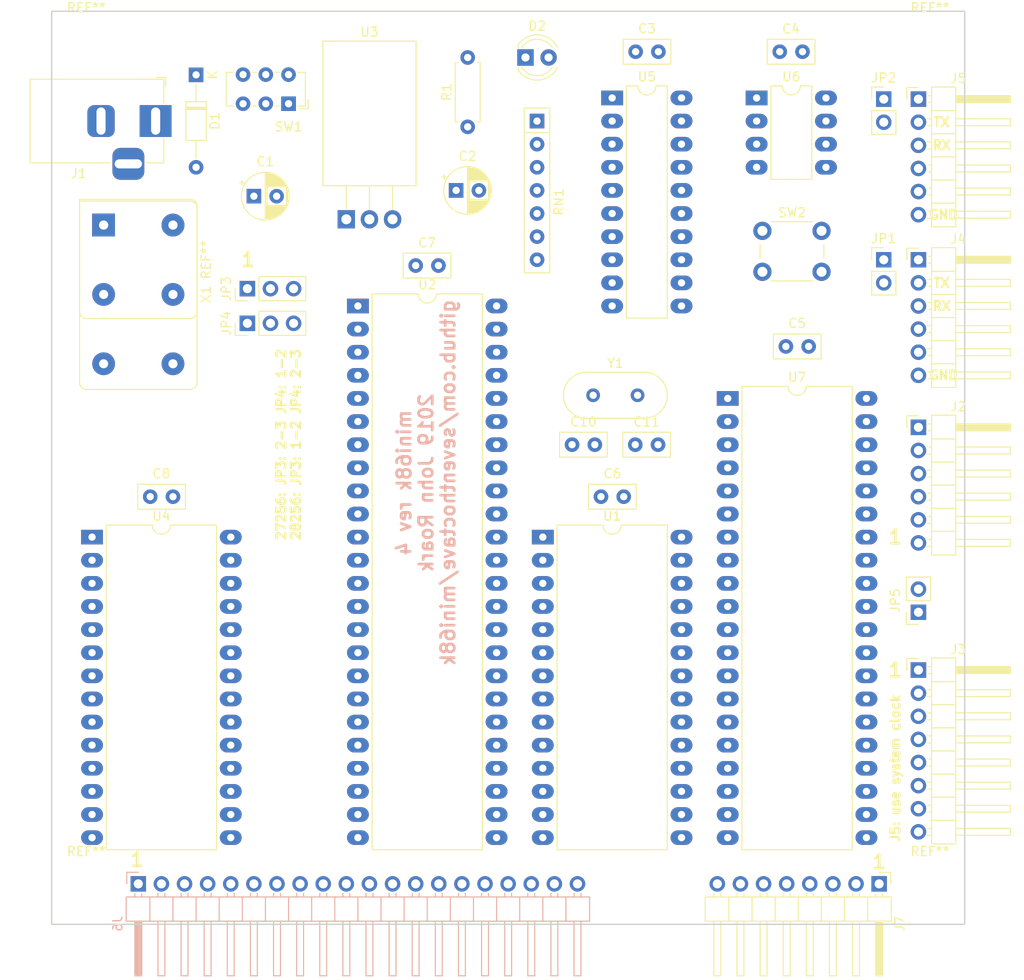
<source format=kicad_pcb>
(kicad_pcb (version 20171130) (host pcbnew "(5.1.0-0)")

  (general
    (thickness 1.6)
    (drawings 18)
    (tracks 0)
    (zones 0)
    (modules 42)
    (nets 90)
  )

  (page USLetter)
  (title_block
    (date 2018-06-28)
    (rev v02)
  )

  (layers
    (0 F.Cu signal)
    (31 B.Cu signal)
    (32 B.Adhes user)
    (33 F.Adhes user)
    (34 B.Paste user)
    (35 F.Paste user)
    (36 B.SilkS user)
    (37 F.SilkS user)
    (38 B.Mask user)
    (39 F.Mask user)
    (40 Dwgs.User user)
    (41 Cmts.User user)
    (42 Eco1.User user)
    (43 Eco2.User user)
    (44 Edge.Cuts user)
    (45 Margin user)
    (46 B.CrtYd user)
    (47 F.CrtYd user)
    (48 B.Fab user)
    (49 F.Fab user)
  )

  (setup
    (last_trace_width 0.254)
    (trace_clearance 0.254)
    (zone_clearance 0.256)
    (zone_45_only yes)
    (trace_min 0.254)
    (via_size 1.016)
    (via_drill 0.508)
    (via_min_size 1.016)
    (via_min_drill 0.508)
    (uvia_size 0.3)
    (uvia_drill 0.1)
    (uvias_allowed no)
    (uvia_min_size 0)
    (uvia_min_drill 0)
    (edge_width 0.15)
    (segment_width 0.2)
    (pcb_text_width 0.3)
    (pcb_text_size 1.5 1.5)
    (mod_edge_width 0.15)
    (mod_text_size 1 1)
    (mod_text_width 0.15)
    (pad_size 2.5 2.5)
    (pad_drill 1)
    (pad_to_mask_clearance 0)
    (solder_mask_min_width 0.25)
    (aux_axis_origin 96.52 71.12)
    (visible_elements FFFFFFFF)
    (pcbplotparams
      (layerselection 0x010f0_ffffffff)
      (usegerberextensions false)
      (usegerberattributes false)
      (usegerberadvancedattributes false)
      (creategerberjobfile false)
      (excludeedgelayer true)
      (linewidth 0.150000)
      (plotframeref false)
      (viasonmask false)
      (mode 1)
      (useauxorigin true)
      (hpglpennumber 1)
      (hpglpenspeed 20)
      (hpglpendiameter 15.000000)
      (psnegative false)
      (psa4output false)
      (plotreference true)
      (plotvalue true)
      (plotinvisibletext false)
      (padsonsilk false)
      (subtractmaskfromsilk false)
      (outputformat 1)
      (mirror false)
      (drillshape 0)
      (scaleselection 1)
      (outputdirectory "gerber/"))
  )

  (net 0 "")
  (net 1 "Net-(C1-Pad1)")
  (net 2 GND)
  (net 3 VCC)
  (net 4 "Net-(D1-Pad1)")
  (net 5 "Net-(D1-Pad2)")
  (net 6 "Net-(D2-Pad1)")
  (net 7 TX1)
  (net 8 RX1)
  (net 9 DTACK)
  (net 10 RESET)
  (net 11 INTR)
  (net 12 MR)
  (net 13 A14)
  (net 14 DB3)
  (net 15 A12)
  (net 16 DB4)
  (net 17 A7)
  (net 18 DB5)
  (net 19 A6)
  (net 20 DB6)
  (net 21 A5)
  (net 22 DB7)
  (net 23 A4)
  (net 24 A3)
  (net 25 A10)
  (net 26 A2)
  (net 27 RAM_OE)
  (net 28 A1)
  (net 29 A11)
  (net 30 A0)
  (net 31 A9)
  (net 32 DB0)
  (net 33 A8)
  (net 34 DB1)
  (net 35 A13)
  (net 36 DB2)
  (net 37 RAM_WE)
  (net 38 AS)
  (net 39 DS)
  (net 40 R/W)
  (net 41 CLK)
  (net 42 HALT)
  (net 43 A15)
  (net 44 A16)
  (net 45 FC2)
  (net 46 FC1)
  (net 47 FC0)
  (net 48 ROM_OE)
  (net 49 RST)
  (net 50 IACK)
  (net 51 UART_CS)
  (net 52 "Net-(RN1-Pad6)")
  (net 53 "Net-(RN1-Pad7)")
  (net 54 "Net-(U6-Pad5)")
  (net 55 "Net-(U6-Pad6)")
  (net 56 "Net-(U6-Pad8)")
  (net 57 "Net-(U2-Pad32)")
  (net 58 "Net-(U2-Pad38)")
  (net 59 IP3)
  (net 60 IP1)
  (net 61 OP6)
  (net 62 IP0)
  (net 63 OP4)
  (net 64 OP2)
  (net 65 OP0)
  (net 66 RX2)
  (net 67 TX2)
  (net 68 OP1)
  (net 69 OP3)
  (net 70 OP5)
  (net 71 OP7)
  (net 72 IP2)
  (net 73 IP5)
  (net 74 IP4)
  (net 75 "Net-(X1-Pad1)")
  (net 76 "Net-(SW1-Pad3)")
  (net 77 ROM_PIN1)
  (net 78 ROM_PIN27)
  (net 79 "Net-(J4-Pad1)")
  (net 80 "Net-(J4-Pad4)")
  (net 81 "Net-(J4-Pad5)")
  (net 82 "Net-(J5-Pad5)")
  (net 83 "Net-(J5-Pad4)")
  (net 84 "Net-(J5-Pad1)")
  (net 85 X1)
  (net 86 X2)
  (net 87 A19)
  (net 88 A18)
  (net 89 A17)

  (net_class Default "This is the default net class."
    (clearance 0.254)
    (trace_width 0.254)
    (via_dia 1.016)
    (via_drill 0.508)
    (uvia_dia 0.3)
    (uvia_drill 0.1)
    (diff_pair_width 0.254)
    (diff_pair_gap 0.25)
    (add_net A0)
    (add_net A1)
    (add_net A10)
    (add_net A11)
    (add_net A12)
    (add_net A13)
    (add_net A14)
    (add_net A15)
    (add_net A16)
    (add_net A17)
    (add_net A18)
    (add_net A19)
    (add_net A2)
    (add_net A3)
    (add_net A4)
    (add_net A5)
    (add_net A6)
    (add_net A7)
    (add_net A8)
    (add_net A9)
    (add_net AS)
    (add_net CLK)
    (add_net DB0)
    (add_net DB1)
    (add_net DB2)
    (add_net DB3)
    (add_net DB4)
    (add_net DB5)
    (add_net DB6)
    (add_net DB7)
    (add_net DS)
    (add_net DTACK)
    (add_net FC0)
    (add_net FC1)
    (add_net FC2)
    (add_net GND)
    (add_net HALT)
    (add_net IACK)
    (add_net INTR)
    (add_net IP0)
    (add_net IP1)
    (add_net IP2)
    (add_net IP3)
    (add_net IP4)
    (add_net IP5)
    (add_net MR)
    (add_net "Net-(C1-Pad1)")
    (add_net "Net-(D1-Pad1)")
    (add_net "Net-(D1-Pad2)")
    (add_net "Net-(D2-Pad1)")
    (add_net "Net-(J4-Pad1)")
    (add_net "Net-(J4-Pad4)")
    (add_net "Net-(J4-Pad5)")
    (add_net "Net-(J5-Pad1)")
    (add_net "Net-(J5-Pad4)")
    (add_net "Net-(J5-Pad5)")
    (add_net "Net-(RN1-Pad6)")
    (add_net "Net-(RN1-Pad7)")
    (add_net "Net-(SW1-Pad3)")
    (add_net "Net-(U2-Pad32)")
    (add_net "Net-(U2-Pad38)")
    (add_net "Net-(U6-Pad5)")
    (add_net "Net-(U6-Pad6)")
    (add_net "Net-(U6-Pad8)")
    (add_net "Net-(X1-Pad1)")
    (add_net OP0)
    (add_net OP1)
    (add_net OP2)
    (add_net OP3)
    (add_net OP4)
    (add_net OP5)
    (add_net OP6)
    (add_net OP7)
    (add_net R/W)
    (add_net RAM_OE)
    (add_net RAM_WE)
    (add_net RESET)
    (add_net ROM_OE)
    (add_net ROM_PIN1)
    (add_net ROM_PIN27)
    (add_net RST)
    (add_net RX1)
    (add_net RX2)
    (add_net TX1)
    (add_net TX2)
    (add_net UART_CS)
    (add_net VCC)
    (add_net X1)
    (add_net X2)
  )

  (module MountingHole:MountingHole_3.2mm_M3 (layer F.Cu) (tedit 56D1B4CB) (tstamp 5CAEE779)
    (at 92.71 67.31)
    (descr "Mounting Hole 3.2mm, no annular, M3")
    (tags "mounting hole 3.2mm no annular m3")
    (attr virtual)
    (fp_text reference REF** (at 0 -4.2) (layer F.SilkS)
      (effects (font (size 1 1) (thickness 0.15)))
    )
    (fp_text value MountingHole_3.2mm_M3 (at 0 4.2) (layer F.Fab)
      (effects (font (size 1 1) (thickness 0.15)))
    )
    (fp_circle (center 0 0) (end 3.45 0) (layer F.CrtYd) (width 0.05))
    (fp_circle (center 0 0) (end 3.2 0) (layer Cmts.User) (width 0.15))
    (fp_text user %R (at 0.3 0) (layer F.Fab)
      (effects (font (size 1 1) (thickness 0.15)))
    )
    (pad 1 np_thru_hole circle (at 0 0) (size 3.2 3.2) (drill 3.2) (layers *.Cu *.Mask))
  )

  (module MountingHole:MountingHole_3.2mm_M3 (layer F.Cu) (tedit 56D1B4CB) (tstamp 5CAEE710)
    (at 92.71 160.02)
    (descr "Mounting Hole 3.2mm, no annular, M3")
    (tags "mounting hole 3.2mm no annular m3")
    (attr virtual)
    (fp_text reference REF** (at 0 -4.2) (layer F.SilkS)
      (effects (font (size 1 1) (thickness 0.15)))
    )
    (fp_text value MountingHole_3.2mm_M3 (at 0 4.2) (layer F.Fab)
      (effects (font (size 1 1) (thickness 0.15)))
    )
    (fp_circle (center 0 0) (end 3.45 0) (layer F.CrtYd) (width 0.05))
    (fp_circle (center 0 0) (end 3.2 0) (layer Cmts.User) (width 0.15))
    (fp_text user %R (at 0.3 0) (layer F.Fab)
      (effects (font (size 1 1) (thickness 0.15)))
    )
    (pad 1 np_thru_hole circle (at 0 0) (size 3.2 3.2) (drill 3.2) (layers *.Cu *.Mask))
  )

  (module MountingHole:MountingHole_3.2mm_M3 (layer F.Cu) (tedit 56D1B4CB) (tstamp 5CAEE6EC)
    (at 185.42 67.31)
    (descr "Mounting Hole 3.2mm, no annular, M3")
    (tags "mounting hole 3.2mm no annular m3")
    (attr virtual)
    (fp_text reference REF** (at 0 -4.2) (layer F.SilkS)
      (effects (font (size 1 1) (thickness 0.15)))
    )
    (fp_text value MountingHole_3.2mm_M3 (at 0 4.2) (layer F.Fab)
      (effects (font (size 1 1) (thickness 0.15)))
    )
    (fp_circle (center 0 0) (end 3.45 0) (layer F.CrtYd) (width 0.05))
    (fp_circle (center 0 0) (end 3.2 0) (layer Cmts.User) (width 0.15))
    (fp_text user %R (at 0.3 0) (layer F.Fab)
      (effects (font (size 1 1) (thickness 0.15)))
    )
    (pad 1 np_thru_hole circle (at 0 0) (size 3.2 3.2) (drill 3.2) (layers *.Cu *.Mask))
  )

  (module MountingHole:MountingHole_3.2mm_M3 (layer F.Cu) (tedit 56D1B4CB) (tstamp 5CAEE6C8)
    (at 185.42 160.02)
    (descr "Mounting Hole 3.2mm, no annular, M3")
    (tags "mounting hole 3.2mm no annular m3")
    (attr virtual)
    (fp_text reference REF** (at 0 -4.2) (layer F.SilkS)
      (effects (font (size 1 1) (thickness 0.15)))
    )
    (fp_text value MountingHole_3.2mm_M3 (at 0 4.2) (layer F.Fab)
      (effects (font (size 1 1) (thickness 0.15)))
    )
    (fp_circle (center 0 0) (end 3.45 0) (layer F.CrtYd) (width 0.05))
    (fp_circle (center 0 0) (end 3.2 0) (layer Cmts.User) (width 0.15))
    (fp_text user %R (at 0.3 0) (layer F.Fab)
      (effects (font (size 1 1) (thickness 0.15)))
    )
    (pad 1 np_thru_hole circle (at 0 0) (size 3.2 3.2) (drill 3.2) (layers *.Cu *.Mask))
  )

  (module Connector_PinHeader_2.54mm:PinHeader_1x08_P2.54mm_Horizontal (layer F.Cu) (tedit 59FED5CB) (tstamp 5CAF67D2)
    (at 179.832 159.385 270)
    (descr "Through hole angled pin header, 1x08, 2.54mm pitch, 6mm pin length, single row")
    (tags "Through hole angled pin header THT 1x08 2.54mm single row")
    (path /5CB56286)
    (fp_text reference J7 (at 4.385 -2.27 270) (layer F.SilkS)
      (effects (font (size 1 1) (thickness 0.15)))
    )
    (fp_text value Conn_01x08 (at 4.385 20.05 270) (layer F.Fab)
      (effects (font (size 1 1) (thickness 0.15)))
    )
    (fp_text user %R (at 2.77 8.89) (layer F.Fab)
      (effects (font (size 1 1) (thickness 0.15)))
    )
    (fp_line (start 10.55 -1.8) (end -1.8 -1.8) (layer F.CrtYd) (width 0.05))
    (fp_line (start 10.55 19.55) (end 10.55 -1.8) (layer F.CrtYd) (width 0.05))
    (fp_line (start -1.8 19.55) (end 10.55 19.55) (layer F.CrtYd) (width 0.05))
    (fp_line (start -1.8 -1.8) (end -1.8 19.55) (layer F.CrtYd) (width 0.05))
    (fp_line (start -1.27 -1.27) (end 0 -1.27) (layer F.SilkS) (width 0.12))
    (fp_line (start -1.27 0) (end -1.27 -1.27) (layer F.SilkS) (width 0.12))
    (fp_line (start 1.042929 18.16) (end 1.44 18.16) (layer F.SilkS) (width 0.12))
    (fp_line (start 1.042929 17.4) (end 1.44 17.4) (layer F.SilkS) (width 0.12))
    (fp_line (start 10.1 18.16) (end 4.1 18.16) (layer F.SilkS) (width 0.12))
    (fp_line (start 10.1 17.4) (end 10.1 18.16) (layer F.SilkS) (width 0.12))
    (fp_line (start 4.1 17.4) (end 10.1 17.4) (layer F.SilkS) (width 0.12))
    (fp_line (start 1.44 16.51) (end 4.1 16.51) (layer F.SilkS) (width 0.12))
    (fp_line (start 1.042929 15.62) (end 1.44 15.62) (layer F.SilkS) (width 0.12))
    (fp_line (start 1.042929 14.86) (end 1.44 14.86) (layer F.SilkS) (width 0.12))
    (fp_line (start 10.1 15.62) (end 4.1 15.62) (layer F.SilkS) (width 0.12))
    (fp_line (start 10.1 14.86) (end 10.1 15.62) (layer F.SilkS) (width 0.12))
    (fp_line (start 4.1 14.86) (end 10.1 14.86) (layer F.SilkS) (width 0.12))
    (fp_line (start 1.44 13.97) (end 4.1 13.97) (layer F.SilkS) (width 0.12))
    (fp_line (start 1.042929 13.08) (end 1.44 13.08) (layer F.SilkS) (width 0.12))
    (fp_line (start 1.042929 12.32) (end 1.44 12.32) (layer F.SilkS) (width 0.12))
    (fp_line (start 10.1 13.08) (end 4.1 13.08) (layer F.SilkS) (width 0.12))
    (fp_line (start 10.1 12.32) (end 10.1 13.08) (layer F.SilkS) (width 0.12))
    (fp_line (start 4.1 12.32) (end 10.1 12.32) (layer F.SilkS) (width 0.12))
    (fp_line (start 1.44 11.43) (end 4.1 11.43) (layer F.SilkS) (width 0.12))
    (fp_line (start 1.042929 10.54) (end 1.44 10.54) (layer F.SilkS) (width 0.12))
    (fp_line (start 1.042929 9.78) (end 1.44 9.78) (layer F.SilkS) (width 0.12))
    (fp_line (start 10.1 10.54) (end 4.1 10.54) (layer F.SilkS) (width 0.12))
    (fp_line (start 10.1 9.78) (end 10.1 10.54) (layer F.SilkS) (width 0.12))
    (fp_line (start 4.1 9.78) (end 10.1 9.78) (layer F.SilkS) (width 0.12))
    (fp_line (start 1.44 8.89) (end 4.1 8.89) (layer F.SilkS) (width 0.12))
    (fp_line (start 1.042929 8) (end 1.44 8) (layer F.SilkS) (width 0.12))
    (fp_line (start 1.042929 7.24) (end 1.44 7.24) (layer F.SilkS) (width 0.12))
    (fp_line (start 10.1 8) (end 4.1 8) (layer F.SilkS) (width 0.12))
    (fp_line (start 10.1 7.24) (end 10.1 8) (layer F.SilkS) (width 0.12))
    (fp_line (start 4.1 7.24) (end 10.1 7.24) (layer F.SilkS) (width 0.12))
    (fp_line (start 1.44 6.35) (end 4.1 6.35) (layer F.SilkS) (width 0.12))
    (fp_line (start 1.042929 5.46) (end 1.44 5.46) (layer F.SilkS) (width 0.12))
    (fp_line (start 1.042929 4.7) (end 1.44 4.7) (layer F.SilkS) (width 0.12))
    (fp_line (start 10.1 5.46) (end 4.1 5.46) (layer F.SilkS) (width 0.12))
    (fp_line (start 10.1 4.7) (end 10.1 5.46) (layer F.SilkS) (width 0.12))
    (fp_line (start 4.1 4.7) (end 10.1 4.7) (layer F.SilkS) (width 0.12))
    (fp_line (start 1.44 3.81) (end 4.1 3.81) (layer F.SilkS) (width 0.12))
    (fp_line (start 1.042929 2.92) (end 1.44 2.92) (layer F.SilkS) (width 0.12))
    (fp_line (start 1.042929 2.16) (end 1.44 2.16) (layer F.SilkS) (width 0.12))
    (fp_line (start 10.1 2.92) (end 4.1 2.92) (layer F.SilkS) (width 0.12))
    (fp_line (start 10.1 2.16) (end 10.1 2.92) (layer F.SilkS) (width 0.12))
    (fp_line (start 4.1 2.16) (end 10.1 2.16) (layer F.SilkS) (width 0.12))
    (fp_line (start 1.44 1.27) (end 4.1 1.27) (layer F.SilkS) (width 0.12))
    (fp_line (start 1.11 0.38) (end 1.44 0.38) (layer F.SilkS) (width 0.12))
    (fp_line (start 1.11 -0.38) (end 1.44 -0.38) (layer F.SilkS) (width 0.12))
    (fp_line (start 4.1 0.28) (end 10.1 0.28) (layer F.SilkS) (width 0.12))
    (fp_line (start 4.1 0.16) (end 10.1 0.16) (layer F.SilkS) (width 0.12))
    (fp_line (start 4.1 0.04) (end 10.1 0.04) (layer F.SilkS) (width 0.12))
    (fp_line (start 4.1 -0.08) (end 10.1 -0.08) (layer F.SilkS) (width 0.12))
    (fp_line (start 4.1 -0.2) (end 10.1 -0.2) (layer F.SilkS) (width 0.12))
    (fp_line (start 4.1 -0.32) (end 10.1 -0.32) (layer F.SilkS) (width 0.12))
    (fp_line (start 10.1 0.38) (end 4.1 0.38) (layer F.SilkS) (width 0.12))
    (fp_line (start 10.1 -0.38) (end 10.1 0.38) (layer F.SilkS) (width 0.12))
    (fp_line (start 4.1 -0.38) (end 10.1 -0.38) (layer F.SilkS) (width 0.12))
    (fp_line (start 4.1 -1.33) (end 1.44 -1.33) (layer F.SilkS) (width 0.12))
    (fp_line (start 4.1 19.11) (end 4.1 -1.33) (layer F.SilkS) (width 0.12))
    (fp_line (start 1.44 19.11) (end 4.1 19.11) (layer F.SilkS) (width 0.12))
    (fp_line (start 1.44 -1.33) (end 1.44 19.11) (layer F.SilkS) (width 0.12))
    (fp_line (start 4.04 18.1) (end 10.04 18.1) (layer F.Fab) (width 0.1))
    (fp_line (start 10.04 17.46) (end 10.04 18.1) (layer F.Fab) (width 0.1))
    (fp_line (start 4.04 17.46) (end 10.04 17.46) (layer F.Fab) (width 0.1))
    (fp_line (start -0.32 18.1) (end 1.5 18.1) (layer F.Fab) (width 0.1))
    (fp_line (start -0.32 17.46) (end -0.32 18.1) (layer F.Fab) (width 0.1))
    (fp_line (start -0.32 17.46) (end 1.5 17.46) (layer F.Fab) (width 0.1))
    (fp_line (start 4.04 15.56) (end 10.04 15.56) (layer F.Fab) (width 0.1))
    (fp_line (start 10.04 14.92) (end 10.04 15.56) (layer F.Fab) (width 0.1))
    (fp_line (start 4.04 14.92) (end 10.04 14.92) (layer F.Fab) (width 0.1))
    (fp_line (start -0.32 15.56) (end 1.5 15.56) (layer F.Fab) (width 0.1))
    (fp_line (start -0.32 14.92) (end -0.32 15.56) (layer F.Fab) (width 0.1))
    (fp_line (start -0.32 14.92) (end 1.5 14.92) (layer F.Fab) (width 0.1))
    (fp_line (start 4.04 13.02) (end 10.04 13.02) (layer F.Fab) (width 0.1))
    (fp_line (start 10.04 12.38) (end 10.04 13.02) (layer F.Fab) (width 0.1))
    (fp_line (start 4.04 12.38) (end 10.04 12.38) (layer F.Fab) (width 0.1))
    (fp_line (start -0.32 13.02) (end 1.5 13.02) (layer F.Fab) (width 0.1))
    (fp_line (start -0.32 12.38) (end -0.32 13.02) (layer F.Fab) (width 0.1))
    (fp_line (start -0.32 12.38) (end 1.5 12.38) (layer F.Fab) (width 0.1))
    (fp_line (start 4.04 10.48) (end 10.04 10.48) (layer F.Fab) (width 0.1))
    (fp_line (start 10.04 9.84) (end 10.04 10.48) (layer F.Fab) (width 0.1))
    (fp_line (start 4.04 9.84) (end 10.04 9.84) (layer F.Fab) (width 0.1))
    (fp_line (start -0.32 10.48) (end 1.5 10.48) (layer F.Fab) (width 0.1))
    (fp_line (start -0.32 9.84) (end -0.32 10.48) (layer F.Fab) (width 0.1))
    (fp_line (start -0.32 9.84) (end 1.5 9.84) (layer F.Fab) (width 0.1))
    (fp_line (start 4.04 7.94) (end 10.04 7.94) (layer F.Fab) (width 0.1))
    (fp_line (start 10.04 7.3) (end 10.04 7.94) (layer F.Fab) (width 0.1))
    (fp_line (start 4.04 7.3) (end 10.04 7.3) (layer F.Fab) (width 0.1))
    (fp_line (start -0.32 7.94) (end 1.5 7.94) (layer F.Fab) (width 0.1))
    (fp_line (start -0.32 7.3) (end -0.32 7.94) (layer F.Fab) (width 0.1))
    (fp_line (start -0.32 7.3) (end 1.5 7.3) (layer F.Fab) (width 0.1))
    (fp_line (start 4.04 5.4) (end 10.04 5.4) (layer F.Fab) (width 0.1))
    (fp_line (start 10.04 4.76) (end 10.04 5.4) (layer F.Fab) (width 0.1))
    (fp_line (start 4.04 4.76) (end 10.04 4.76) (layer F.Fab) (width 0.1))
    (fp_line (start -0.32 5.4) (end 1.5 5.4) (layer F.Fab) (width 0.1))
    (fp_line (start -0.32 4.76) (end -0.32 5.4) (layer F.Fab) (width 0.1))
    (fp_line (start -0.32 4.76) (end 1.5 4.76) (layer F.Fab) (width 0.1))
    (fp_line (start 4.04 2.86) (end 10.04 2.86) (layer F.Fab) (width 0.1))
    (fp_line (start 10.04 2.22) (end 10.04 2.86) (layer F.Fab) (width 0.1))
    (fp_line (start 4.04 2.22) (end 10.04 2.22) (layer F.Fab) (width 0.1))
    (fp_line (start -0.32 2.86) (end 1.5 2.86) (layer F.Fab) (width 0.1))
    (fp_line (start -0.32 2.22) (end -0.32 2.86) (layer F.Fab) (width 0.1))
    (fp_line (start -0.32 2.22) (end 1.5 2.22) (layer F.Fab) (width 0.1))
    (fp_line (start 4.04 0.32) (end 10.04 0.32) (layer F.Fab) (width 0.1))
    (fp_line (start 10.04 -0.32) (end 10.04 0.32) (layer F.Fab) (width 0.1))
    (fp_line (start 4.04 -0.32) (end 10.04 -0.32) (layer F.Fab) (width 0.1))
    (fp_line (start -0.32 0.32) (end 1.5 0.32) (layer F.Fab) (width 0.1))
    (fp_line (start -0.32 -0.32) (end -0.32 0.32) (layer F.Fab) (width 0.1))
    (fp_line (start -0.32 -0.32) (end 1.5 -0.32) (layer F.Fab) (width 0.1))
    (fp_line (start 1.5 -0.635) (end 2.135 -1.27) (layer F.Fab) (width 0.1))
    (fp_line (start 1.5 19.05) (end 1.5 -0.635) (layer F.Fab) (width 0.1))
    (fp_line (start 4.04 19.05) (end 1.5 19.05) (layer F.Fab) (width 0.1))
    (fp_line (start 4.04 -1.27) (end 4.04 19.05) (layer F.Fab) (width 0.1))
    (fp_line (start 2.135 -1.27) (end 4.04 -1.27) (layer F.Fab) (width 0.1))
    (pad 8 thru_hole oval (at 0 17.78 270) (size 1.7 1.7) (drill 1) (layers *.Cu *.Mask)
      (net 22 DB7))
    (pad 7 thru_hole oval (at 0 15.24 270) (size 1.7 1.7) (drill 1) (layers *.Cu *.Mask)
      (net 20 DB6))
    (pad 6 thru_hole oval (at 0 12.7 270) (size 1.7 1.7) (drill 1) (layers *.Cu *.Mask)
      (net 18 DB5))
    (pad 5 thru_hole oval (at 0 10.16 270) (size 1.7 1.7) (drill 1) (layers *.Cu *.Mask)
      (net 16 DB4))
    (pad 4 thru_hole oval (at 0 7.62 270) (size 1.7 1.7) (drill 1) (layers *.Cu *.Mask)
      (net 14 DB3))
    (pad 3 thru_hole oval (at 0 5.08 270) (size 1.7 1.7) (drill 1) (layers *.Cu *.Mask)
      (net 36 DB2))
    (pad 2 thru_hole oval (at 0 2.54 270) (size 1.7 1.7) (drill 1) (layers *.Cu *.Mask)
      (net 34 DB1))
    (pad 1 thru_hole rect (at 0 0 270) (size 1.7 1.7) (drill 1) (layers *.Cu *.Mask)
      (net 32 DB0))
    (model ${KISYS3DMOD}/Connector_PinHeader_2.54mm.3dshapes/PinHeader_1x08_P2.54mm_Horizontal.wrl
      (at (xyz 0 0 0))
      (scale (xyz 1 1 1))
      (rotate (xyz 0 0 0))
    )
  )

  (module Connector_PinHeader_2.54mm:PinHeader_1x20_P2.54mm_Horizontal (layer B.Cu) (tedit 59FED5CB) (tstamp 5CAF6751)
    (at 98.425 159.385 270)
    (descr "Through hole angled pin header, 1x20, 2.54mm pitch, 6mm pin length, single row")
    (tags "Through hole angled pin header THT 1x20 2.54mm single row")
    (path /5CB50AB8)
    (fp_text reference J6 (at 4.385 2.27 270) (layer B.SilkS)
      (effects (font (size 1 1) (thickness 0.15)) (justify mirror))
    )
    (fp_text value Conn_01x20 (at 4.385 -50.53 270) (layer B.Fab)
      (effects (font (size 1 1) (thickness 0.15)) (justify mirror))
    )
    (fp_text user %R (at 2.77 -24.13 180) (layer B.Fab)
      (effects (font (size 1 1) (thickness 0.15)) (justify mirror))
    )
    (fp_line (start 10.55 1.8) (end -1.8 1.8) (layer B.CrtYd) (width 0.05))
    (fp_line (start 10.55 -50.05) (end 10.55 1.8) (layer B.CrtYd) (width 0.05))
    (fp_line (start -1.8 -50.05) (end 10.55 -50.05) (layer B.CrtYd) (width 0.05))
    (fp_line (start -1.8 1.8) (end -1.8 -50.05) (layer B.CrtYd) (width 0.05))
    (fp_line (start -1.27 1.27) (end 0 1.27) (layer B.SilkS) (width 0.12))
    (fp_line (start -1.27 0) (end -1.27 1.27) (layer B.SilkS) (width 0.12))
    (fp_line (start 1.042929 -48.64) (end 1.44 -48.64) (layer B.SilkS) (width 0.12))
    (fp_line (start 1.042929 -47.88) (end 1.44 -47.88) (layer B.SilkS) (width 0.12))
    (fp_line (start 10.1 -48.64) (end 4.1 -48.64) (layer B.SilkS) (width 0.12))
    (fp_line (start 10.1 -47.88) (end 10.1 -48.64) (layer B.SilkS) (width 0.12))
    (fp_line (start 4.1 -47.88) (end 10.1 -47.88) (layer B.SilkS) (width 0.12))
    (fp_line (start 1.44 -46.99) (end 4.1 -46.99) (layer B.SilkS) (width 0.12))
    (fp_line (start 1.042929 -46.1) (end 1.44 -46.1) (layer B.SilkS) (width 0.12))
    (fp_line (start 1.042929 -45.34) (end 1.44 -45.34) (layer B.SilkS) (width 0.12))
    (fp_line (start 10.1 -46.1) (end 4.1 -46.1) (layer B.SilkS) (width 0.12))
    (fp_line (start 10.1 -45.34) (end 10.1 -46.1) (layer B.SilkS) (width 0.12))
    (fp_line (start 4.1 -45.34) (end 10.1 -45.34) (layer B.SilkS) (width 0.12))
    (fp_line (start 1.44 -44.45) (end 4.1 -44.45) (layer B.SilkS) (width 0.12))
    (fp_line (start 1.042929 -43.56) (end 1.44 -43.56) (layer B.SilkS) (width 0.12))
    (fp_line (start 1.042929 -42.8) (end 1.44 -42.8) (layer B.SilkS) (width 0.12))
    (fp_line (start 10.1 -43.56) (end 4.1 -43.56) (layer B.SilkS) (width 0.12))
    (fp_line (start 10.1 -42.8) (end 10.1 -43.56) (layer B.SilkS) (width 0.12))
    (fp_line (start 4.1 -42.8) (end 10.1 -42.8) (layer B.SilkS) (width 0.12))
    (fp_line (start 1.44 -41.91) (end 4.1 -41.91) (layer B.SilkS) (width 0.12))
    (fp_line (start 1.042929 -41.02) (end 1.44 -41.02) (layer B.SilkS) (width 0.12))
    (fp_line (start 1.042929 -40.26) (end 1.44 -40.26) (layer B.SilkS) (width 0.12))
    (fp_line (start 10.1 -41.02) (end 4.1 -41.02) (layer B.SilkS) (width 0.12))
    (fp_line (start 10.1 -40.26) (end 10.1 -41.02) (layer B.SilkS) (width 0.12))
    (fp_line (start 4.1 -40.26) (end 10.1 -40.26) (layer B.SilkS) (width 0.12))
    (fp_line (start 1.44 -39.37) (end 4.1 -39.37) (layer B.SilkS) (width 0.12))
    (fp_line (start 1.042929 -38.48) (end 1.44 -38.48) (layer B.SilkS) (width 0.12))
    (fp_line (start 1.042929 -37.72) (end 1.44 -37.72) (layer B.SilkS) (width 0.12))
    (fp_line (start 10.1 -38.48) (end 4.1 -38.48) (layer B.SilkS) (width 0.12))
    (fp_line (start 10.1 -37.72) (end 10.1 -38.48) (layer B.SilkS) (width 0.12))
    (fp_line (start 4.1 -37.72) (end 10.1 -37.72) (layer B.SilkS) (width 0.12))
    (fp_line (start 1.44 -36.83) (end 4.1 -36.83) (layer B.SilkS) (width 0.12))
    (fp_line (start 1.042929 -35.94) (end 1.44 -35.94) (layer B.SilkS) (width 0.12))
    (fp_line (start 1.042929 -35.18) (end 1.44 -35.18) (layer B.SilkS) (width 0.12))
    (fp_line (start 10.1 -35.94) (end 4.1 -35.94) (layer B.SilkS) (width 0.12))
    (fp_line (start 10.1 -35.18) (end 10.1 -35.94) (layer B.SilkS) (width 0.12))
    (fp_line (start 4.1 -35.18) (end 10.1 -35.18) (layer B.SilkS) (width 0.12))
    (fp_line (start 1.44 -34.29) (end 4.1 -34.29) (layer B.SilkS) (width 0.12))
    (fp_line (start 1.042929 -33.4) (end 1.44 -33.4) (layer B.SilkS) (width 0.12))
    (fp_line (start 1.042929 -32.64) (end 1.44 -32.64) (layer B.SilkS) (width 0.12))
    (fp_line (start 10.1 -33.4) (end 4.1 -33.4) (layer B.SilkS) (width 0.12))
    (fp_line (start 10.1 -32.64) (end 10.1 -33.4) (layer B.SilkS) (width 0.12))
    (fp_line (start 4.1 -32.64) (end 10.1 -32.64) (layer B.SilkS) (width 0.12))
    (fp_line (start 1.44 -31.75) (end 4.1 -31.75) (layer B.SilkS) (width 0.12))
    (fp_line (start 1.042929 -30.86) (end 1.44 -30.86) (layer B.SilkS) (width 0.12))
    (fp_line (start 1.042929 -30.1) (end 1.44 -30.1) (layer B.SilkS) (width 0.12))
    (fp_line (start 10.1 -30.86) (end 4.1 -30.86) (layer B.SilkS) (width 0.12))
    (fp_line (start 10.1 -30.1) (end 10.1 -30.86) (layer B.SilkS) (width 0.12))
    (fp_line (start 4.1 -30.1) (end 10.1 -30.1) (layer B.SilkS) (width 0.12))
    (fp_line (start 1.44 -29.21) (end 4.1 -29.21) (layer B.SilkS) (width 0.12))
    (fp_line (start 1.042929 -28.32) (end 1.44 -28.32) (layer B.SilkS) (width 0.12))
    (fp_line (start 1.042929 -27.56) (end 1.44 -27.56) (layer B.SilkS) (width 0.12))
    (fp_line (start 10.1 -28.32) (end 4.1 -28.32) (layer B.SilkS) (width 0.12))
    (fp_line (start 10.1 -27.56) (end 10.1 -28.32) (layer B.SilkS) (width 0.12))
    (fp_line (start 4.1 -27.56) (end 10.1 -27.56) (layer B.SilkS) (width 0.12))
    (fp_line (start 1.44 -26.67) (end 4.1 -26.67) (layer B.SilkS) (width 0.12))
    (fp_line (start 1.042929 -25.78) (end 1.44 -25.78) (layer B.SilkS) (width 0.12))
    (fp_line (start 1.042929 -25.02) (end 1.44 -25.02) (layer B.SilkS) (width 0.12))
    (fp_line (start 10.1 -25.78) (end 4.1 -25.78) (layer B.SilkS) (width 0.12))
    (fp_line (start 10.1 -25.02) (end 10.1 -25.78) (layer B.SilkS) (width 0.12))
    (fp_line (start 4.1 -25.02) (end 10.1 -25.02) (layer B.SilkS) (width 0.12))
    (fp_line (start 1.44 -24.13) (end 4.1 -24.13) (layer B.SilkS) (width 0.12))
    (fp_line (start 1.042929 -23.24) (end 1.44 -23.24) (layer B.SilkS) (width 0.12))
    (fp_line (start 1.042929 -22.48) (end 1.44 -22.48) (layer B.SilkS) (width 0.12))
    (fp_line (start 10.1 -23.24) (end 4.1 -23.24) (layer B.SilkS) (width 0.12))
    (fp_line (start 10.1 -22.48) (end 10.1 -23.24) (layer B.SilkS) (width 0.12))
    (fp_line (start 4.1 -22.48) (end 10.1 -22.48) (layer B.SilkS) (width 0.12))
    (fp_line (start 1.44 -21.59) (end 4.1 -21.59) (layer B.SilkS) (width 0.12))
    (fp_line (start 1.042929 -20.7) (end 1.44 -20.7) (layer B.SilkS) (width 0.12))
    (fp_line (start 1.042929 -19.94) (end 1.44 -19.94) (layer B.SilkS) (width 0.12))
    (fp_line (start 10.1 -20.7) (end 4.1 -20.7) (layer B.SilkS) (width 0.12))
    (fp_line (start 10.1 -19.94) (end 10.1 -20.7) (layer B.SilkS) (width 0.12))
    (fp_line (start 4.1 -19.94) (end 10.1 -19.94) (layer B.SilkS) (width 0.12))
    (fp_line (start 1.44 -19.05) (end 4.1 -19.05) (layer B.SilkS) (width 0.12))
    (fp_line (start 1.042929 -18.16) (end 1.44 -18.16) (layer B.SilkS) (width 0.12))
    (fp_line (start 1.042929 -17.4) (end 1.44 -17.4) (layer B.SilkS) (width 0.12))
    (fp_line (start 10.1 -18.16) (end 4.1 -18.16) (layer B.SilkS) (width 0.12))
    (fp_line (start 10.1 -17.4) (end 10.1 -18.16) (layer B.SilkS) (width 0.12))
    (fp_line (start 4.1 -17.4) (end 10.1 -17.4) (layer B.SilkS) (width 0.12))
    (fp_line (start 1.44 -16.51) (end 4.1 -16.51) (layer B.SilkS) (width 0.12))
    (fp_line (start 1.042929 -15.62) (end 1.44 -15.62) (layer B.SilkS) (width 0.12))
    (fp_line (start 1.042929 -14.86) (end 1.44 -14.86) (layer B.SilkS) (width 0.12))
    (fp_line (start 10.1 -15.62) (end 4.1 -15.62) (layer B.SilkS) (width 0.12))
    (fp_line (start 10.1 -14.86) (end 10.1 -15.62) (layer B.SilkS) (width 0.12))
    (fp_line (start 4.1 -14.86) (end 10.1 -14.86) (layer B.SilkS) (width 0.12))
    (fp_line (start 1.44 -13.97) (end 4.1 -13.97) (layer B.SilkS) (width 0.12))
    (fp_line (start 1.042929 -13.08) (end 1.44 -13.08) (layer B.SilkS) (width 0.12))
    (fp_line (start 1.042929 -12.32) (end 1.44 -12.32) (layer B.SilkS) (width 0.12))
    (fp_line (start 10.1 -13.08) (end 4.1 -13.08) (layer B.SilkS) (width 0.12))
    (fp_line (start 10.1 -12.32) (end 10.1 -13.08) (layer B.SilkS) (width 0.12))
    (fp_line (start 4.1 -12.32) (end 10.1 -12.32) (layer B.SilkS) (width 0.12))
    (fp_line (start 1.44 -11.43) (end 4.1 -11.43) (layer B.SilkS) (width 0.12))
    (fp_line (start 1.042929 -10.54) (end 1.44 -10.54) (layer B.SilkS) (width 0.12))
    (fp_line (start 1.042929 -9.78) (end 1.44 -9.78) (layer B.SilkS) (width 0.12))
    (fp_line (start 10.1 -10.54) (end 4.1 -10.54) (layer B.SilkS) (width 0.12))
    (fp_line (start 10.1 -9.78) (end 10.1 -10.54) (layer B.SilkS) (width 0.12))
    (fp_line (start 4.1 -9.78) (end 10.1 -9.78) (layer B.SilkS) (width 0.12))
    (fp_line (start 1.44 -8.89) (end 4.1 -8.89) (layer B.SilkS) (width 0.12))
    (fp_line (start 1.042929 -8) (end 1.44 -8) (layer B.SilkS) (width 0.12))
    (fp_line (start 1.042929 -7.24) (end 1.44 -7.24) (layer B.SilkS) (width 0.12))
    (fp_line (start 10.1 -8) (end 4.1 -8) (layer B.SilkS) (width 0.12))
    (fp_line (start 10.1 -7.24) (end 10.1 -8) (layer B.SilkS) (width 0.12))
    (fp_line (start 4.1 -7.24) (end 10.1 -7.24) (layer B.SilkS) (width 0.12))
    (fp_line (start 1.44 -6.35) (end 4.1 -6.35) (layer B.SilkS) (width 0.12))
    (fp_line (start 1.042929 -5.46) (end 1.44 -5.46) (layer B.SilkS) (width 0.12))
    (fp_line (start 1.042929 -4.7) (end 1.44 -4.7) (layer B.SilkS) (width 0.12))
    (fp_line (start 10.1 -5.46) (end 4.1 -5.46) (layer B.SilkS) (width 0.12))
    (fp_line (start 10.1 -4.7) (end 10.1 -5.46) (layer B.SilkS) (width 0.12))
    (fp_line (start 4.1 -4.7) (end 10.1 -4.7) (layer B.SilkS) (width 0.12))
    (fp_line (start 1.44 -3.81) (end 4.1 -3.81) (layer B.SilkS) (width 0.12))
    (fp_line (start 1.042929 -2.92) (end 1.44 -2.92) (layer B.SilkS) (width 0.12))
    (fp_line (start 1.042929 -2.16) (end 1.44 -2.16) (layer B.SilkS) (width 0.12))
    (fp_line (start 10.1 -2.92) (end 4.1 -2.92) (layer B.SilkS) (width 0.12))
    (fp_line (start 10.1 -2.16) (end 10.1 -2.92) (layer B.SilkS) (width 0.12))
    (fp_line (start 4.1 -2.16) (end 10.1 -2.16) (layer B.SilkS) (width 0.12))
    (fp_line (start 1.44 -1.27) (end 4.1 -1.27) (layer B.SilkS) (width 0.12))
    (fp_line (start 1.11 -0.38) (end 1.44 -0.38) (layer B.SilkS) (width 0.12))
    (fp_line (start 1.11 0.38) (end 1.44 0.38) (layer B.SilkS) (width 0.12))
    (fp_line (start 4.1 -0.28) (end 10.1 -0.28) (layer B.SilkS) (width 0.12))
    (fp_line (start 4.1 -0.16) (end 10.1 -0.16) (layer B.SilkS) (width 0.12))
    (fp_line (start 4.1 -0.04) (end 10.1 -0.04) (layer B.SilkS) (width 0.12))
    (fp_line (start 4.1 0.08) (end 10.1 0.08) (layer B.SilkS) (width 0.12))
    (fp_line (start 4.1 0.2) (end 10.1 0.2) (layer B.SilkS) (width 0.12))
    (fp_line (start 4.1 0.32) (end 10.1 0.32) (layer B.SilkS) (width 0.12))
    (fp_line (start 10.1 -0.38) (end 4.1 -0.38) (layer B.SilkS) (width 0.12))
    (fp_line (start 10.1 0.38) (end 10.1 -0.38) (layer B.SilkS) (width 0.12))
    (fp_line (start 4.1 0.38) (end 10.1 0.38) (layer B.SilkS) (width 0.12))
    (fp_line (start 4.1 1.33) (end 1.44 1.33) (layer B.SilkS) (width 0.12))
    (fp_line (start 4.1 -49.59) (end 4.1 1.33) (layer B.SilkS) (width 0.12))
    (fp_line (start 1.44 -49.59) (end 4.1 -49.59) (layer B.SilkS) (width 0.12))
    (fp_line (start 1.44 1.33) (end 1.44 -49.59) (layer B.SilkS) (width 0.12))
    (fp_line (start 4.04 -48.58) (end 10.04 -48.58) (layer B.Fab) (width 0.1))
    (fp_line (start 10.04 -47.94) (end 10.04 -48.58) (layer B.Fab) (width 0.1))
    (fp_line (start 4.04 -47.94) (end 10.04 -47.94) (layer B.Fab) (width 0.1))
    (fp_line (start -0.32 -48.58) (end 1.5 -48.58) (layer B.Fab) (width 0.1))
    (fp_line (start -0.32 -47.94) (end -0.32 -48.58) (layer B.Fab) (width 0.1))
    (fp_line (start -0.32 -47.94) (end 1.5 -47.94) (layer B.Fab) (width 0.1))
    (fp_line (start 4.04 -46.04) (end 10.04 -46.04) (layer B.Fab) (width 0.1))
    (fp_line (start 10.04 -45.4) (end 10.04 -46.04) (layer B.Fab) (width 0.1))
    (fp_line (start 4.04 -45.4) (end 10.04 -45.4) (layer B.Fab) (width 0.1))
    (fp_line (start -0.32 -46.04) (end 1.5 -46.04) (layer B.Fab) (width 0.1))
    (fp_line (start -0.32 -45.4) (end -0.32 -46.04) (layer B.Fab) (width 0.1))
    (fp_line (start -0.32 -45.4) (end 1.5 -45.4) (layer B.Fab) (width 0.1))
    (fp_line (start 4.04 -43.5) (end 10.04 -43.5) (layer B.Fab) (width 0.1))
    (fp_line (start 10.04 -42.86) (end 10.04 -43.5) (layer B.Fab) (width 0.1))
    (fp_line (start 4.04 -42.86) (end 10.04 -42.86) (layer B.Fab) (width 0.1))
    (fp_line (start -0.32 -43.5) (end 1.5 -43.5) (layer B.Fab) (width 0.1))
    (fp_line (start -0.32 -42.86) (end -0.32 -43.5) (layer B.Fab) (width 0.1))
    (fp_line (start -0.32 -42.86) (end 1.5 -42.86) (layer B.Fab) (width 0.1))
    (fp_line (start 4.04 -40.96) (end 10.04 -40.96) (layer B.Fab) (width 0.1))
    (fp_line (start 10.04 -40.32) (end 10.04 -40.96) (layer B.Fab) (width 0.1))
    (fp_line (start 4.04 -40.32) (end 10.04 -40.32) (layer B.Fab) (width 0.1))
    (fp_line (start -0.32 -40.96) (end 1.5 -40.96) (layer B.Fab) (width 0.1))
    (fp_line (start -0.32 -40.32) (end -0.32 -40.96) (layer B.Fab) (width 0.1))
    (fp_line (start -0.32 -40.32) (end 1.5 -40.32) (layer B.Fab) (width 0.1))
    (fp_line (start 4.04 -38.42) (end 10.04 -38.42) (layer B.Fab) (width 0.1))
    (fp_line (start 10.04 -37.78) (end 10.04 -38.42) (layer B.Fab) (width 0.1))
    (fp_line (start 4.04 -37.78) (end 10.04 -37.78) (layer B.Fab) (width 0.1))
    (fp_line (start -0.32 -38.42) (end 1.5 -38.42) (layer B.Fab) (width 0.1))
    (fp_line (start -0.32 -37.78) (end -0.32 -38.42) (layer B.Fab) (width 0.1))
    (fp_line (start -0.32 -37.78) (end 1.5 -37.78) (layer B.Fab) (width 0.1))
    (fp_line (start 4.04 -35.88) (end 10.04 -35.88) (layer B.Fab) (width 0.1))
    (fp_line (start 10.04 -35.24) (end 10.04 -35.88) (layer B.Fab) (width 0.1))
    (fp_line (start 4.04 -35.24) (end 10.04 -35.24) (layer B.Fab) (width 0.1))
    (fp_line (start -0.32 -35.88) (end 1.5 -35.88) (layer B.Fab) (width 0.1))
    (fp_line (start -0.32 -35.24) (end -0.32 -35.88) (layer B.Fab) (width 0.1))
    (fp_line (start -0.32 -35.24) (end 1.5 -35.24) (layer B.Fab) (width 0.1))
    (fp_line (start 4.04 -33.34) (end 10.04 -33.34) (layer B.Fab) (width 0.1))
    (fp_line (start 10.04 -32.7) (end 10.04 -33.34) (layer B.Fab) (width 0.1))
    (fp_line (start 4.04 -32.7) (end 10.04 -32.7) (layer B.Fab) (width 0.1))
    (fp_line (start -0.32 -33.34) (end 1.5 -33.34) (layer B.Fab) (width 0.1))
    (fp_line (start -0.32 -32.7) (end -0.32 -33.34) (layer B.Fab) (width 0.1))
    (fp_line (start -0.32 -32.7) (end 1.5 -32.7) (layer B.Fab) (width 0.1))
    (fp_line (start 4.04 -30.8) (end 10.04 -30.8) (layer B.Fab) (width 0.1))
    (fp_line (start 10.04 -30.16) (end 10.04 -30.8) (layer B.Fab) (width 0.1))
    (fp_line (start 4.04 -30.16) (end 10.04 -30.16) (layer B.Fab) (width 0.1))
    (fp_line (start -0.32 -30.8) (end 1.5 -30.8) (layer B.Fab) (width 0.1))
    (fp_line (start -0.32 -30.16) (end -0.32 -30.8) (layer B.Fab) (width 0.1))
    (fp_line (start -0.32 -30.16) (end 1.5 -30.16) (layer B.Fab) (width 0.1))
    (fp_line (start 4.04 -28.26) (end 10.04 -28.26) (layer B.Fab) (width 0.1))
    (fp_line (start 10.04 -27.62) (end 10.04 -28.26) (layer B.Fab) (width 0.1))
    (fp_line (start 4.04 -27.62) (end 10.04 -27.62) (layer B.Fab) (width 0.1))
    (fp_line (start -0.32 -28.26) (end 1.5 -28.26) (layer B.Fab) (width 0.1))
    (fp_line (start -0.32 -27.62) (end -0.32 -28.26) (layer B.Fab) (width 0.1))
    (fp_line (start -0.32 -27.62) (end 1.5 -27.62) (layer B.Fab) (width 0.1))
    (fp_line (start 4.04 -25.72) (end 10.04 -25.72) (layer B.Fab) (width 0.1))
    (fp_line (start 10.04 -25.08) (end 10.04 -25.72) (layer B.Fab) (width 0.1))
    (fp_line (start 4.04 -25.08) (end 10.04 -25.08) (layer B.Fab) (width 0.1))
    (fp_line (start -0.32 -25.72) (end 1.5 -25.72) (layer B.Fab) (width 0.1))
    (fp_line (start -0.32 -25.08) (end -0.32 -25.72) (layer B.Fab) (width 0.1))
    (fp_line (start -0.32 -25.08) (end 1.5 -25.08) (layer B.Fab) (width 0.1))
    (fp_line (start 4.04 -23.18) (end 10.04 -23.18) (layer B.Fab) (width 0.1))
    (fp_line (start 10.04 -22.54) (end 10.04 -23.18) (layer B.Fab) (width 0.1))
    (fp_line (start 4.04 -22.54) (end 10.04 -22.54) (layer B.Fab) (width 0.1))
    (fp_line (start -0.32 -23.18) (end 1.5 -23.18) (layer B.Fab) (width 0.1))
    (fp_line (start -0.32 -22.54) (end -0.32 -23.18) (layer B.Fab) (width 0.1))
    (fp_line (start -0.32 -22.54) (end 1.5 -22.54) (layer B.Fab) (width 0.1))
    (fp_line (start 4.04 -20.64) (end 10.04 -20.64) (layer B.Fab) (width 0.1))
    (fp_line (start 10.04 -20) (end 10.04 -20.64) (layer B.Fab) (width 0.1))
    (fp_line (start 4.04 -20) (end 10.04 -20) (layer B.Fab) (width 0.1))
    (fp_line (start -0.32 -20.64) (end 1.5 -20.64) (layer B.Fab) (width 0.1))
    (fp_line (start -0.32 -20) (end -0.32 -20.64) (layer B.Fab) (width 0.1))
    (fp_line (start -0.32 -20) (end 1.5 -20) (layer B.Fab) (width 0.1))
    (fp_line (start 4.04 -18.1) (end 10.04 -18.1) (layer B.Fab) (width 0.1))
    (fp_line (start 10.04 -17.46) (end 10.04 -18.1) (layer B.Fab) (width 0.1))
    (fp_line (start 4.04 -17.46) (end 10.04 -17.46) (layer B.Fab) (width 0.1))
    (fp_line (start -0.32 -18.1) (end 1.5 -18.1) (layer B.Fab) (width 0.1))
    (fp_line (start -0.32 -17.46) (end -0.32 -18.1) (layer B.Fab) (width 0.1))
    (fp_line (start -0.32 -17.46) (end 1.5 -17.46) (layer B.Fab) (width 0.1))
    (fp_line (start 4.04 -15.56) (end 10.04 -15.56) (layer B.Fab) (width 0.1))
    (fp_line (start 10.04 -14.92) (end 10.04 -15.56) (layer B.Fab) (width 0.1))
    (fp_line (start 4.04 -14.92) (end 10.04 -14.92) (layer B.Fab) (width 0.1))
    (fp_line (start -0.32 -15.56) (end 1.5 -15.56) (layer B.Fab) (width 0.1))
    (fp_line (start -0.32 -14.92) (end -0.32 -15.56) (layer B.Fab) (width 0.1))
    (fp_line (start -0.32 -14.92) (end 1.5 -14.92) (layer B.Fab) (width 0.1))
    (fp_line (start 4.04 -13.02) (end 10.04 -13.02) (layer B.Fab) (width 0.1))
    (fp_line (start 10.04 -12.38) (end 10.04 -13.02) (layer B.Fab) (width 0.1))
    (fp_line (start 4.04 -12.38) (end 10.04 -12.38) (layer B.Fab) (width 0.1))
    (fp_line (start -0.32 -13.02) (end 1.5 -13.02) (layer B.Fab) (width 0.1))
    (fp_line (start -0.32 -12.38) (end -0.32 -13.02) (layer B.Fab) (width 0.1))
    (fp_line (start -0.32 -12.38) (end 1.5 -12.38) (layer B.Fab) (width 0.1))
    (fp_line (start 4.04 -10.48) (end 10.04 -10.48) (layer B.Fab) (width 0.1))
    (fp_line (start 10.04 -9.84) (end 10.04 -10.48) (layer B.Fab) (width 0.1))
    (fp_line (start 4.04 -9.84) (end 10.04 -9.84) (layer B.Fab) (width 0.1))
    (fp_line (start -0.32 -10.48) (end 1.5 -10.48) (layer B.Fab) (width 0.1))
    (fp_line (start -0.32 -9.84) (end -0.32 -10.48) (layer B.Fab) (width 0.1))
    (fp_line (start -0.32 -9.84) (end 1.5 -9.84) (layer B.Fab) (width 0.1))
    (fp_line (start 4.04 -7.94) (end 10.04 -7.94) (layer B.Fab) (width 0.1))
    (fp_line (start 10.04 -7.3) (end 10.04 -7.94) (layer B.Fab) (width 0.1))
    (fp_line (start 4.04 -7.3) (end 10.04 -7.3) (layer B.Fab) (width 0.1))
    (fp_line (start -0.32 -7.94) (end 1.5 -7.94) (layer B.Fab) (width 0.1))
    (fp_line (start -0.32 -7.3) (end -0.32 -7.94) (layer B.Fab) (width 0.1))
    (fp_line (start -0.32 -7.3) (end 1.5 -7.3) (layer B.Fab) (width 0.1))
    (fp_line (start 4.04 -5.4) (end 10.04 -5.4) (layer B.Fab) (width 0.1))
    (fp_line (start 10.04 -4.76) (end 10.04 -5.4) (layer B.Fab) (width 0.1))
    (fp_line (start 4.04 -4.76) (end 10.04 -4.76) (layer B.Fab) (width 0.1))
    (fp_line (start -0.32 -5.4) (end 1.5 -5.4) (layer B.Fab) (width 0.1))
    (fp_line (start -0.32 -4.76) (end -0.32 -5.4) (layer B.Fab) (width 0.1))
    (fp_line (start -0.32 -4.76) (end 1.5 -4.76) (layer B.Fab) (width 0.1))
    (fp_line (start 4.04 -2.86) (end 10.04 -2.86) (layer B.Fab) (width 0.1))
    (fp_line (start 10.04 -2.22) (end 10.04 -2.86) (layer B.Fab) (width 0.1))
    (fp_line (start 4.04 -2.22) (end 10.04 -2.22) (layer B.Fab) (width 0.1))
    (fp_line (start -0.32 -2.86) (end 1.5 -2.86) (layer B.Fab) (width 0.1))
    (fp_line (start -0.32 -2.22) (end -0.32 -2.86) (layer B.Fab) (width 0.1))
    (fp_line (start -0.32 -2.22) (end 1.5 -2.22) (layer B.Fab) (width 0.1))
    (fp_line (start 4.04 -0.32) (end 10.04 -0.32) (layer B.Fab) (width 0.1))
    (fp_line (start 10.04 0.32) (end 10.04 -0.32) (layer B.Fab) (width 0.1))
    (fp_line (start 4.04 0.32) (end 10.04 0.32) (layer B.Fab) (width 0.1))
    (fp_line (start -0.32 -0.32) (end 1.5 -0.32) (layer B.Fab) (width 0.1))
    (fp_line (start -0.32 0.32) (end -0.32 -0.32) (layer B.Fab) (width 0.1))
    (fp_line (start -0.32 0.32) (end 1.5 0.32) (layer B.Fab) (width 0.1))
    (fp_line (start 1.5 0.635) (end 2.135 1.27) (layer B.Fab) (width 0.1))
    (fp_line (start 1.5 -49.53) (end 1.5 0.635) (layer B.Fab) (width 0.1))
    (fp_line (start 4.04 -49.53) (end 1.5 -49.53) (layer B.Fab) (width 0.1))
    (fp_line (start 4.04 1.27) (end 4.04 -49.53) (layer B.Fab) (width 0.1))
    (fp_line (start 2.135 1.27) (end 4.04 1.27) (layer B.Fab) (width 0.1))
    (pad 20 thru_hole oval (at 0 -48.26 270) (size 1.7 1.7) (drill 1) (layers *.Cu *.Mask)
      (net 87 A19))
    (pad 19 thru_hole oval (at 0 -45.72 270) (size 1.7 1.7) (drill 1) (layers *.Cu *.Mask)
      (net 88 A18))
    (pad 18 thru_hole oval (at 0 -43.18 270) (size 1.7 1.7) (drill 1) (layers *.Cu *.Mask)
      (net 89 A17))
    (pad 17 thru_hole oval (at 0 -40.64 270) (size 1.7 1.7) (drill 1) (layers *.Cu *.Mask)
      (net 44 A16))
    (pad 16 thru_hole oval (at 0 -38.1 270) (size 1.7 1.7) (drill 1) (layers *.Cu *.Mask)
      (net 43 A15))
    (pad 15 thru_hole oval (at 0 -35.56 270) (size 1.7 1.7) (drill 1) (layers *.Cu *.Mask)
      (net 13 A14))
    (pad 14 thru_hole oval (at 0 -33.02 270) (size 1.7 1.7) (drill 1) (layers *.Cu *.Mask)
      (net 35 A13))
    (pad 13 thru_hole oval (at 0 -30.48 270) (size 1.7 1.7) (drill 1) (layers *.Cu *.Mask)
      (net 15 A12))
    (pad 12 thru_hole oval (at 0 -27.94 270) (size 1.7 1.7) (drill 1) (layers *.Cu *.Mask)
      (net 29 A11))
    (pad 11 thru_hole oval (at 0 -25.4 270) (size 1.7 1.7) (drill 1) (layers *.Cu *.Mask)
      (net 25 A10))
    (pad 10 thru_hole oval (at 0 -22.86 270) (size 1.7 1.7) (drill 1) (layers *.Cu *.Mask)
      (net 31 A9))
    (pad 9 thru_hole oval (at 0 -20.32 270) (size 1.7 1.7) (drill 1) (layers *.Cu *.Mask)
      (net 33 A8))
    (pad 8 thru_hole oval (at 0 -17.78 270) (size 1.7 1.7) (drill 1) (layers *.Cu *.Mask)
      (net 17 A7))
    (pad 7 thru_hole oval (at 0 -15.24 270) (size 1.7 1.7) (drill 1) (layers *.Cu *.Mask)
      (net 19 A6))
    (pad 6 thru_hole oval (at 0 -12.7 270) (size 1.7 1.7) (drill 1) (layers *.Cu *.Mask)
      (net 21 A5))
    (pad 5 thru_hole oval (at 0 -10.16 270) (size 1.7 1.7) (drill 1) (layers *.Cu *.Mask)
      (net 23 A4))
    (pad 4 thru_hole oval (at 0 -7.62 270) (size 1.7 1.7) (drill 1) (layers *.Cu *.Mask)
      (net 24 A3))
    (pad 3 thru_hole oval (at 0 -5.08 270) (size 1.7 1.7) (drill 1) (layers *.Cu *.Mask)
      (net 26 A2))
    (pad 2 thru_hole oval (at 0 -2.54 270) (size 1.7 1.7) (drill 1) (layers *.Cu *.Mask)
      (net 28 A1))
    (pad 1 thru_hole rect (at 0 0 270) (size 1.7 1.7) (drill 1) (layers *.Cu *.Mask)
      (net 30 A0))
    (model ${KISYS3DMOD}/Connector_PinHeader_2.54mm.3dshapes/PinHeader_1x20_P2.54mm_Horizontal.wrl
      (at (xyz 0 0 0))
      (scale (xyz 1 1 1))
      (rotate (xyz 0 0 0))
    )
  )

  (module Connector_PinHeader_2.54mm:PinHeader_1x06_P2.54mm_Horizontal (layer F.Cu) (tedit 59FED5CB) (tstamp 5C8DD9D7)
    (at 184.15 109.22)
    (descr "Through hole angled pin header, 1x06, 2.54mm pitch, 6mm pin length, single row")
    (tags "Through hole angled pin header THT 1x06 2.54mm single row")
    (path /5C894C62)
    (fp_text reference J2 (at 4.385 -2.27) (layer F.SilkS)
      (effects (font (size 1 1) (thickness 0.15)))
    )
    (fp_text value " 6-bit input port" (at 4.385 14.97) (layer F.Fab)
      (effects (font (size 1 1) (thickness 0.15)))
    )
    (fp_text user %R (at 2.77 6.35 90) (layer F.Fab)
      (effects (font (size 1 1) (thickness 0.15)))
    )
    (fp_line (start 10.55 -1.8) (end -1.8 -1.8) (layer F.CrtYd) (width 0.05))
    (fp_line (start 10.55 14.5) (end 10.55 -1.8) (layer F.CrtYd) (width 0.05))
    (fp_line (start -1.8 14.5) (end 10.55 14.5) (layer F.CrtYd) (width 0.05))
    (fp_line (start -1.8 -1.8) (end -1.8 14.5) (layer F.CrtYd) (width 0.05))
    (fp_line (start -1.27 -1.27) (end 0 -1.27) (layer F.SilkS) (width 0.12))
    (fp_line (start -1.27 0) (end -1.27 -1.27) (layer F.SilkS) (width 0.12))
    (fp_line (start 1.042929 13.08) (end 1.44 13.08) (layer F.SilkS) (width 0.12))
    (fp_line (start 1.042929 12.32) (end 1.44 12.32) (layer F.SilkS) (width 0.12))
    (fp_line (start 10.1 13.08) (end 4.1 13.08) (layer F.SilkS) (width 0.12))
    (fp_line (start 10.1 12.32) (end 10.1 13.08) (layer F.SilkS) (width 0.12))
    (fp_line (start 4.1 12.32) (end 10.1 12.32) (layer F.SilkS) (width 0.12))
    (fp_line (start 1.44 11.43) (end 4.1 11.43) (layer F.SilkS) (width 0.12))
    (fp_line (start 1.042929 10.54) (end 1.44 10.54) (layer F.SilkS) (width 0.12))
    (fp_line (start 1.042929 9.78) (end 1.44 9.78) (layer F.SilkS) (width 0.12))
    (fp_line (start 10.1 10.54) (end 4.1 10.54) (layer F.SilkS) (width 0.12))
    (fp_line (start 10.1 9.78) (end 10.1 10.54) (layer F.SilkS) (width 0.12))
    (fp_line (start 4.1 9.78) (end 10.1 9.78) (layer F.SilkS) (width 0.12))
    (fp_line (start 1.44 8.89) (end 4.1 8.89) (layer F.SilkS) (width 0.12))
    (fp_line (start 1.042929 8) (end 1.44 8) (layer F.SilkS) (width 0.12))
    (fp_line (start 1.042929 7.24) (end 1.44 7.24) (layer F.SilkS) (width 0.12))
    (fp_line (start 10.1 8) (end 4.1 8) (layer F.SilkS) (width 0.12))
    (fp_line (start 10.1 7.24) (end 10.1 8) (layer F.SilkS) (width 0.12))
    (fp_line (start 4.1 7.24) (end 10.1 7.24) (layer F.SilkS) (width 0.12))
    (fp_line (start 1.44 6.35) (end 4.1 6.35) (layer F.SilkS) (width 0.12))
    (fp_line (start 1.042929 5.46) (end 1.44 5.46) (layer F.SilkS) (width 0.12))
    (fp_line (start 1.042929 4.7) (end 1.44 4.7) (layer F.SilkS) (width 0.12))
    (fp_line (start 10.1 5.46) (end 4.1 5.46) (layer F.SilkS) (width 0.12))
    (fp_line (start 10.1 4.7) (end 10.1 5.46) (layer F.SilkS) (width 0.12))
    (fp_line (start 4.1 4.7) (end 10.1 4.7) (layer F.SilkS) (width 0.12))
    (fp_line (start 1.44 3.81) (end 4.1 3.81) (layer F.SilkS) (width 0.12))
    (fp_line (start 1.042929 2.92) (end 1.44 2.92) (layer F.SilkS) (width 0.12))
    (fp_line (start 1.042929 2.16) (end 1.44 2.16) (layer F.SilkS) (width 0.12))
    (fp_line (start 10.1 2.92) (end 4.1 2.92) (layer F.SilkS) (width 0.12))
    (fp_line (start 10.1 2.16) (end 10.1 2.92) (layer F.SilkS) (width 0.12))
    (fp_line (start 4.1 2.16) (end 10.1 2.16) (layer F.SilkS) (width 0.12))
    (fp_line (start 1.44 1.27) (end 4.1 1.27) (layer F.SilkS) (width 0.12))
    (fp_line (start 1.11 0.38) (end 1.44 0.38) (layer F.SilkS) (width 0.12))
    (fp_line (start 1.11 -0.38) (end 1.44 -0.38) (layer F.SilkS) (width 0.12))
    (fp_line (start 4.1 0.28) (end 10.1 0.28) (layer F.SilkS) (width 0.12))
    (fp_line (start 4.1 0.16) (end 10.1 0.16) (layer F.SilkS) (width 0.12))
    (fp_line (start 4.1 0.04) (end 10.1 0.04) (layer F.SilkS) (width 0.12))
    (fp_line (start 4.1 -0.08) (end 10.1 -0.08) (layer F.SilkS) (width 0.12))
    (fp_line (start 4.1 -0.2) (end 10.1 -0.2) (layer F.SilkS) (width 0.12))
    (fp_line (start 4.1 -0.32) (end 10.1 -0.32) (layer F.SilkS) (width 0.12))
    (fp_line (start 10.1 0.38) (end 4.1 0.38) (layer F.SilkS) (width 0.12))
    (fp_line (start 10.1 -0.38) (end 10.1 0.38) (layer F.SilkS) (width 0.12))
    (fp_line (start 4.1 -0.38) (end 10.1 -0.38) (layer F.SilkS) (width 0.12))
    (fp_line (start 4.1 -1.33) (end 1.44 -1.33) (layer F.SilkS) (width 0.12))
    (fp_line (start 4.1 14.03) (end 4.1 -1.33) (layer F.SilkS) (width 0.12))
    (fp_line (start 1.44 14.03) (end 4.1 14.03) (layer F.SilkS) (width 0.12))
    (fp_line (start 1.44 -1.33) (end 1.44 14.03) (layer F.SilkS) (width 0.12))
    (fp_line (start 4.04 13.02) (end 10.04 13.02) (layer F.Fab) (width 0.1))
    (fp_line (start 10.04 12.38) (end 10.04 13.02) (layer F.Fab) (width 0.1))
    (fp_line (start 4.04 12.38) (end 10.04 12.38) (layer F.Fab) (width 0.1))
    (fp_line (start -0.32 13.02) (end 1.5 13.02) (layer F.Fab) (width 0.1))
    (fp_line (start -0.32 12.38) (end -0.32 13.02) (layer F.Fab) (width 0.1))
    (fp_line (start -0.32 12.38) (end 1.5 12.38) (layer F.Fab) (width 0.1))
    (fp_line (start 4.04 10.48) (end 10.04 10.48) (layer F.Fab) (width 0.1))
    (fp_line (start 10.04 9.84) (end 10.04 10.48) (layer F.Fab) (width 0.1))
    (fp_line (start 4.04 9.84) (end 10.04 9.84) (layer F.Fab) (width 0.1))
    (fp_line (start -0.32 10.48) (end 1.5 10.48) (layer F.Fab) (width 0.1))
    (fp_line (start -0.32 9.84) (end -0.32 10.48) (layer F.Fab) (width 0.1))
    (fp_line (start -0.32 9.84) (end 1.5 9.84) (layer F.Fab) (width 0.1))
    (fp_line (start 4.04 7.94) (end 10.04 7.94) (layer F.Fab) (width 0.1))
    (fp_line (start 10.04 7.3) (end 10.04 7.94) (layer F.Fab) (width 0.1))
    (fp_line (start 4.04 7.3) (end 10.04 7.3) (layer F.Fab) (width 0.1))
    (fp_line (start -0.32 7.94) (end 1.5 7.94) (layer F.Fab) (width 0.1))
    (fp_line (start -0.32 7.3) (end -0.32 7.94) (layer F.Fab) (width 0.1))
    (fp_line (start -0.32 7.3) (end 1.5 7.3) (layer F.Fab) (width 0.1))
    (fp_line (start 4.04 5.4) (end 10.04 5.4) (layer F.Fab) (width 0.1))
    (fp_line (start 10.04 4.76) (end 10.04 5.4) (layer F.Fab) (width 0.1))
    (fp_line (start 4.04 4.76) (end 10.04 4.76) (layer F.Fab) (width 0.1))
    (fp_line (start -0.32 5.4) (end 1.5 5.4) (layer F.Fab) (width 0.1))
    (fp_line (start -0.32 4.76) (end -0.32 5.4) (layer F.Fab) (width 0.1))
    (fp_line (start -0.32 4.76) (end 1.5 4.76) (layer F.Fab) (width 0.1))
    (fp_line (start 4.04 2.86) (end 10.04 2.86) (layer F.Fab) (width 0.1))
    (fp_line (start 10.04 2.22) (end 10.04 2.86) (layer F.Fab) (width 0.1))
    (fp_line (start 4.04 2.22) (end 10.04 2.22) (layer F.Fab) (width 0.1))
    (fp_line (start -0.32 2.86) (end 1.5 2.86) (layer F.Fab) (width 0.1))
    (fp_line (start -0.32 2.22) (end -0.32 2.86) (layer F.Fab) (width 0.1))
    (fp_line (start -0.32 2.22) (end 1.5 2.22) (layer F.Fab) (width 0.1))
    (fp_line (start 4.04 0.32) (end 10.04 0.32) (layer F.Fab) (width 0.1))
    (fp_line (start 10.04 -0.32) (end 10.04 0.32) (layer F.Fab) (width 0.1))
    (fp_line (start 4.04 -0.32) (end 10.04 -0.32) (layer F.Fab) (width 0.1))
    (fp_line (start -0.32 0.32) (end 1.5 0.32) (layer F.Fab) (width 0.1))
    (fp_line (start -0.32 -0.32) (end -0.32 0.32) (layer F.Fab) (width 0.1))
    (fp_line (start -0.32 -0.32) (end 1.5 -0.32) (layer F.Fab) (width 0.1))
    (fp_line (start 1.5 -0.635) (end 2.135 -1.27) (layer F.Fab) (width 0.1))
    (fp_line (start 1.5 13.97) (end 1.5 -0.635) (layer F.Fab) (width 0.1))
    (fp_line (start 4.04 13.97) (end 1.5 13.97) (layer F.Fab) (width 0.1))
    (fp_line (start 4.04 -1.27) (end 4.04 13.97) (layer F.Fab) (width 0.1))
    (fp_line (start 2.135 -1.27) (end 4.04 -1.27) (layer F.Fab) (width 0.1))
    (pad 6 thru_hole oval (at 0 12.7) (size 1.7 1.7) (drill 1) (layers *.Cu *.Mask)
      (net 73 IP5))
    (pad 5 thru_hole oval (at 0 10.16) (size 1.7 1.7) (drill 1) (layers *.Cu *.Mask)
      (net 74 IP4))
    (pad 4 thru_hole oval (at 0 7.62) (size 1.7 1.7) (drill 1) (layers *.Cu *.Mask)
      (net 59 IP3))
    (pad 3 thru_hole oval (at 0 5.08) (size 1.7 1.7) (drill 1) (layers *.Cu *.Mask)
      (net 72 IP2))
    (pad 2 thru_hole oval (at 0 2.54) (size 1.7 1.7) (drill 1) (layers *.Cu *.Mask)
      (net 60 IP1))
    (pad 1 thru_hole rect (at 0 0) (size 1.7 1.7) (drill 1) (layers *.Cu *.Mask)
      (net 62 IP0))
    (model ${KISYS3DMOD}/Connector_PinHeader_2.54mm.3dshapes/PinHeader_1x06_P2.54mm_Horizontal.wrl
      (at (xyz 0 0 0))
      (scale (xyz 1 1 1))
      (rotate (xyz 0 0 0))
    )
  )

  (module Connector_PinHeader_2.54mm:PinHeader_1x02_P2.54mm_Vertical (layer F.Cu) (tedit 59FED5CC) (tstamp 5C85CA84)
    (at 180.34 73.152)
    (descr "Through hole straight pin header, 1x02, 2.54mm pitch, single row")
    (tags "Through hole pin header THT 1x02 2.54mm single row")
    (path /5C86A951)
    (fp_text reference JP2 (at 0 -2.33) (layer F.SilkS)
      (effects (font (size 1 1) (thickness 0.15)))
    )
    (fp_text value Jumper (at 0 4.87) (layer F.Fab)
      (effects (font (size 1 1) (thickness 0.15)))
    )
    (fp_line (start -0.635 -1.27) (end 1.27 -1.27) (layer F.Fab) (width 0.1))
    (fp_line (start 1.27 -1.27) (end 1.27 3.81) (layer F.Fab) (width 0.1))
    (fp_line (start 1.27 3.81) (end -1.27 3.81) (layer F.Fab) (width 0.1))
    (fp_line (start -1.27 3.81) (end -1.27 -0.635) (layer F.Fab) (width 0.1))
    (fp_line (start -1.27 -0.635) (end -0.635 -1.27) (layer F.Fab) (width 0.1))
    (fp_line (start -1.33 3.87) (end 1.33 3.87) (layer F.SilkS) (width 0.12))
    (fp_line (start -1.33 1.27) (end -1.33 3.87) (layer F.SilkS) (width 0.12))
    (fp_line (start 1.33 1.27) (end 1.33 3.87) (layer F.SilkS) (width 0.12))
    (fp_line (start -1.33 1.27) (end 1.33 1.27) (layer F.SilkS) (width 0.12))
    (fp_line (start -1.33 0) (end -1.33 -1.33) (layer F.SilkS) (width 0.12))
    (fp_line (start -1.33 -1.33) (end 0 -1.33) (layer F.SilkS) (width 0.12))
    (fp_line (start -1.8 -1.8) (end -1.8 4.35) (layer F.CrtYd) (width 0.05))
    (fp_line (start -1.8 4.35) (end 1.8 4.35) (layer F.CrtYd) (width 0.05))
    (fp_line (start 1.8 4.35) (end 1.8 -1.8) (layer F.CrtYd) (width 0.05))
    (fp_line (start 1.8 -1.8) (end -1.8 -1.8) (layer F.CrtYd) (width 0.05))
    (fp_text user %R (at 0 1.27 90) (layer F.Fab)
      (effects (font (size 1 1) (thickness 0.15)))
    )
    (pad 1 thru_hole rect (at 0 0) (size 1.7 1.7) (drill 1) (layers *.Cu *.Mask)
      (net 83 "Net-(J5-Pad4)"))
    (pad 2 thru_hole oval (at 0 2.54) (size 1.7 1.7) (drill 1) (layers *.Cu *.Mask)
      (net 3 VCC))
    (model ${KISYS3DMOD}/Connector_PinHeader_2.54mm.3dshapes/PinHeader_1x02_P2.54mm_Vertical.wrl
      (at (xyz 0 0 0))
      (scale (xyz 1 1 1))
      (rotate (xyz 0 0 0))
    )
  )

  (module Capacitor_THT:C_Disc_D5.0mm_W2.5mm_P2.50mm (layer F.Cu) (tedit 5AE50EF0) (tstamp 5C8DDC74)
    (at 102.235 116.84 180)
    (descr "C, Disc series, Radial, pin pitch=2.50mm, , diameter*width=5*2.5mm^2, Capacitor, http://cdn-reichelt.de/documents/datenblatt/B300/DS_KERKO_TC.pdf")
    (tags "C Disc series Radial pin pitch 2.50mm  diameter 5mm width 2.5mm Capacitor")
    (path /5B28597D)
    (fp_text reference C8 (at 1.27 2.54 180) (layer F.SilkS)
      (effects (font (size 1 1) (thickness 0.15)))
    )
    (fp_text value .1u (at 1.25 2.5 180) (layer F.Fab)
      (effects (font (size 1 1) (thickness 0.15)))
    )
    (fp_text user %R (at 1.23 2.54 180) (layer F.Fab)
      (effects (font (size 1 1) (thickness 0.15)))
    )
    (fp_line (start 4 -1.5) (end -1.5 -1.5) (layer F.CrtYd) (width 0.05))
    (fp_line (start 4 1.5) (end 4 -1.5) (layer F.CrtYd) (width 0.05))
    (fp_line (start -1.5 1.5) (end 4 1.5) (layer F.CrtYd) (width 0.05))
    (fp_line (start -1.5 -1.5) (end -1.5 1.5) (layer F.CrtYd) (width 0.05))
    (fp_line (start 3.87 -1.37) (end 3.87 1.37) (layer F.SilkS) (width 0.12))
    (fp_line (start -1.37 -1.37) (end -1.37 1.37) (layer F.SilkS) (width 0.12))
    (fp_line (start -1.37 1.37) (end 3.87 1.37) (layer F.SilkS) (width 0.12))
    (fp_line (start -1.37 -1.37) (end 3.87 -1.37) (layer F.SilkS) (width 0.12))
    (fp_line (start 3.75 -1.25) (end -1.25 -1.25) (layer F.Fab) (width 0.1))
    (fp_line (start 3.75 1.25) (end 3.75 -1.25) (layer F.Fab) (width 0.1))
    (fp_line (start -1.25 1.25) (end 3.75 1.25) (layer F.Fab) (width 0.1))
    (fp_line (start -1.25 -1.25) (end -1.25 1.25) (layer F.Fab) (width 0.1))
    (pad 2 thru_hole circle (at 2.5 0 180) (size 1.6 1.6) (drill 0.8) (layers *.Cu *.Mask)
      (net 2 GND))
    (pad 1 thru_hole circle (at 0 0 180) (size 1.6 1.6) (drill 0.8) (layers *.Cu *.Mask)
      (net 3 VCC))
    (model ${KISYS3DMOD}/Capacitor_THT.3dshapes/C_Disc_D5.0mm_W2.5mm_P2.50mm.wrl
      (at (xyz 0 0 0))
      (scale (xyz 1 1 1))
      (rotate (xyz 0 0 0))
    )
  )

  (module Capacitor_THT:C_Disc_D5.0mm_W2.5mm_P2.50mm (layer F.Cu) (tedit 5AE50EF0) (tstamp 5C8DDC62)
    (at 128.905 91.44)
    (descr "C, Disc series, Radial, pin pitch=2.50mm, , diameter*width=5*2.5mm^2, Capacitor, http://cdn-reichelt.de/documents/datenblatt/B300/DS_KERKO_TC.pdf")
    (tags "C Disc series Radial pin pitch 2.50mm  diameter 5mm width 2.5mm Capacitor")
    (path /5B28593E)
    (fp_text reference C7 (at 1.25 -2.5) (layer F.SilkS)
      (effects (font (size 1 1) (thickness 0.15)))
    )
    (fp_text value .1u (at 1.25 2.5) (layer F.Fab)
      (effects (font (size 1 1) (thickness 0.15)))
    )
    (fp_line (start -1.25 -1.25) (end -1.25 1.25) (layer F.Fab) (width 0.1))
    (fp_line (start -1.25 1.25) (end 3.75 1.25) (layer F.Fab) (width 0.1))
    (fp_line (start 3.75 1.25) (end 3.75 -1.25) (layer F.Fab) (width 0.1))
    (fp_line (start 3.75 -1.25) (end -1.25 -1.25) (layer F.Fab) (width 0.1))
    (fp_line (start -1.37 -1.37) (end 3.87 -1.37) (layer F.SilkS) (width 0.12))
    (fp_line (start -1.37 1.37) (end 3.87 1.37) (layer F.SilkS) (width 0.12))
    (fp_line (start -1.37 -1.37) (end -1.37 1.37) (layer F.SilkS) (width 0.12))
    (fp_line (start 3.87 -1.37) (end 3.87 1.37) (layer F.SilkS) (width 0.12))
    (fp_line (start -1.5 -1.5) (end -1.5 1.5) (layer F.CrtYd) (width 0.05))
    (fp_line (start -1.5 1.5) (end 4 1.5) (layer F.CrtYd) (width 0.05))
    (fp_line (start 4 1.5) (end 4 -1.5) (layer F.CrtYd) (width 0.05))
    (fp_line (start 4 -1.5) (end -1.5 -1.5) (layer F.CrtYd) (width 0.05))
    (fp_text user %R (at 1.25 0) (layer F.Fab)
      (effects (font (size 1 1) (thickness 0.15)))
    )
    (pad 1 thru_hole circle (at 0 0) (size 1.6 1.6) (drill 0.8) (layers *.Cu *.Mask)
      (net 3 VCC))
    (pad 2 thru_hole circle (at 2.5 0) (size 1.6 1.6) (drill 0.8) (layers *.Cu *.Mask)
      (net 2 GND))
    (model ${KISYS3DMOD}/Capacitor_THT.3dshapes/C_Disc_D5.0mm_W2.5mm_P2.50mm.wrl
      (at (xyz 0 0 0))
      (scale (xyz 1 1 1))
      (rotate (xyz 0 0 0))
    )
  )

  (module Capacitor_THT:C_Disc_D5.0mm_W2.5mm_P2.50mm (layer F.Cu) (tedit 5AE50EF0) (tstamp 5C8DDC50)
    (at 151.765 116.84 180)
    (descr "C, Disc series, Radial, pin pitch=2.50mm, , diameter*width=5*2.5mm^2, Capacitor, http://cdn-reichelt.de/documents/datenblatt/B300/DS_KERKO_TC.pdf")
    (tags "C Disc series Radial pin pitch 2.50mm  diameter 5mm width 2.5mm Capacitor")
    (path /5B28590E)
    (fp_text reference C6 (at 1.25 2.54 180) (layer F.SilkS)
      (effects (font (size 1 1) (thickness 0.15)))
    )
    (fp_text value .1u (at 1.25 2.5 180) (layer F.Fab)
      (effects (font (size 1 1) (thickness 0.15)))
    )
    (fp_text user %R (at 1.25 0 180) (layer F.Fab)
      (effects (font (size 1 1) (thickness 0.15)))
    )
    (fp_line (start 4 -1.5) (end -1.5 -1.5) (layer F.CrtYd) (width 0.05))
    (fp_line (start 4 1.5) (end 4 -1.5) (layer F.CrtYd) (width 0.05))
    (fp_line (start -1.5 1.5) (end 4 1.5) (layer F.CrtYd) (width 0.05))
    (fp_line (start -1.5 -1.5) (end -1.5 1.5) (layer F.CrtYd) (width 0.05))
    (fp_line (start 3.87 -1.37) (end 3.87 1.37) (layer F.SilkS) (width 0.12))
    (fp_line (start -1.37 -1.37) (end -1.37 1.37) (layer F.SilkS) (width 0.12))
    (fp_line (start -1.37 1.37) (end 3.87 1.37) (layer F.SilkS) (width 0.12))
    (fp_line (start -1.37 -1.37) (end 3.87 -1.37) (layer F.SilkS) (width 0.12))
    (fp_line (start 3.75 -1.25) (end -1.25 -1.25) (layer F.Fab) (width 0.1))
    (fp_line (start 3.75 1.25) (end 3.75 -1.25) (layer F.Fab) (width 0.1))
    (fp_line (start -1.25 1.25) (end 3.75 1.25) (layer F.Fab) (width 0.1))
    (fp_line (start -1.25 -1.25) (end -1.25 1.25) (layer F.Fab) (width 0.1))
    (pad 2 thru_hole circle (at 2.5 0 180) (size 1.6 1.6) (drill 0.8) (layers *.Cu *.Mask)
      (net 2 GND))
    (pad 1 thru_hole circle (at 0 0 180) (size 1.6 1.6) (drill 0.8) (layers *.Cu *.Mask)
      (net 3 VCC))
    (model ${KISYS3DMOD}/Capacitor_THT.3dshapes/C_Disc_D5.0mm_W2.5mm_P2.50mm.wrl
      (at (xyz 0 0 0))
      (scale (xyz 1 1 1))
      (rotate (xyz 0 0 0))
    )
  )

  (module Capacitor_THT:C_Disc_D5.0mm_W2.5mm_P2.50mm (layer F.Cu) (tedit 5AE50EF0) (tstamp 5C8DDC3E)
    (at 172.085 100.33 180)
    (descr "C, Disc series, Radial, pin pitch=2.50mm, , diameter*width=5*2.5mm^2, Capacitor, http://cdn-reichelt.de/documents/datenblatt/B300/DS_KERKO_TC.pdf")
    (tags "C Disc series Radial pin pitch 2.50mm  diameter 5mm width 2.5mm Capacitor")
    (path /5B2858DF)
    (fp_text reference C5 (at 1.27 2.54 180) (layer F.SilkS)
      (effects (font (size 1 1) (thickness 0.15)))
    )
    (fp_text value .1u (at 1.25 2.5 180) (layer F.Fab)
      (effects (font (size 1 1) (thickness 0.15)))
    )
    (fp_line (start -1.25 -1.25) (end -1.25 1.25) (layer F.Fab) (width 0.1))
    (fp_line (start -1.25 1.25) (end 3.75 1.25) (layer F.Fab) (width 0.1))
    (fp_line (start 3.75 1.25) (end 3.75 -1.25) (layer F.Fab) (width 0.1))
    (fp_line (start 3.75 -1.25) (end -1.25 -1.25) (layer F.Fab) (width 0.1))
    (fp_line (start -1.37 -1.37) (end 3.87 -1.37) (layer F.SilkS) (width 0.12))
    (fp_line (start -1.37 1.37) (end 3.87 1.37) (layer F.SilkS) (width 0.12))
    (fp_line (start -1.37 -1.37) (end -1.37 1.37) (layer F.SilkS) (width 0.12))
    (fp_line (start 3.87 -1.37) (end 3.87 1.37) (layer F.SilkS) (width 0.12))
    (fp_line (start -1.5 -1.5) (end -1.5 1.5) (layer F.CrtYd) (width 0.05))
    (fp_line (start -1.5 1.5) (end 4 1.5) (layer F.CrtYd) (width 0.05))
    (fp_line (start 4 1.5) (end 4 -1.5) (layer F.CrtYd) (width 0.05))
    (fp_line (start 4 -1.5) (end -1.5 -1.5) (layer F.CrtYd) (width 0.05))
    (fp_text user %R (at 1.25 0 180) (layer F.Fab)
      (effects (font (size 1 1) (thickness 0.15)))
    )
    (pad 1 thru_hole circle (at 0 0 180) (size 1.6 1.6) (drill 0.8) (layers *.Cu *.Mask)
      (net 3 VCC))
    (pad 2 thru_hole circle (at 2.5 0 180) (size 1.6 1.6) (drill 0.8) (layers *.Cu *.Mask)
      (net 2 GND))
    (model ${KISYS3DMOD}/Capacitor_THT.3dshapes/C_Disc_D5.0mm_W2.5mm_P2.50mm.wrl
      (at (xyz 0 0 0))
      (scale (xyz 1 1 1))
      (rotate (xyz 0 0 0))
    )
  )

  (module Capacitor_THT:C_Disc_D5.0mm_W2.5mm_P2.50mm (layer F.Cu) (tedit 5AE50EF0) (tstamp 5C8DDC2C)
    (at 168.91 67.945)
    (descr "C, Disc series, Radial, pin pitch=2.50mm, , diameter*width=5*2.5mm^2, Capacitor, http://cdn-reichelt.de/documents/datenblatt/B300/DS_KERKO_TC.pdf")
    (tags "C Disc series Radial pin pitch 2.50mm  diameter 5mm width 2.5mm Capacitor")
    (path /5B2858AD)
    (fp_text reference C4 (at 1.25 -2.5) (layer F.SilkS)
      (effects (font (size 1 1) (thickness 0.15)))
    )
    (fp_text value .1u (at 1.25 2.5) (layer F.Fab)
      (effects (font (size 1 1) (thickness 0.15)))
    )
    (fp_text user %R (at 1.25 0) (layer F.Fab)
      (effects (font (size 1 1) (thickness 0.15)))
    )
    (fp_line (start 4 -1.5) (end -1.5 -1.5) (layer F.CrtYd) (width 0.05))
    (fp_line (start 4 1.5) (end 4 -1.5) (layer F.CrtYd) (width 0.05))
    (fp_line (start -1.5 1.5) (end 4 1.5) (layer F.CrtYd) (width 0.05))
    (fp_line (start -1.5 -1.5) (end -1.5 1.5) (layer F.CrtYd) (width 0.05))
    (fp_line (start 3.87 -1.37) (end 3.87 1.37) (layer F.SilkS) (width 0.12))
    (fp_line (start -1.37 -1.37) (end -1.37 1.37) (layer F.SilkS) (width 0.12))
    (fp_line (start -1.37 1.37) (end 3.87 1.37) (layer F.SilkS) (width 0.12))
    (fp_line (start -1.37 -1.37) (end 3.87 -1.37) (layer F.SilkS) (width 0.12))
    (fp_line (start 3.75 -1.25) (end -1.25 -1.25) (layer F.Fab) (width 0.1))
    (fp_line (start 3.75 1.25) (end 3.75 -1.25) (layer F.Fab) (width 0.1))
    (fp_line (start -1.25 1.25) (end 3.75 1.25) (layer F.Fab) (width 0.1))
    (fp_line (start -1.25 -1.25) (end -1.25 1.25) (layer F.Fab) (width 0.1))
    (pad 2 thru_hole circle (at 2.5 0) (size 1.6 1.6) (drill 0.8) (layers *.Cu *.Mask)
      (net 2 GND))
    (pad 1 thru_hole circle (at 0 0) (size 1.6 1.6) (drill 0.8) (layers *.Cu *.Mask)
      (net 3 VCC))
    (model ${KISYS3DMOD}/Capacitor_THT.3dshapes/C_Disc_D5.0mm_W2.5mm_P2.50mm.wrl
      (at (xyz 0 0 0))
      (scale (xyz 1 1 1))
      (rotate (xyz 0 0 0))
    )
  )

  (module Capacitor_THT:C_Disc_D5.0mm_W2.5mm_P2.50mm (layer F.Cu) (tedit 5AE50EF0) (tstamp 5C8DDC1A)
    (at 155.575 67.945 180)
    (descr "C, Disc series, Radial, pin pitch=2.50mm, , diameter*width=5*2.5mm^2, Capacitor, http://cdn-reichelt.de/documents/datenblatt/B300/DS_KERKO_TC.pdf")
    (tags "C Disc series Radial pin pitch 2.50mm  diameter 5mm width 2.5mm Capacitor")
    (path /5B285787)
    (fp_text reference C3 (at 1.25 2.54 180) (layer F.SilkS)
      (effects (font (size 1 1) (thickness 0.15)))
    )
    (fp_text value .1u (at 1.25 2.5 180) (layer F.Fab)
      (effects (font (size 1 1) (thickness 0.15)))
    )
    (fp_line (start -1.25 -1.25) (end -1.25 1.25) (layer F.Fab) (width 0.1))
    (fp_line (start -1.25 1.25) (end 3.75 1.25) (layer F.Fab) (width 0.1))
    (fp_line (start 3.75 1.25) (end 3.75 -1.25) (layer F.Fab) (width 0.1))
    (fp_line (start 3.75 -1.25) (end -1.25 -1.25) (layer F.Fab) (width 0.1))
    (fp_line (start -1.37 -1.37) (end 3.87 -1.37) (layer F.SilkS) (width 0.12))
    (fp_line (start -1.37 1.37) (end 3.87 1.37) (layer F.SilkS) (width 0.12))
    (fp_line (start -1.37 -1.37) (end -1.37 1.37) (layer F.SilkS) (width 0.12))
    (fp_line (start 3.87 -1.37) (end 3.87 1.37) (layer F.SilkS) (width 0.12))
    (fp_line (start -1.5 -1.5) (end -1.5 1.5) (layer F.CrtYd) (width 0.05))
    (fp_line (start -1.5 1.5) (end 4 1.5) (layer F.CrtYd) (width 0.05))
    (fp_line (start 4 1.5) (end 4 -1.5) (layer F.CrtYd) (width 0.05))
    (fp_line (start 4 -1.5) (end -1.5 -1.5) (layer F.CrtYd) (width 0.05))
    (fp_text user %R (at 1.25 0 180) (layer F.Fab)
      (effects (font (size 1 1) (thickness 0.15)))
    )
    (pad 1 thru_hole circle (at 0 0 180) (size 1.6 1.6) (drill 0.8) (layers *.Cu *.Mask)
      (net 3 VCC))
    (pad 2 thru_hole circle (at 2.5 0 180) (size 1.6 1.6) (drill 0.8) (layers *.Cu *.Mask)
      (net 2 GND))
    (model ${KISYS3DMOD}/Capacitor_THT.3dshapes/C_Disc_D5.0mm_W2.5mm_P2.50mm.wrl
      (at (xyz 0 0 0))
      (scale (xyz 1 1 1))
      (rotate (xyz 0 0 0))
    )
  )

  (module Package_DIP:DIP-20_W7.62mm_LongPads (layer F.Cu) (tedit 5A02E8C5) (tstamp 5C8DD8A1)
    (at 150.495 73.025)
    (descr "20-lead though-hole mounted DIP package, row spacing 7.62 mm (300 mils), LongPads")
    (tags "THT DIP DIL PDIP 2.54mm 7.62mm 300mil LongPads")
    (path /5B29ACED)
    (fp_text reference U5 (at 3.81 -2.33) (layer F.SilkS)
      (effects (font (size 1 1) (thickness 0.15)))
    )
    (fp_text value GAL16V8 (at 3.81 25.19) (layer F.Fab)
      (effects (font (size 1 1) (thickness 0.15)))
    )
    (fp_arc (start 3.81 -1.33) (end 2.81 -1.33) (angle -180) (layer F.SilkS) (width 0.12))
    (fp_line (start 1.635 -1.27) (end 6.985 -1.27) (layer F.Fab) (width 0.1))
    (fp_line (start 6.985 -1.27) (end 6.985 24.13) (layer F.Fab) (width 0.1))
    (fp_line (start 6.985 24.13) (end 0.635 24.13) (layer F.Fab) (width 0.1))
    (fp_line (start 0.635 24.13) (end 0.635 -0.27) (layer F.Fab) (width 0.1))
    (fp_line (start 0.635 -0.27) (end 1.635 -1.27) (layer F.Fab) (width 0.1))
    (fp_line (start 2.81 -1.33) (end 1.56 -1.33) (layer F.SilkS) (width 0.12))
    (fp_line (start 1.56 -1.33) (end 1.56 24.19) (layer F.SilkS) (width 0.12))
    (fp_line (start 1.56 24.19) (end 6.06 24.19) (layer F.SilkS) (width 0.12))
    (fp_line (start 6.06 24.19) (end 6.06 -1.33) (layer F.SilkS) (width 0.12))
    (fp_line (start 6.06 -1.33) (end 4.81 -1.33) (layer F.SilkS) (width 0.12))
    (fp_line (start -1.45 -1.55) (end -1.45 24.4) (layer F.CrtYd) (width 0.05))
    (fp_line (start -1.45 24.4) (end 9.1 24.4) (layer F.CrtYd) (width 0.05))
    (fp_line (start 9.1 24.4) (end 9.1 -1.55) (layer F.CrtYd) (width 0.05))
    (fp_line (start 9.1 -1.55) (end -1.45 -1.55) (layer F.CrtYd) (width 0.05))
    (fp_text user %R (at 3.81 11.43) (layer F.Fab)
      (effects (font (size 1 1) (thickness 0.15)))
    )
    (pad 1 thru_hole rect (at 0 0) (size 2.4 1.6) (drill 0.8) (layers *.Cu *.Mask)
      (net 49 RST))
    (pad 11 thru_hole oval (at 7.62 22.86) (size 2.4 1.6) (drill 0.8) (layers *.Cu *.Mask)
      (net 2 GND))
    (pad 2 thru_hole oval (at 0 2.54) (size 2.4 1.6) (drill 0.8) (layers *.Cu *.Mask)
      (net 44 A16))
    (pad 12 thru_hole oval (at 7.62 20.32) (size 2.4 1.6) (drill 0.8) (layers *.Cu *.Mask)
      (net 42 HALT))
    (pad 3 thru_hole oval (at 0 5.08) (size 2.4 1.6) (drill 0.8) (layers *.Cu *.Mask)
      (net 43 A15))
    (pad 13 thru_hole oval (at 7.62 17.78) (size 2.4 1.6) (drill 0.8) (layers *.Cu *.Mask)
      (net 9 DTACK))
    (pad 4 thru_hole oval (at 0 7.62) (size 2.4 1.6) (drill 0.8) (layers *.Cu *.Mask)
      (net 38 AS))
    (pad 14 thru_hole oval (at 7.62 15.24) (size 2.4 1.6) (drill 0.8) (layers *.Cu *.Mask)
      (net 48 ROM_OE))
    (pad 5 thru_hole oval (at 0 10.16) (size 2.4 1.6) (drill 0.8) (layers *.Cu *.Mask)
      (net 39 DS))
    (pad 15 thru_hole oval (at 7.62 12.7) (size 2.4 1.6) (drill 0.8) (layers *.Cu *.Mask)
      (net 37 RAM_WE))
    (pad 6 thru_hole oval (at 0 12.7) (size 2.4 1.6) (drill 0.8) (layers *.Cu *.Mask)
      (net 47 FC0))
    (pad 16 thru_hole oval (at 7.62 10.16) (size 2.4 1.6) (drill 0.8) (layers *.Cu *.Mask)
      (net 27 RAM_OE))
    (pad 7 thru_hole oval (at 0 15.24) (size 2.4 1.6) (drill 0.8) (layers *.Cu *.Mask)
      (net 40 R/W))
    (pad 17 thru_hole oval (at 7.62 7.62) (size 2.4 1.6) (drill 0.8) (layers *.Cu *.Mask)
      (net 10 RESET))
    (pad 8 thru_hole oval (at 0 17.78) (size 2.4 1.6) (drill 0.8) (layers *.Cu *.Mask)
      (net 46 FC1))
    (pad 18 thru_hole oval (at 7.62 5.08) (size 2.4 1.6) (drill 0.8) (layers *.Cu *.Mask)
      (net 50 IACK))
    (pad 9 thru_hole oval (at 0 20.32) (size 2.4 1.6) (drill 0.8) (layers *.Cu *.Mask)
      (net 45 FC2))
    (pad 19 thru_hole oval (at 7.62 2.54) (size 2.4 1.6) (drill 0.8) (layers *.Cu *.Mask)
      (net 51 UART_CS))
    (pad 10 thru_hole oval (at 0 22.86) (size 2.4 1.6) (drill 0.8) (layers *.Cu *.Mask)
      (net 2 GND))
    (pad 20 thru_hole oval (at 7.62 0) (size 2.4 1.6) (drill 0.8) (layers *.Cu *.Mask)
      (net 3 VCC))
    (model ${KISYS3DMOD}/Package_DIP.3dshapes/DIP-20_W7.62mm.wrl
      (at (xyz 0 0 0))
      (scale (xyz 1 1 1))
      (rotate (xyz 0 0 0))
    )
  )

  (module Package_DIP:DIP-28_W15.24mm_LongPads (layer F.Cu) (tedit 5A02E8C5) (tstamp 5C8DD872)
    (at 93.345 121.285)
    (descr "28-lead though-hole mounted DIP package, row spacing 15.24 mm (600 mils), LongPads")
    (tags "THT DIP DIL PDIP 2.54mm 15.24mm 600mil LongPads")
    (path /5B28C630)
    (fp_text reference U4 (at 7.62 -2.33) (layer F.SilkS)
      (effects (font (size 1 1) (thickness 0.15)))
    )
    (fp_text value 28C256/27C256 (at 7.62 35.35) (layer F.Fab)
      (effects (font (size 1 1) (thickness 0.15)))
    )
    (fp_text user %R (at 7.62 16.51) (layer F.Fab)
      (effects (font (size 1 1) (thickness 0.15)))
    )
    (fp_line (start 16.7 -1.55) (end -1.5 -1.55) (layer F.CrtYd) (width 0.05))
    (fp_line (start 16.7 34.55) (end 16.7 -1.55) (layer F.CrtYd) (width 0.05))
    (fp_line (start -1.5 34.55) (end 16.7 34.55) (layer F.CrtYd) (width 0.05))
    (fp_line (start -1.5 -1.55) (end -1.5 34.55) (layer F.CrtYd) (width 0.05))
    (fp_line (start 13.68 -1.33) (end 8.62 -1.33) (layer F.SilkS) (width 0.12))
    (fp_line (start 13.68 34.35) (end 13.68 -1.33) (layer F.SilkS) (width 0.12))
    (fp_line (start 1.56 34.35) (end 13.68 34.35) (layer F.SilkS) (width 0.12))
    (fp_line (start 1.56 -1.33) (end 1.56 34.35) (layer F.SilkS) (width 0.12))
    (fp_line (start 6.62 -1.33) (end 1.56 -1.33) (layer F.SilkS) (width 0.12))
    (fp_line (start 0.255 -0.27) (end 1.255 -1.27) (layer F.Fab) (width 0.1))
    (fp_line (start 0.255 34.29) (end 0.255 -0.27) (layer F.Fab) (width 0.1))
    (fp_line (start 14.985 34.29) (end 0.255 34.29) (layer F.Fab) (width 0.1))
    (fp_line (start 14.985 -1.27) (end 14.985 34.29) (layer F.Fab) (width 0.1))
    (fp_line (start 1.255 -1.27) (end 14.985 -1.27) (layer F.Fab) (width 0.1))
    (fp_arc (start 7.62 -1.33) (end 6.62 -1.33) (angle -180) (layer F.SilkS) (width 0.12))
    (pad 28 thru_hole oval (at 15.24 0) (size 2.4 1.6) (drill 0.8) (layers *.Cu *.Mask)
      (net 3 VCC))
    (pad 14 thru_hole oval (at 0 33.02) (size 2.4 1.6) (drill 0.8) (layers *.Cu *.Mask)
      (net 2 GND))
    (pad 27 thru_hole oval (at 15.24 2.54) (size 2.4 1.6) (drill 0.8) (layers *.Cu *.Mask)
      (net 78 ROM_PIN27))
    (pad 13 thru_hole oval (at 0 30.48) (size 2.4 1.6) (drill 0.8) (layers *.Cu *.Mask)
      (net 36 DB2))
    (pad 26 thru_hole oval (at 15.24 5.08) (size 2.4 1.6) (drill 0.8) (layers *.Cu *.Mask)
      (net 35 A13))
    (pad 12 thru_hole oval (at 0 27.94) (size 2.4 1.6) (drill 0.8) (layers *.Cu *.Mask)
      (net 34 DB1))
    (pad 25 thru_hole oval (at 15.24 7.62) (size 2.4 1.6) (drill 0.8) (layers *.Cu *.Mask)
      (net 33 A8))
    (pad 11 thru_hole oval (at 0 25.4) (size 2.4 1.6) (drill 0.8) (layers *.Cu *.Mask)
      (net 32 DB0))
    (pad 24 thru_hole oval (at 15.24 10.16) (size 2.4 1.6) (drill 0.8) (layers *.Cu *.Mask)
      (net 31 A9))
    (pad 10 thru_hole oval (at 0 22.86) (size 2.4 1.6) (drill 0.8) (layers *.Cu *.Mask)
      (net 30 A0))
    (pad 23 thru_hole oval (at 15.24 12.7) (size 2.4 1.6) (drill 0.8) (layers *.Cu *.Mask)
      (net 29 A11))
    (pad 9 thru_hole oval (at 0 20.32) (size 2.4 1.6) (drill 0.8) (layers *.Cu *.Mask)
      (net 28 A1))
    (pad 22 thru_hole oval (at 15.24 15.24) (size 2.4 1.6) (drill 0.8) (layers *.Cu *.Mask)
      (net 48 ROM_OE))
    (pad 8 thru_hole oval (at 0 17.78) (size 2.4 1.6) (drill 0.8) (layers *.Cu *.Mask)
      (net 26 A2))
    (pad 21 thru_hole oval (at 15.24 17.78) (size 2.4 1.6) (drill 0.8) (layers *.Cu *.Mask)
      (net 25 A10))
    (pad 7 thru_hole oval (at 0 15.24) (size 2.4 1.6) (drill 0.8) (layers *.Cu *.Mask)
      (net 24 A3))
    (pad 20 thru_hole oval (at 15.24 20.32) (size 2.4 1.6) (drill 0.8) (layers *.Cu *.Mask)
      (net 2 GND))
    (pad 6 thru_hole oval (at 0 12.7) (size 2.4 1.6) (drill 0.8) (layers *.Cu *.Mask)
      (net 23 A4))
    (pad 19 thru_hole oval (at 15.24 22.86) (size 2.4 1.6) (drill 0.8) (layers *.Cu *.Mask)
      (net 22 DB7))
    (pad 5 thru_hole oval (at 0 10.16) (size 2.4 1.6) (drill 0.8) (layers *.Cu *.Mask)
      (net 21 A5))
    (pad 18 thru_hole oval (at 15.24 25.4) (size 2.4 1.6) (drill 0.8) (layers *.Cu *.Mask)
      (net 20 DB6))
    (pad 4 thru_hole oval (at 0 7.62) (size 2.4 1.6) (drill 0.8) (layers *.Cu *.Mask)
      (net 19 A6))
    (pad 17 thru_hole oval (at 15.24 27.94) (size 2.4 1.6) (drill 0.8) (layers *.Cu *.Mask)
      (net 18 DB5))
    (pad 3 thru_hole oval (at 0 5.08) (size 2.4 1.6) (drill 0.8) (layers *.Cu *.Mask)
      (net 17 A7))
    (pad 16 thru_hole oval (at 15.24 30.48) (size 2.4 1.6) (drill 0.8) (layers *.Cu *.Mask)
      (net 16 DB4))
    (pad 2 thru_hole oval (at 0 2.54) (size 2.4 1.6) (drill 0.8) (layers *.Cu *.Mask)
      (net 15 A12))
    (pad 15 thru_hole oval (at 15.24 33.02) (size 2.4 1.6) (drill 0.8) (layers *.Cu *.Mask)
      (net 14 DB3))
    (pad 1 thru_hole rect (at 0 0) (size 2.4 1.6) (drill 0.8) (layers *.Cu *.Mask)
      (net 77 ROM_PIN1))
    (model ${KISYS3DMOD}/Package_DIP.3dshapes/DIP-28_W15.24mm.wrl
      (at (xyz 0 0 0))
      (scale (xyz 1 1 1))
      (rotate (xyz 0 0 0))
    )
  )

  (module Package_DIP:DIP-28_W15.24mm_LongPads (layer F.Cu) (tedit 5A02E8C5) (tstamp 5C8DD843)
    (at 142.875 121.285)
    (descr "28-lead though-hole mounted DIP package, row spacing 15.24 mm (600 mils), LongPads")
    (tags "THT DIP DIL PDIP 2.54mm 15.24mm 600mil LongPads")
    (path /5B28BDF9)
    (fp_text reference U1 (at 7.62 -2.33) (layer F.SilkS)
      (effects (font (size 1 1) (thickness 0.15)))
    )
    (fp_text value HM62256BLP-7 (at 7.62 35.35) (layer F.Fab)
      (effects (font (size 1 1) (thickness 0.15)))
    )
    (fp_arc (start 7.62 -1.33) (end 6.62 -1.33) (angle -180) (layer F.SilkS) (width 0.12))
    (fp_line (start 1.255 -1.27) (end 14.985 -1.27) (layer F.Fab) (width 0.1))
    (fp_line (start 14.985 -1.27) (end 14.985 34.29) (layer F.Fab) (width 0.1))
    (fp_line (start 14.985 34.29) (end 0.255 34.29) (layer F.Fab) (width 0.1))
    (fp_line (start 0.255 34.29) (end 0.255 -0.27) (layer F.Fab) (width 0.1))
    (fp_line (start 0.255 -0.27) (end 1.255 -1.27) (layer F.Fab) (width 0.1))
    (fp_line (start 6.62 -1.33) (end 1.56 -1.33) (layer F.SilkS) (width 0.12))
    (fp_line (start 1.56 -1.33) (end 1.56 34.35) (layer F.SilkS) (width 0.12))
    (fp_line (start 1.56 34.35) (end 13.68 34.35) (layer F.SilkS) (width 0.12))
    (fp_line (start 13.68 34.35) (end 13.68 -1.33) (layer F.SilkS) (width 0.12))
    (fp_line (start 13.68 -1.33) (end 8.62 -1.33) (layer F.SilkS) (width 0.12))
    (fp_line (start -1.5 -1.55) (end -1.5 34.55) (layer F.CrtYd) (width 0.05))
    (fp_line (start -1.5 34.55) (end 16.7 34.55) (layer F.CrtYd) (width 0.05))
    (fp_line (start 16.7 34.55) (end 16.7 -1.55) (layer F.CrtYd) (width 0.05))
    (fp_line (start 16.7 -1.55) (end -1.5 -1.55) (layer F.CrtYd) (width 0.05))
    (fp_text user %R (at 7.62 16.51) (layer F.Fab)
      (effects (font (size 1 1) (thickness 0.15)))
    )
    (pad 1 thru_hole rect (at 0 0) (size 2.4 1.6) (drill 0.8) (layers *.Cu *.Mask)
      (net 13 A14))
    (pad 15 thru_hole oval (at 15.24 33.02) (size 2.4 1.6) (drill 0.8) (layers *.Cu *.Mask)
      (net 14 DB3))
    (pad 2 thru_hole oval (at 0 2.54) (size 2.4 1.6) (drill 0.8) (layers *.Cu *.Mask)
      (net 15 A12))
    (pad 16 thru_hole oval (at 15.24 30.48) (size 2.4 1.6) (drill 0.8) (layers *.Cu *.Mask)
      (net 16 DB4))
    (pad 3 thru_hole oval (at 0 5.08) (size 2.4 1.6) (drill 0.8) (layers *.Cu *.Mask)
      (net 17 A7))
    (pad 17 thru_hole oval (at 15.24 27.94) (size 2.4 1.6) (drill 0.8) (layers *.Cu *.Mask)
      (net 18 DB5))
    (pad 4 thru_hole oval (at 0 7.62) (size 2.4 1.6) (drill 0.8) (layers *.Cu *.Mask)
      (net 19 A6))
    (pad 18 thru_hole oval (at 15.24 25.4) (size 2.4 1.6) (drill 0.8) (layers *.Cu *.Mask)
      (net 20 DB6))
    (pad 5 thru_hole oval (at 0 10.16) (size 2.4 1.6) (drill 0.8) (layers *.Cu *.Mask)
      (net 21 A5))
    (pad 19 thru_hole oval (at 15.24 22.86) (size 2.4 1.6) (drill 0.8) (layers *.Cu *.Mask)
      (net 22 DB7))
    (pad 6 thru_hole oval (at 0 12.7) (size 2.4 1.6) (drill 0.8) (layers *.Cu *.Mask)
      (net 23 A4))
    (pad 20 thru_hole oval (at 15.24 20.32) (size 2.4 1.6) (drill 0.8) (layers *.Cu *.Mask)
      (net 2 GND))
    (pad 7 thru_hole oval (at 0 15.24) (size 2.4 1.6) (drill 0.8) (layers *.Cu *.Mask)
      (net 24 A3))
    (pad 21 thru_hole oval (at 15.24 17.78) (size 2.4 1.6) (drill 0.8) (layers *.Cu *.Mask)
      (net 25 A10))
    (pad 8 thru_hole oval (at 0 17.78) (size 2.4 1.6) (drill 0.8) (layers *.Cu *.Mask)
      (net 26 A2))
    (pad 22 thru_hole oval (at 15.24 15.24) (size 2.4 1.6) (drill 0.8) (layers *.Cu *.Mask)
      (net 27 RAM_OE))
    (pad 9 thru_hole oval (at 0 20.32) (size 2.4 1.6) (drill 0.8) (layers *.Cu *.Mask)
      (net 28 A1))
    (pad 23 thru_hole oval (at 15.24 12.7) (size 2.4 1.6) (drill 0.8) (layers *.Cu *.Mask)
      (net 29 A11))
    (pad 10 thru_hole oval (at 0 22.86) (size 2.4 1.6) (drill 0.8) (layers *.Cu *.Mask)
      (net 30 A0))
    (pad 24 thru_hole oval (at 15.24 10.16) (size 2.4 1.6) (drill 0.8) (layers *.Cu *.Mask)
      (net 31 A9))
    (pad 11 thru_hole oval (at 0 25.4) (size 2.4 1.6) (drill 0.8) (layers *.Cu *.Mask)
      (net 32 DB0))
    (pad 25 thru_hole oval (at 15.24 7.62) (size 2.4 1.6) (drill 0.8) (layers *.Cu *.Mask)
      (net 33 A8))
    (pad 12 thru_hole oval (at 0 27.94) (size 2.4 1.6) (drill 0.8) (layers *.Cu *.Mask)
      (net 34 DB1))
    (pad 26 thru_hole oval (at 15.24 5.08) (size 2.4 1.6) (drill 0.8) (layers *.Cu *.Mask)
      (net 35 A13))
    (pad 13 thru_hole oval (at 0 30.48) (size 2.4 1.6) (drill 0.8) (layers *.Cu *.Mask)
      (net 36 DB2))
    (pad 27 thru_hole oval (at 15.24 2.54) (size 2.4 1.6) (drill 0.8) (layers *.Cu *.Mask)
      (net 37 RAM_WE))
    (pad 14 thru_hole oval (at 0 33.02) (size 2.4 1.6) (drill 0.8) (layers *.Cu *.Mask)
      (net 2 GND))
    (pad 28 thru_hole oval (at 15.24 0) (size 2.4 1.6) (drill 0.8) (layers *.Cu *.Mask)
      (net 3 VCC))
    (model ${KISYS3DMOD}/Package_DIP.3dshapes/DIP-28_W15.24mm.wrl
      (at (xyz 0 0 0))
      (scale (xyz 1 1 1))
      (rotate (xyz 0 0 0))
    )
  )

  (module Package_DIP:DIP-40_W15.24mm_LongPads (layer F.Cu) (tedit 5A02E8C5) (tstamp 5C8DD808)
    (at 163.195 106.045)
    (descr "40-lead though-hole mounted DIP package, row spacing 15.24 mm (600 mils), LongPads")
    (tags "THT DIP DIL PDIP 2.54mm 15.24mm 600mil LongPads")
    (path /5B28BD3C)
    (fp_text reference U7 (at 7.62 -2.33) (layer F.SilkS)
      (effects (font (size 1 1) (thickness 0.15)))
    )
    (fp_text value 68681 (at 7.62 50.59) (layer F.Fab)
      (effects (font (size 1 1) (thickness 0.15)))
    )
    (fp_arc (start 7.62 -1.33) (end 6.62 -1.33) (angle -180) (layer F.SilkS) (width 0.12))
    (fp_line (start 1.255 -1.27) (end 14.985 -1.27) (layer F.Fab) (width 0.1))
    (fp_line (start 14.985 -1.27) (end 14.985 49.53) (layer F.Fab) (width 0.1))
    (fp_line (start 14.985 49.53) (end 0.255 49.53) (layer F.Fab) (width 0.1))
    (fp_line (start 0.255 49.53) (end 0.255 -0.27) (layer F.Fab) (width 0.1))
    (fp_line (start 0.255 -0.27) (end 1.255 -1.27) (layer F.Fab) (width 0.1))
    (fp_line (start 6.62 -1.33) (end 1.56 -1.33) (layer F.SilkS) (width 0.12))
    (fp_line (start 1.56 -1.33) (end 1.56 49.59) (layer F.SilkS) (width 0.12))
    (fp_line (start 1.56 49.59) (end 13.68 49.59) (layer F.SilkS) (width 0.12))
    (fp_line (start 13.68 49.59) (end 13.68 -1.33) (layer F.SilkS) (width 0.12))
    (fp_line (start 13.68 -1.33) (end 8.62 -1.33) (layer F.SilkS) (width 0.12))
    (fp_line (start -1.5 -1.55) (end -1.5 49.8) (layer F.CrtYd) (width 0.05))
    (fp_line (start -1.5 49.8) (end 16.7 49.8) (layer F.CrtYd) (width 0.05))
    (fp_line (start 16.7 49.8) (end 16.7 -1.55) (layer F.CrtYd) (width 0.05))
    (fp_line (start 16.7 -1.55) (end -1.5 -1.55) (layer F.CrtYd) (width 0.05))
    (fp_text user %R (at 7.62 24.13) (layer F.Fab)
      (effects (font (size 1 1) (thickness 0.15)))
    )
    (pad 1 thru_hole rect (at 0 0) (size 2.4 1.6) (drill 0.8) (layers *.Cu *.Mask)
      (net 28 A1))
    (pad 21 thru_hole oval (at 15.24 48.26) (size 2.4 1.6) (drill 0.8) (layers *.Cu *.Mask)
      (net 11 INTR))
    (pad 2 thru_hole oval (at 0 2.54) (size 2.4 1.6) (drill 0.8) (layers *.Cu *.Mask)
      (net 59 IP3))
    (pad 22 thru_hole oval (at 15.24 45.72) (size 2.4 1.6) (drill 0.8) (layers *.Cu *.Mask)
      (net 20 DB6))
    (pad 3 thru_hole oval (at 0 5.08) (size 2.4 1.6) (drill 0.8) (layers *.Cu *.Mask)
      (net 26 A2))
    (pad 23 thru_hole oval (at 15.24 43.18) (size 2.4 1.6) (drill 0.8) (layers *.Cu *.Mask)
      (net 16 DB4))
    (pad 4 thru_hole oval (at 0 7.62) (size 2.4 1.6) (drill 0.8) (layers *.Cu *.Mask)
      (net 60 IP1))
    (pad 24 thru_hole oval (at 15.24 40.64) (size 2.4 1.6) (drill 0.8) (layers *.Cu *.Mask)
      (net 36 DB2))
    (pad 5 thru_hole oval (at 0 10.16) (size 2.4 1.6) (drill 0.8) (layers *.Cu *.Mask)
      (net 24 A3))
    (pad 25 thru_hole oval (at 15.24 38.1) (size 2.4 1.6) (drill 0.8) (layers *.Cu *.Mask)
      (net 32 DB0))
    (pad 6 thru_hole oval (at 0 12.7) (size 2.4 1.6) (drill 0.8) (layers *.Cu *.Mask)
      (net 23 A4))
    (pad 26 thru_hole oval (at 15.24 35.56) (size 2.4 1.6) (drill 0.8) (layers *.Cu *.Mask)
      (net 61 OP6))
    (pad 7 thru_hole oval (at 0 15.24) (size 2.4 1.6) (drill 0.8) (layers *.Cu *.Mask)
      (net 62 IP0))
    (pad 27 thru_hole oval (at 15.24 33.02) (size 2.4 1.6) (drill 0.8) (layers *.Cu *.Mask)
      (net 63 OP4))
    (pad 8 thru_hole oval (at 0 17.78) (size 2.4 1.6) (drill 0.8) (layers *.Cu *.Mask)
      (net 40 R/W))
    (pad 28 thru_hole oval (at 15.24 30.48) (size 2.4 1.6) (drill 0.8) (layers *.Cu *.Mask)
      (net 64 OP2))
    (pad 9 thru_hole oval (at 0 20.32) (size 2.4 1.6) (drill 0.8) (layers *.Cu *.Mask)
      (net 9 DTACK))
    (pad 29 thru_hole oval (at 15.24 27.94) (size 2.4 1.6) (drill 0.8) (layers *.Cu *.Mask)
      (net 65 OP0))
    (pad 10 thru_hole oval (at 0 22.86) (size 2.4 1.6) (drill 0.8) (layers *.Cu *.Mask)
      (net 66 RX2))
    (pad 30 thru_hole oval (at 15.24 25.4) (size 2.4 1.6) (drill 0.8) (layers *.Cu *.Mask)
      (net 7 TX1))
    (pad 11 thru_hole oval (at 0 25.4) (size 2.4 1.6) (drill 0.8) (layers *.Cu *.Mask)
      (net 67 TX2))
    (pad 31 thru_hole oval (at 15.24 22.86) (size 2.4 1.6) (drill 0.8) (layers *.Cu *.Mask)
      (net 8 RX1))
    (pad 12 thru_hole oval (at 0 27.94) (size 2.4 1.6) (drill 0.8) (layers *.Cu *.Mask)
      (net 68 OP1))
    (pad 32 thru_hole oval (at 15.24 20.32) (size 2.4 1.6) (drill 0.8) (layers *.Cu *.Mask)
      (net 85 X1))
    (pad 13 thru_hole oval (at 0 30.48) (size 2.4 1.6) (drill 0.8) (layers *.Cu *.Mask)
      (net 69 OP3))
    (pad 33 thru_hole oval (at 15.24 17.78) (size 2.4 1.6) (drill 0.8) (layers *.Cu *.Mask)
      (net 86 X2))
    (pad 14 thru_hole oval (at 0 33.02) (size 2.4 1.6) (drill 0.8) (layers *.Cu *.Mask)
      (net 70 OP5))
    (pad 34 thru_hole oval (at 15.24 15.24) (size 2.4 1.6) (drill 0.8) (layers *.Cu *.Mask)
      (net 10 RESET))
    (pad 15 thru_hole oval (at 0 35.56) (size 2.4 1.6) (drill 0.8) (layers *.Cu *.Mask)
      (net 71 OP7))
    (pad 35 thru_hole oval (at 15.24 12.7) (size 2.4 1.6) (drill 0.8) (layers *.Cu *.Mask)
      (net 51 UART_CS))
    (pad 16 thru_hole oval (at 0 38.1) (size 2.4 1.6) (drill 0.8) (layers *.Cu *.Mask)
      (net 34 DB1))
    (pad 36 thru_hole oval (at 15.24 10.16) (size 2.4 1.6) (drill 0.8) (layers *.Cu *.Mask)
      (net 72 IP2))
    (pad 17 thru_hole oval (at 0 40.64) (size 2.4 1.6) (drill 0.8) (layers *.Cu *.Mask)
      (net 14 DB3))
    (pad 37 thru_hole oval (at 15.24 7.62) (size 2.4 1.6) (drill 0.8) (layers *.Cu *.Mask)
      (net 50 IACK))
    (pad 18 thru_hole oval (at 0 43.18) (size 2.4 1.6) (drill 0.8) (layers *.Cu *.Mask)
      (net 18 DB5))
    (pad 38 thru_hole oval (at 15.24 5.08) (size 2.4 1.6) (drill 0.8) (layers *.Cu *.Mask)
      (net 73 IP5))
    (pad 19 thru_hole oval (at 0 45.72) (size 2.4 1.6) (drill 0.8) (layers *.Cu *.Mask)
      (net 22 DB7))
    (pad 39 thru_hole oval (at 15.24 2.54) (size 2.4 1.6) (drill 0.8) (layers *.Cu *.Mask)
      (net 74 IP4))
    (pad 20 thru_hole oval (at 0 48.26) (size 2.4 1.6) (drill 0.8) (layers *.Cu *.Mask)
      (net 2 GND))
    (pad 40 thru_hole oval (at 15.24 0) (size 2.4 1.6) (drill 0.8) (layers *.Cu *.Mask)
      (net 3 VCC))
    (model ${KISYS3DMOD}/Package_DIP.3dshapes/DIP-40_W15.24mm.wrl
      (at (xyz 0 0 0))
      (scale (xyz 1 1 1))
      (rotate (xyz 0 0 0))
    )
  )

  (module Package_DIP:DIP-48_W15.24mm_LongPads (layer F.Cu) (tedit 5A02E8C5) (tstamp 5C8DD7C5)
    (at 122.555 95.885)
    (descr "48-lead though-hole mounted DIP package, row spacing 15.24 mm (600 mils), LongPads")
    (tags "THT DIP DIL PDIP 2.54mm 15.24mm 600mil LongPads")
    (path /5B2845FD)
    (fp_text reference U2 (at 7.62 -2.33) (layer F.SilkS)
      (effects (font (size 1 1) (thickness 0.15)))
    )
    (fp_text value 68008D (at 7.62 60.75) (layer F.Fab)
      (effects (font (size 1 1) (thickness 0.15)))
    )
    (fp_arc (start 7.62 -1.33) (end 6.62 -1.33) (angle -180) (layer F.SilkS) (width 0.12))
    (fp_line (start 1.255 -1.27) (end 14.985 -1.27) (layer F.Fab) (width 0.1))
    (fp_line (start 14.985 -1.27) (end 14.985 59.69) (layer F.Fab) (width 0.1))
    (fp_line (start 14.985 59.69) (end 0.255 59.69) (layer F.Fab) (width 0.1))
    (fp_line (start 0.255 59.69) (end 0.255 -0.27) (layer F.Fab) (width 0.1))
    (fp_line (start 0.255 -0.27) (end 1.255 -1.27) (layer F.Fab) (width 0.1))
    (fp_line (start 6.62 -1.33) (end 1.56 -1.33) (layer F.SilkS) (width 0.12))
    (fp_line (start 1.56 -1.33) (end 1.56 59.75) (layer F.SilkS) (width 0.12))
    (fp_line (start 1.56 59.75) (end 13.68 59.75) (layer F.SilkS) (width 0.12))
    (fp_line (start 13.68 59.75) (end 13.68 -1.33) (layer F.SilkS) (width 0.12))
    (fp_line (start 13.68 -1.33) (end 8.62 -1.33) (layer F.SilkS) (width 0.12))
    (fp_line (start -1.5 -1.55) (end -1.5 59.95) (layer F.CrtYd) (width 0.05))
    (fp_line (start -1.5 59.95) (end 16.7 59.95) (layer F.CrtYd) (width 0.05))
    (fp_line (start 16.7 59.95) (end 16.7 -1.55) (layer F.CrtYd) (width 0.05))
    (fp_line (start 16.7 -1.55) (end -1.5 -1.55) (layer F.CrtYd) (width 0.05))
    (fp_text user %R (at 7.62 29.21) (layer F.Fab)
      (effects (font (size 1 1) (thickness 0.15)))
    )
    (pad 1 thru_hole rect (at 0 0) (size 2.4 1.6) (drill 0.8) (layers *.Cu *.Mask)
      (net 24 A3))
    (pad 25 thru_hole oval (at 15.24 58.42) (size 2.4 1.6) (drill 0.8) (layers *.Cu *.Mask)
      (net 36 DB2))
    (pad 2 thru_hole oval (at 0 2.54) (size 2.4 1.6) (drill 0.8) (layers *.Cu *.Mask)
      (net 23 A4))
    (pad 26 thru_hole oval (at 15.24 55.88) (size 2.4 1.6) (drill 0.8) (layers *.Cu *.Mask)
      (net 34 DB1))
    (pad 3 thru_hole oval (at 0 5.08) (size 2.4 1.6) (drill 0.8) (layers *.Cu *.Mask)
      (net 21 A5))
    (pad 27 thru_hole oval (at 15.24 53.34) (size 2.4 1.6) (drill 0.8) (layers *.Cu *.Mask)
      (net 32 DB0))
    (pad 4 thru_hole oval (at 0 7.62) (size 2.4 1.6) (drill 0.8) (layers *.Cu *.Mask)
      (net 19 A6))
    (pad 28 thru_hole oval (at 15.24 50.8) (size 2.4 1.6) (drill 0.8) (layers *.Cu *.Mask)
      (net 38 AS))
    (pad 5 thru_hole oval (at 0 10.16) (size 2.4 1.6) (drill 0.8) (layers *.Cu *.Mask)
      (net 17 A7))
    (pad 29 thru_hole oval (at 15.24 48.26) (size 2.4 1.6) (drill 0.8) (layers *.Cu *.Mask)
      (net 39 DS))
    (pad 6 thru_hole oval (at 0 12.7) (size 2.4 1.6) (drill 0.8) (layers *.Cu *.Mask)
      (net 33 A8))
    (pad 30 thru_hole oval (at 15.24 45.72) (size 2.4 1.6) (drill 0.8) (layers *.Cu *.Mask)
      (net 40 R/W))
    (pad 7 thru_hole oval (at 0 15.24) (size 2.4 1.6) (drill 0.8) (layers *.Cu *.Mask)
      (net 31 A9))
    (pad 31 thru_hole oval (at 15.24 43.18) (size 2.4 1.6) (drill 0.8) (layers *.Cu *.Mask)
      (net 9 DTACK))
    (pad 8 thru_hole oval (at 0 17.78) (size 2.4 1.6) (drill 0.8) (layers *.Cu *.Mask)
      (net 25 A10))
    (pad 32 thru_hole oval (at 15.24 40.64) (size 2.4 1.6) (drill 0.8) (layers *.Cu *.Mask)
      (net 57 "Net-(U2-Pad32)"))
    (pad 9 thru_hole oval (at 0 20.32) (size 2.4 1.6) (drill 0.8) (layers *.Cu *.Mask)
      (net 29 A11))
    (pad 33 thru_hole oval (at 15.24 38.1) (size 2.4 1.6) (drill 0.8) (layers *.Cu *.Mask)
      (net 3 VCC))
    (pad 10 thru_hole oval (at 0 22.86) (size 2.4 1.6) (drill 0.8) (layers *.Cu *.Mask)
      (net 15 A12))
    (pad 34 thru_hole oval (at 15.24 35.56) (size 2.4 1.6) (drill 0.8) (layers *.Cu *.Mask)
      (net 41 CLK))
    (pad 11 thru_hole oval (at 0 25.4) (size 2.4 1.6) (drill 0.8) (layers *.Cu *.Mask)
      (net 35 A13))
    (pad 35 thru_hole oval (at 15.24 33.02) (size 2.4 1.6) (drill 0.8) (layers *.Cu *.Mask)
      (net 2 GND))
    (pad 12 thru_hole oval (at 0 27.94) (size 2.4 1.6) (drill 0.8) (layers *.Cu *.Mask)
      (net 13 A14))
    (pad 36 thru_hole oval (at 15.24 30.48) (size 2.4 1.6) (drill 0.8) (layers *.Cu *.Mask)
      (net 42 HALT))
    (pad 13 thru_hole oval (at 0 30.48) (size 2.4 1.6) (drill 0.8) (layers *.Cu *.Mask)
      (net 3 VCC))
    (pad 37 thru_hole oval (at 15.24 27.94) (size 2.4 1.6) (drill 0.8) (layers *.Cu *.Mask)
      (net 10 RESET))
    (pad 14 thru_hole oval (at 0 33.02) (size 2.4 1.6) (drill 0.8) (layers *.Cu *.Mask)
      (net 43 A15))
    (pad 38 thru_hole oval (at 15.24 25.4) (size 2.4 1.6) (drill 0.8) (layers *.Cu *.Mask)
      (net 58 "Net-(U2-Pad38)"))
    (pad 15 thru_hole oval (at 0 35.56) (size 2.4 1.6) (drill 0.8) (layers *.Cu *.Mask)
      (net 2 GND))
    (pad 39 thru_hole oval (at 15.24 22.86) (size 2.4 1.6) (drill 0.8) (layers *.Cu *.Mask)
      (net 3 VCC))
    (pad 16 thru_hole oval (at 0 38.1) (size 2.4 1.6) (drill 0.8) (layers *.Cu *.Mask)
      (net 44 A16))
    (pad 40 thru_hole oval (at 15.24 20.32) (size 2.4 1.6) (drill 0.8) (layers *.Cu *.Mask)
      (net 3 VCC))
    (pad 17 thru_hole oval (at 0 40.64) (size 2.4 1.6) (drill 0.8) (layers *.Cu *.Mask)
      (net 89 A17))
    (pad 41 thru_hole oval (at 15.24 17.78) (size 2.4 1.6) (drill 0.8) (layers *.Cu *.Mask)
      (net 11 INTR))
    (pad 18 thru_hole oval (at 0 43.18) (size 2.4 1.6) (drill 0.8) (layers *.Cu *.Mask)
      (net 88 A18))
    (pad 42 thru_hole oval (at 15.24 15.24) (size 2.4 1.6) (drill 0.8) (layers *.Cu *.Mask)
      (net 3 VCC))
    (pad 19 thru_hole oval (at 0 45.72) (size 2.4 1.6) (drill 0.8) (layers *.Cu *.Mask)
      (net 87 A19))
    (pad 43 thru_hole oval (at 15.24 12.7) (size 2.4 1.6) (drill 0.8) (layers *.Cu *.Mask)
      (net 45 FC2))
    (pad 20 thru_hole oval (at 0 48.26) (size 2.4 1.6) (drill 0.8) (layers *.Cu *.Mask)
      (net 22 DB7))
    (pad 44 thru_hole oval (at 15.24 10.16) (size 2.4 1.6) (drill 0.8) (layers *.Cu *.Mask)
      (net 46 FC1))
    (pad 21 thru_hole oval (at 0 50.8) (size 2.4 1.6) (drill 0.8) (layers *.Cu *.Mask)
      (net 20 DB6))
    (pad 45 thru_hole oval (at 15.24 7.62) (size 2.4 1.6) (drill 0.8) (layers *.Cu *.Mask)
      (net 47 FC0))
    (pad 22 thru_hole oval (at 0 53.34) (size 2.4 1.6) (drill 0.8) (layers *.Cu *.Mask)
      (net 18 DB5))
    (pad 46 thru_hole oval (at 15.24 5.08) (size 2.4 1.6) (drill 0.8) (layers *.Cu *.Mask)
      (net 30 A0))
    (pad 23 thru_hole oval (at 0 55.88) (size 2.4 1.6) (drill 0.8) (layers *.Cu *.Mask)
      (net 16 DB4))
    (pad 47 thru_hole oval (at 15.24 2.54) (size 2.4 1.6) (drill 0.8) (layers *.Cu *.Mask)
      (net 28 A1))
    (pad 24 thru_hole oval (at 0 58.42) (size 2.4 1.6) (drill 0.8) (layers *.Cu *.Mask)
      (net 14 DB3))
    (pad 48 thru_hole oval (at 15.24 0) (size 2.4 1.6) (drill 0.8) (layers *.Cu *.Mask)
      (net 26 A2))
    (model ${KISYS3DMOD}/Package_DIP.3dshapes/DIP-48_W15.24mm.wrl
      (at (xyz 0 0 0))
      (scale (xyz 1 1 1))
      (rotate (xyz 0 0 0))
    )
  )

  (module Package_DIP:DIP-8_W7.62mm_LongPads (layer F.Cu) (tedit 5A02E8C5) (tstamp 5C8DD7AA)
    (at 166.37 73.025)
    (descr "8-lead though-hole mounted DIP package, row spacing 7.62 mm (300 mils), LongPads")
    (tags "THT DIP DIL PDIP 2.54mm 7.62mm 300mil LongPads")
    (path /5B2D1881)
    (fp_text reference U6 (at 3.81 -2.33) (layer F.SilkS)
      (effects (font (size 1 1) (thickness 0.15)))
    )
    (fp_text value MAX708CPA+ (at 3.81 9.95) (layer F.Fab)
      (effects (font (size 1 1) (thickness 0.15)))
    )
    (fp_arc (start 3.81 -1.33) (end 2.81 -1.33) (angle -180) (layer F.SilkS) (width 0.12))
    (fp_line (start 1.635 -1.27) (end 6.985 -1.27) (layer F.Fab) (width 0.1))
    (fp_line (start 6.985 -1.27) (end 6.985 8.89) (layer F.Fab) (width 0.1))
    (fp_line (start 6.985 8.89) (end 0.635 8.89) (layer F.Fab) (width 0.1))
    (fp_line (start 0.635 8.89) (end 0.635 -0.27) (layer F.Fab) (width 0.1))
    (fp_line (start 0.635 -0.27) (end 1.635 -1.27) (layer F.Fab) (width 0.1))
    (fp_line (start 2.81 -1.33) (end 1.56 -1.33) (layer F.SilkS) (width 0.12))
    (fp_line (start 1.56 -1.33) (end 1.56 8.95) (layer F.SilkS) (width 0.12))
    (fp_line (start 1.56 8.95) (end 6.06 8.95) (layer F.SilkS) (width 0.12))
    (fp_line (start 6.06 8.95) (end 6.06 -1.33) (layer F.SilkS) (width 0.12))
    (fp_line (start 6.06 -1.33) (end 4.81 -1.33) (layer F.SilkS) (width 0.12))
    (fp_line (start -1.45 -1.55) (end -1.45 9.15) (layer F.CrtYd) (width 0.05))
    (fp_line (start -1.45 9.15) (end 9.1 9.15) (layer F.CrtYd) (width 0.05))
    (fp_line (start 9.1 9.15) (end 9.1 -1.55) (layer F.CrtYd) (width 0.05))
    (fp_line (start 9.1 -1.55) (end -1.45 -1.55) (layer F.CrtYd) (width 0.05))
    (fp_text user %R (at 3.81 3.81) (layer F.Fab)
      (effects (font (size 1 1) (thickness 0.15)))
    )
    (pad 1 thru_hole rect (at 0 0) (size 2.4 1.6) (drill 0.8) (layers *.Cu *.Mask)
      (net 12 MR))
    (pad 5 thru_hole oval (at 7.62 7.62) (size 2.4 1.6) (drill 0.8) (layers *.Cu *.Mask)
      (net 54 "Net-(U6-Pad5)"))
    (pad 2 thru_hole oval (at 0 2.54) (size 2.4 1.6) (drill 0.8) (layers *.Cu *.Mask)
      (net 3 VCC))
    (pad 6 thru_hole oval (at 7.62 5.08) (size 2.4 1.6) (drill 0.8) (layers *.Cu *.Mask)
      (net 55 "Net-(U6-Pad6)"))
    (pad 3 thru_hole oval (at 0 5.08) (size 2.4 1.6) (drill 0.8) (layers *.Cu *.Mask)
      (net 2 GND))
    (pad 7 thru_hole oval (at 7.62 2.54) (size 2.4 1.6) (drill 0.8) (layers *.Cu *.Mask)
      (net 49 RST))
    (pad 4 thru_hole oval (at 0 7.62) (size 2.4 1.6) (drill 0.8) (layers *.Cu *.Mask)
      (net 2 GND))
    (pad 8 thru_hole oval (at 7.62 0) (size 2.4 1.6) (drill 0.8) (layers *.Cu *.Mask)
      (net 56 "Net-(U6-Pad8)"))
    (model ${KISYS3DMOD}/Package_DIP.3dshapes/DIP-8_W7.62mm.wrl
      (at (xyz 0 0 0))
      (scale (xyz 1 1 1))
      (rotate (xyz 0 0 0))
    )
  )

  (module Connector_BarrelJack:BarrelJack_Horizontal (layer F.Cu) (tedit 5A1DBF6A) (tstamp 5C871B91)
    (at 100.33 75.565)
    (descr "DC Barrel Jack")
    (tags "Power Jack")
    (path /5B28550A)
    (fp_text reference J1 (at -8.45 5.75) (layer F.SilkS)
      (effects (font (size 1 1) (thickness 0.15)))
    )
    (fp_text value Jack-DC (at -6.2 -5.5) (layer F.Fab)
      (effects (font (size 1 1) (thickness 0.15)))
    )
    (fp_text user %R (at -3 -2.95) (layer F.Fab)
      (effects (font (size 1 1) (thickness 0.15)))
    )
    (fp_line (start -0.003213 -4.505425) (end 0.8 -3.75) (layer F.Fab) (width 0.1))
    (fp_line (start 1.1 -3.75) (end 1.1 -4.8) (layer F.SilkS) (width 0.12))
    (fp_line (start 0.05 -4.8) (end 1.1 -4.8) (layer F.SilkS) (width 0.12))
    (fp_line (start 1 -4.5) (end 1 -4.75) (layer F.CrtYd) (width 0.05))
    (fp_line (start 1 -4.75) (end -14 -4.75) (layer F.CrtYd) (width 0.05))
    (fp_line (start 1 -4.5) (end 1 -2) (layer F.CrtYd) (width 0.05))
    (fp_line (start 1 -2) (end 2 -2) (layer F.CrtYd) (width 0.05))
    (fp_line (start 2 -2) (end 2 2) (layer F.CrtYd) (width 0.05))
    (fp_line (start 2 2) (end 1 2) (layer F.CrtYd) (width 0.05))
    (fp_line (start 1 2) (end 1 4.75) (layer F.CrtYd) (width 0.05))
    (fp_line (start 1 4.75) (end -1 4.75) (layer F.CrtYd) (width 0.05))
    (fp_line (start -1 4.75) (end -1 6.75) (layer F.CrtYd) (width 0.05))
    (fp_line (start -1 6.75) (end -5 6.75) (layer F.CrtYd) (width 0.05))
    (fp_line (start -5 6.75) (end -5 4.75) (layer F.CrtYd) (width 0.05))
    (fp_line (start -5 4.75) (end -14 4.75) (layer F.CrtYd) (width 0.05))
    (fp_line (start -14 4.75) (end -14 -4.75) (layer F.CrtYd) (width 0.05))
    (fp_line (start -5 4.6) (end -13.8 4.6) (layer F.SilkS) (width 0.12))
    (fp_line (start -13.8 4.6) (end -13.8 -4.6) (layer F.SilkS) (width 0.12))
    (fp_line (start 0.9 1.9) (end 0.9 4.6) (layer F.SilkS) (width 0.12))
    (fp_line (start 0.9 4.6) (end -1 4.6) (layer F.SilkS) (width 0.12))
    (fp_line (start -13.8 -4.6) (end 0.9 -4.6) (layer F.SilkS) (width 0.12))
    (fp_line (start 0.9 -4.6) (end 0.9 -2) (layer F.SilkS) (width 0.12))
    (fp_line (start -10.2 -4.5) (end -10.2 4.5) (layer F.Fab) (width 0.1))
    (fp_line (start -13.7 -4.5) (end -13.7 4.5) (layer F.Fab) (width 0.1))
    (fp_line (start -13.7 4.5) (end 0.8 4.5) (layer F.Fab) (width 0.1))
    (fp_line (start 0.8 4.5) (end 0.8 -3.75) (layer F.Fab) (width 0.1))
    (fp_line (start 0 -4.5) (end -13.7 -4.5) (layer F.Fab) (width 0.1))
    (pad 1 thru_hole rect (at 0 0) (size 3.5 3.5) (drill oval 1 3) (layers *.Cu *.Mask)
      (net 5 "Net-(D1-Pad2)"))
    (pad 2 thru_hole roundrect (at -6 0) (size 3 3.5) (drill oval 1 3) (layers *.Cu *.Mask) (roundrect_rratio 0.25)
      (net 2 GND))
    (pad 3 thru_hole roundrect (at -3 4.7) (size 3.5 3.5) (drill oval 3 1) (layers *.Cu *.Mask) (roundrect_rratio 0.25)
      (net 2 GND))
    (model ${KISYS3DMOD}/Connector_BarrelJack.3dshapes/BarrelJack_Horizontal.wrl
      (at (xyz 0 0 0))
      (scale (xyz 1 1 1))
      (rotate (xyz 0 0 0))
    )
  )

  (module Connector_PinHeader_2.54mm:PinHeader_1x02_P2.54mm_Vertical (layer F.Cu) (tedit 59FED5CC) (tstamp 5C871C7F)
    (at 180.34 90.805)
    (descr "Through hole straight pin header, 1x02, 2.54mm pitch, single row")
    (tags "Through hole pin header THT 1x02 2.54mm single row")
    (path /5B2B7077)
    (fp_text reference JP1 (at 0 -2.33) (layer F.SilkS)
      (effects (font (size 1 1) (thickness 0.15)))
    )
    (fp_text value Jumper (at 0 4.87) (layer F.Fab)
      (effects (font (size 1 1) (thickness 0.15)))
    )
    (fp_line (start -0.635 -1.27) (end 1.27 -1.27) (layer F.Fab) (width 0.1))
    (fp_line (start 1.27 -1.27) (end 1.27 3.81) (layer F.Fab) (width 0.1))
    (fp_line (start 1.27 3.81) (end -1.27 3.81) (layer F.Fab) (width 0.1))
    (fp_line (start -1.27 3.81) (end -1.27 -0.635) (layer F.Fab) (width 0.1))
    (fp_line (start -1.27 -0.635) (end -0.635 -1.27) (layer F.Fab) (width 0.1))
    (fp_line (start -1.33 3.87) (end 1.33 3.87) (layer F.SilkS) (width 0.12))
    (fp_line (start -1.33 1.27) (end -1.33 3.87) (layer F.SilkS) (width 0.12))
    (fp_line (start 1.33 1.27) (end 1.33 3.87) (layer F.SilkS) (width 0.12))
    (fp_line (start -1.33 1.27) (end 1.33 1.27) (layer F.SilkS) (width 0.12))
    (fp_line (start -1.33 0) (end -1.33 -1.33) (layer F.SilkS) (width 0.12))
    (fp_line (start -1.33 -1.33) (end 0 -1.33) (layer F.SilkS) (width 0.12))
    (fp_line (start -1.8 -1.8) (end -1.8 4.35) (layer F.CrtYd) (width 0.05))
    (fp_line (start -1.8 4.35) (end 1.8 4.35) (layer F.CrtYd) (width 0.05))
    (fp_line (start 1.8 4.35) (end 1.8 -1.8) (layer F.CrtYd) (width 0.05))
    (fp_line (start 1.8 -1.8) (end -1.8 -1.8) (layer F.CrtYd) (width 0.05))
    (fp_text user %R (at 0 1.27 90) (layer F.Fab)
      (effects (font (size 1 1) (thickness 0.15)))
    )
    (pad 1 thru_hole rect (at 0 0) (size 1.7 1.7) (drill 1) (layers *.Cu *.Mask)
      (net 80 "Net-(J4-Pad4)"))
    (pad 2 thru_hole oval (at 0 2.54) (size 1.7 1.7) (drill 1) (layers *.Cu *.Mask)
      (net 3 VCC))
    (model ${KISYS3DMOD}/Connector_PinHeader_2.54mm.3dshapes/PinHeader_1x02_P2.54mm_Vertical.wrl
      (at (xyz 0 0 0))
      (scale (xyz 1 1 1))
      (rotate (xyz 0 0 0))
    )
  )

  (module Package_TO_SOT_THT:TO-220-3_Horizontal_TabDown (layer F.Cu) (tedit 5AC8BA0D) (tstamp 5C871C94)
    (at 121.285 86.36)
    (descr "TO-220-3, Horizontal, RM 2.54mm, see https://www.vishay.com/docs/66542/to-220-1.pdf")
    (tags "TO-220-3 Horizontal RM 2.54mm")
    (path /5B285401)
    (fp_text reference U3 (at 2.54 -20.58) (layer F.SilkS)
      (effects (font (size 1 1) (thickness 0.15)))
    )
    (fp_text value L7805 (at 2.54 2) (layer F.Fab)
      (effects (font (size 1 1) (thickness 0.15)))
    )
    (fp_circle (center 2.54 -16.66) (end 4.39 -16.66) (layer F.Fab) (width 0.1))
    (fp_line (start -2.46 -13.06) (end -2.46 -19.46) (layer F.Fab) (width 0.1))
    (fp_line (start -2.46 -19.46) (end 7.54 -19.46) (layer F.Fab) (width 0.1))
    (fp_line (start 7.54 -19.46) (end 7.54 -13.06) (layer F.Fab) (width 0.1))
    (fp_line (start 7.54 -13.06) (end -2.46 -13.06) (layer F.Fab) (width 0.1))
    (fp_line (start -2.46 -3.81) (end -2.46 -13.06) (layer F.Fab) (width 0.1))
    (fp_line (start -2.46 -13.06) (end 7.54 -13.06) (layer F.Fab) (width 0.1))
    (fp_line (start 7.54 -13.06) (end 7.54 -3.81) (layer F.Fab) (width 0.1))
    (fp_line (start 7.54 -3.81) (end -2.46 -3.81) (layer F.Fab) (width 0.1))
    (fp_line (start 0 -3.81) (end 0 0) (layer F.Fab) (width 0.1))
    (fp_line (start 2.54 -3.81) (end 2.54 0) (layer F.Fab) (width 0.1))
    (fp_line (start 5.08 -3.81) (end 5.08 0) (layer F.Fab) (width 0.1))
    (fp_line (start -2.58 -3.69) (end 7.66 -3.69) (layer F.SilkS) (width 0.12))
    (fp_line (start -2.58 -19.58) (end 7.66 -19.58) (layer F.SilkS) (width 0.12))
    (fp_line (start -2.58 -19.58) (end -2.58 -3.69) (layer F.SilkS) (width 0.12))
    (fp_line (start 7.66 -19.58) (end 7.66 -3.69) (layer F.SilkS) (width 0.12))
    (fp_line (start 0 -3.69) (end 0 -1.15) (layer F.SilkS) (width 0.12))
    (fp_line (start 2.54 -3.69) (end 2.54 -1.15) (layer F.SilkS) (width 0.12))
    (fp_line (start 5.08 -3.69) (end 5.08 -1.15) (layer F.SilkS) (width 0.12))
    (fp_line (start -2.71 -19.71) (end -2.71 1.25) (layer F.CrtYd) (width 0.05))
    (fp_line (start -2.71 1.25) (end 7.79 1.25) (layer F.CrtYd) (width 0.05))
    (fp_line (start 7.79 1.25) (end 7.79 -19.71) (layer F.CrtYd) (width 0.05))
    (fp_line (start 7.79 -19.71) (end -2.71 -19.71) (layer F.CrtYd) (width 0.05))
    (fp_text user %R (at 2.54 -20.58) (layer F.Fab)
      (effects (font (size 1 1) (thickness 0.15)))
    )
    (pad "" np_thru_hole oval (at 2.54 -16.66) (size 3.5 3.5) (drill 3.5) (layers *.Cu *.Mask))
    (pad 1 thru_hole rect (at 0 0) (size 1.905 2) (drill 1.1) (layers *.Cu *.Mask)
      (net 1 "Net-(C1-Pad1)"))
    (pad 2 thru_hole oval (at 2.54 0) (size 1.905 2) (drill 1.1) (layers *.Cu *.Mask)
      (net 2 GND))
    (pad 3 thru_hole oval (at 5.08 0) (size 1.905 2) (drill 1.1) (layers *.Cu *.Mask)
      (net 3 VCC))
    (model ${KISYS3DMOD}/Package_TO_SOT_THT.3dshapes/TO-220-3_Horizontal_TabDown.wrl
      (at (xyz 0 0 0))
      (scale (xyz 1 1 1))
      (rotate (xyz 0 0 0))
    )
  )

  (module Oscillator:Oscillator_DIP-14_LargePads (layer F.Cu) (tedit 5A528802) (tstamp 5C871CB3)
    (at 94.615 86.995 270)
    (descr "Oscillator, DIP14, Large Pads, http://cdn-reichelt.de/documents/datenblatt/B400/OSZI.pdf")
    (tags oscillator)
    (path /5B29FF33)
    (fp_text reference X1 (at 7.62 -11.26 270) (layer F.SilkS)
      (effects (font (size 1 1) (thickness 0.15)))
    )
    (fp_text value "8 Mhz" (at 7.62 3.74 270) (layer F.Fab)
      (effects (font (size 1 1) (thickness 0.15)))
    )
    (fp_text user %R (at 7.62 -3.81 270) (layer F.Fab)
      (effects (font (size 1 1) (thickness 0.15)))
    )
    (fp_line (start 18.22 2.79) (end 18.22 -10.41) (layer F.CrtYd) (width 0.05))
    (fp_line (start 18.22 -10.41) (end -2.98 -10.41) (layer F.CrtYd) (width 0.05))
    (fp_line (start -2.98 -10.41) (end -2.98 2.79) (layer F.CrtYd) (width 0.05))
    (fp_line (start -2.98 2.79) (end 18.22 2.79) (layer F.CrtYd) (width 0.05))
    (fp_line (start 16.97 1.19) (end 16.97 -8.81) (layer F.Fab) (width 0.1))
    (fp_line (start -1.38 -9.16) (end 16.62 -9.16) (layer F.Fab) (width 0.1))
    (fp_line (start -1.73 1.54) (end -1.73 -8.81) (layer F.Fab) (width 0.1))
    (fp_line (start -1.73 1.54) (end 16.62 1.54) (layer F.Fab) (width 0.1))
    (fp_line (start -2.83 -9.51) (end -2.83 2.64) (layer F.SilkS) (width 0.12))
    (fp_line (start 17.32 -10.26) (end -2.08 -10.26) (layer F.SilkS) (width 0.12))
    (fp_line (start 18.07 1.89) (end 18.07 -9.51) (layer F.SilkS) (width 0.12))
    (fp_line (start -2.83 2.64) (end 17.32 2.64) (layer F.SilkS) (width 0.12))
    (fp_line (start -2.73 2.54) (end 17.32 2.54) (layer F.Fab) (width 0.1))
    (fp_line (start 17.97 -9.51) (end 17.97 1.89) (layer F.Fab) (width 0.1))
    (fp_line (start -2.08 -10.16) (end 17.32 -10.16) (layer F.Fab) (width 0.1))
    (fp_line (start -2.73 2.54) (end -2.73 -9.51) (layer F.Fab) (width 0.1))
    (fp_arc (start 16.62 1.19) (end 16.97 1.19) (angle 90) (layer F.Fab) (width 0.1))
    (fp_arc (start 16.62 -8.81) (end 16.62 -9.16) (angle 90) (layer F.Fab) (width 0.1))
    (fp_arc (start -1.38 -8.81) (end -1.73 -8.81) (angle 90) (layer F.Fab) (width 0.1))
    (fp_arc (start 17.32 1.89) (end 18.07 1.89) (angle 90) (layer F.SilkS) (width 0.12))
    (fp_arc (start 17.32 -9.51) (end 17.32 -10.26) (angle 90) (layer F.SilkS) (width 0.12))
    (fp_arc (start -2.08 -9.51) (end -2.83 -9.51) (angle 90) (layer F.SilkS) (width 0.12))
    (fp_arc (start 17.32 1.89) (end 17.97 1.89) (angle 90) (layer F.Fab) (width 0.1))
    (fp_arc (start 17.32 -9.51) (end 17.32 -10.16) (angle 90) (layer F.Fab) (width 0.1))
    (fp_arc (start -2.08 -9.51) (end -2.73 -9.51) (angle 90) (layer F.Fab) (width 0.1))
    (pad 1 thru_hole rect (at 0 0 270) (size 2.5 2.5) (drill 1) (layers *.Cu *.Mask)
      (net 75 "Net-(X1-Pad1)"))
    (pad 14 thru_hole circle (at 0 -7.62 270) (size 2.5 2.5) (drill 1) (layers *.Cu *.Mask)
      (net 3 VCC))
    (pad 8 thru_hole circle (at 15.24 -7.62 270) (size 2.5 2.5) (drill 1) (layers *.Cu *.Mask)
      (net 41 CLK))
    (pad 7 thru_hole circle (at 15.24 0 270) (size 2.5 2.5) (drill 1) (layers *.Cu *.Mask)
      (net 2 GND))
    (model ${KISYS3DMOD}/Oscillator.3dshapes/Oscillator_DIP-14.wrl
      (at (xyz 0 0 0))
      (scale (xyz 1 1 1))
      (rotate (xyz 0 0 0))
    )
  )

  (module Capacitor_THT:CP_Radial_D5.0mm_P2.50mm (layer F.Cu) (tedit 5AE50EF0) (tstamp 5C87CD4E)
    (at 111.125 83.82)
    (descr "CP, Radial series, Radial, pin pitch=2.50mm, , diameter=5mm, Electrolytic Capacitor")
    (tags "CP Radial series Radial pin pitch 2.50mm  diameter 5mm Electrolytic Capacitor")
    (path /5B287465)
    (fp_text reference C1 (at 1.25 -3.81) (layer F.SilkS)
      (effects (font (size 1 1) (thickness 0.15)))
    )
    (fp_text value 100uF (at 1.25 3.81) (layer F.Fab)
      (effects (font (size 1 1) (thickness 0.15)))
    )
    (fp_text user %R (at 1.25 0) (layer F.Fab)
      (effects (font (size 1 1) (thickness 0.15)))
    )
    (fp_line (start -1.304775 -1.725) (end -1.304775 -1.225) (layer F.SilkS) (width 0.12))
    (fp_line (start -1.554775 -1.475) (end -1.054775 -1.475) (layer F.SilkS) (width 0.12))
    (fp_line (start 3.851 -0.284) (end 3.851 0.284) (layer F.SilkS) (width 0.12))
    (fp_line (start 3.811 -0.518) (end 3.811 0.518) (layer F.SilkS) (width 0.12))
    (fp_line (start 3.771 -0.677) (end 3.771 0.677) (layer F.SilkS) (width 0.12))
    (fp_line (start 3.731 -0.805) (end 3.731 0.805) (layer F.SilkS) (width 0.12))
    (fp_line (start 3.691 -0.915) (end 3.691 0.915) (layer F.SilkS) (width 0.12))
    (fp_line (start 3.651 -1.011) (end 3.651 1.011) (layer F.SilkS) (width 0.12))
    (fp_line (start 3.611 -1.098) (end 3.611 1.098) (layer F.SilkS) (width 0.12))
    (fp_line (start 3.571 -1.178) (end 3.571 1.178) (layer F.SilkS) (width 0.12))
    (fp_line (start 3.531 1.04) (end 3.531 1.251) (layer F.SilkS) (width 0.12))
    (fp_line (start 3.531 -1.251) (end 3.531 -1.04) (layer F.SilkS) (width 0.12))
    (fp_line (start 3.491 1.04) (end 3.491 1.319) (layer F.SilkS) (width 0.12))
    (fp_line (start 3.491 -1.319) (end 3.491 -1.04) (layer F.SilkS) (width 0.12))
    (fp_line (start 3.451 1.04) (end 3.451 1.383) (layer F.SilkS) (width 0.12))
    (fp_line (start 3.451 -1.383) (end 3.451 -1.04) (layer F.SilkS) (width 0.12))
    (fp_line (start 3.411 1.04) (end 3.411 1.443) (layer F.SilkS) (width 0.12))
    (fp_line (start 3.411 -1.443) (end 3.411 -1.04) (layer F.SilkS) (width 0.12))
    (fp_line (start 3.371 1.04) (end 3.371 1.5) (layer F.SilkS) (width 0.12))
    (fp_line (start 3.371 -1.5) (end 3.371 -1.04) (layer F.SilkS) (width 0.12))
    (fp_line (start 3.331 1.04) (end 3.331 1.554) (layer F.SilkS) (width 0.12))
    (fp_line (start 3.331 -1.554) (end 3.331 -1.04) (layer F.SilkS) (width 0.12))
    (fp_line (start 3.291 1.04) (end 3.291 1.605) (layer F.SilkS) (width 0.12))
    (fp_line (start 3.291 -1.605) (end 3.291 -1.04) (layer F.SilkS) (width 0.12))
    (fp_line (start 3.251 1.04) (end 3.251 1.653) (layer F.SilkS) (width 0.12))
    (fp_line (start 3.251 -1.653) (end 3.251 -1.04) (layer F.SilkS) (width 0.12))
    (fp_line (start 3.211 1.04) (end 3.211 1.699) (layer F.SilkS) (width 0.12))
    (fp_line (start 3.211 -1.699) (end 3.211 -1.04) (layer F.SilkS) (width 0.12))
    (fp_line (start 3.171 1.04) (end 3.171 1.743) (layer F.SilkS) (width 0.12))
    (fp_line (start 3.171 -1.743) (end 3.171 -1.04) (layer F.SilkS) (width 0.12))
    (fp_line (start 3.131 1.04) (end 3.131 1.785) (layer F.SilkS) (width 0.12))
    (fp_line (start 3.131 -1.785) (end 3.131 -1.04) (layer F.SilkS) (width 0.12))
    (fp_line (start 3.091 1.04) (end 3.091 1.826) (layer F.SilkS) (width 0.12))
    (fp_line (start 3.091 -1.826) (end 3.091 -1.04) (layer F.SilkS) (width 0.12))
    (fp_line (start 3.051 1.04) (end 3.051 1.864) (layer F.SilkS) (width 0.12))
    (fp_line (start 3.051 -1.864) (end 3.051 -1.04) (layer F.SilkS) (width 0.12))
    (fp_line (start 3.011 1.04) (end 3.011 1.901) (layer F.SilkS) (width 0.12))
    (fp_line (start 3.011 -1.901) (end 3.011 -1.04) (layer F.SilkS) (width 0.12))
    (fp_line (start 2.971 1.04) (end 2.971 1.937) (layer F.SilkS) (width 0.12))
    (fp_line (start 2.971 -1.937) (end 2.971 -1.04) (layer F.SilkS) (width 0.12))
    (fp_line (start 2.931 1.04) (end 2.931 1.971) (layer F.SilkS) (width 0.12))
    (fp_line (start 2.931 -1.971) (end 2.931 -1.04) (layer F.SilkS) (width 0.12))
    (fp_line (start 2.891 1.04) (end 2.891 2.004) (layer F.SilkS) (width 0.12))
    (fp_line (start 2.891 -2.004) (end 2.891 -1.04) (layer F.SilkS) (width 0.12))
    (fp_line (start 2.851 1.04) (end 2.851 2.035) (layer F.SilkS) (width 0.12))
    (fp_line (start 2.851 -2.035) (end 2.851 -1.04) (layer F.SilkS) (width 0.12))
    (fp_line (start 2.811 1.04) (end 2.811 2.065) (layer F.SilkS) (width 0.12))
    (fp_line (start 2.811 -2.065) (end 2.811 -1.04) (layer F.SilkS) (width 0.12))
    (fp_line (start 2.771 1.04) (end 2.771 2.095) (layer F.SilkS) (width 0.12))
    (fp_line (start 2.771 -2.095) (end 2.771 -1.04) (layer F.SilkS) (width 0.12))
    (fp_line (start 2.731 1.04) (end 2.731 2.122) (layer F.SilkS) (width 0.12))
    (fp_line (start 2.731 -2.122) (end 2.731 -1.04) (layer F.SilkS) (width 0.12))
    (fp_line (start 2.691 1.04) (end 2.691 2.149) (layer F.SilkS) (width 0.12))
    (fp_line (start 2.691 -2.149) (end 2.691 -1.04) (layer F.SilkS) (width 0.12))
    (fp_line (start 2.651 1.04) (end 2.651 2.175) (layer F.SilkS) (width 0.12))
    (fp_line (start 2.651 -2.175) (end 2.651 -1.04) (layer F.SilkS) (width 0.12))
    (fp_line (start 2.611 1.04) (end 2.611 2.2) (layer F.SilkS) (width 0.12))
    (fp_line (start 2.611 -2.2) (end 2.611 -1.04) (layer F.SilkS) (width 0.12))
    (fp_line (start 2.571 1.04) (end 2.571 2.224) (layer F.SilkS) (width 0.12))
    (fp_line (start 2.571 -2.224) (end 2.571 -1.04) (layer F.SilkS) (width 0.12))
    (fp_line (start 2.531 1.04) (end 2.531 2.247) (layer F.SilkS) (width 0.12))
    (fp_line (start 2.531 -2.247) (end 2.531 -1.04) (layer F.SilkS) (width 0.12))
    (fp_line (start 2.491 1.04) (end 2.491 2.268) (layer F.SilkS) (width 0.12))
    (fp_line (start 2.491 -2.268) (end 2.491 -1.04) (layer F.SilkS) (width 0.12))
    (fp_line (start 2.451 1.04) (end 2.451 2.29) (layer F.SilkS) (width 0.12))
    (fp_line (start 2.451 -2.29) (end 2.451 -1.04) (layer F.SilkS) (width 0.12))
    (fp_line (start 2.411 1.04) (end 2.411 2.31) (layer F.SilkS) (width 0.12))
    (fp_line (start 2.411 -2.31) (end 2.411 -1.04) (layer F.SilkS) (width 0.12))
    (fp_line (start 2.371 1.04) (end 2.371 2.329) (layer F.SilkS) (width 0.12))
    (fp_line (start 2.371 -2.329) (end 2.371 -1.04) (layer F.SilkS) (width 0.12))
    (fp_line (start 2.331 1.04) (end 2.331 2.348) (layer F.SilkS) (width 0.12))
    (fp_line (start 2.331 -2.348) (end 2.331 -1.04) (layer F.SilkS) (width 0.12))
    (fp_line (start 2.291 1.04) (end 2.291 2.365) (layer F.SilkS) (width 0.12))
    (fp_line (start 2.291 -2.365) (end 2.291 -1.04) (layer F.SilkS) (width 0.12))
    (fp_line (start 2.251 1.04) (end 2.251 2.382) (layer F.SilkS) (width 0.12))
    (fp_line (start 2.251 -2.382) (end 2.251 -1.04) (layer F.SilkS) (width 0.12))
    (fp_line (start 2.211 1.04) (end 2.211 2.398) (layer F.SilkS) (width 0.12))
    (fp_line (start 2.211 -2.398) (end 2.211 -1.04) (layer F.SilkS) (width 0.12))
    (fp_line (start 2.171 1.04) (end 2.171 2.414) (layer F.SilkS) (width 0.12))
    (fp_line (start 2.171 -2.414) (end 2.171 -1.04) (layer F.SilkS) (width 0.12))
    (fp_line (start 2.131 1.04) (end 2.131 2.428) (layer F.SilkS) (width 0.12))
    (fp_line (start 2.131 -2.428) (end 2.131 -1.04) (layer F.SilkS) (width 0.12))
    (fp_line (start 2.091 1.04) (end 2.091 2.442) (layer F.SilkS) (width 0.12))
    (fp_line (start 2.091 -2.442) (end 2.091 -1.04) (layer F.SilkS) (width 0.12))
    (fp_line (start 2.051 1.04) (end 2.051 2.455) (layer F.SilkS) (width 0.12))
    (fp_line (start 2.051 -2.455) (end 2.051 -1.04) (layer F.SilkS) (width 0.12))
    (fp_line (start 2.011 1.04) (end 2.011 2.468) (layer F.SilkS) (width 0.12))
    (fp_line (start 2.011 -2.468) (end 2.011 -1.04) (layer F.SilkS) (width 0.12))
    (fp_line (start 1.971 1.04) (end 1.971 2.48) (layer F.SilkS) (width 0.12))
    (fp_line (start 1.971 -2.48) (end 1.971 -1.04) (layer F.SilkS) (width 0.12))
    (fp_line (start 1.93 1.04) (end 1.93 2.491) (layer F.SilkS) (width 0.12))
    (fp_line (start 1.93 -2.491) (end 1.93 -1.04) (layer F.SilkS) (width 0.12))
    (fp_line (start 1.89 1.04) (end 1.89 2.501) (layer F.SilkS) (width 0.12))
    (fp_line (start 1.89 -2.501) (end 1.89 -1.04) (layer F.SilkS) (width 0.12))
    (fp_line (start 1.85 1.04) (end 1.85 2.511) (layer F.SilkS) (width 0.12))
    (fp_line (start 1.85 -2.511) (end 1.85 -1.04) (layer F.SilkS) (width 0.12))
    (fp_line (start 1.81 1.04) (end 1.81 2.52) (layer F.SilkS) (width 0.12))
    (fp_line (start 1.81 -2.52) (end 1.81 -1.04) (layer F.SilkS) (width 0.12))
    (fp_line (start 1.77 1.04) (end 1.77 2.528) (layer F.SilkS) (width 0.12))
    (fp_line (start 1.77 -2.528) (end 1.77 -1.04) (layer F.SilkS) (width 0.12))
    (fp_line (start 1.73 1.04) (end 1.73 2.536) (layer F.SilkS) (width 0.12))
    (fp_line (start 1.73 -2.536) (end 1.73 -1.04) (layer F.SilkS) (width 0.12))
    (fp_line (start 1.69 1.04) (end 1.69 2.543) (layer F.SilkS) (width 0.12))
    (fp_line (start 1.69 -2.543) (end 1.69 -1.04) (layer F.SilkS) (width 0.12))
    (fp_line (start 1.65 1.04) (end 1.65 2.55) (layer F.SilkS) (width 0.12))
    (fp_line (start 1.65 -2.55) (end 1.65 -1.04) (layer F.SilkS) (width 0.12))
    (fp_line (start 1.61 1.04) (end 1.61 2.556) (layer F.SilkS) (width 0.12))
    (fp_line (start 1.61 -2.556) (end 1.61 -1.04) (layer F.SilkS) (width 0.12))
    (fp_line (start 1.57 1.04) (end 1.57 2.561) (layer F.SilkS) (width 0.12))
    (fp_line (start 1.57 -2.561) (end 1.57 -1.04) (layer F.SilkS) (width 0.12))
    (fp_line (start 1.53 1.04) (end 1.53 2.565) (layer F.SilkS) (width 0.12))
    (fp_line (start 1.53 -2.565) (end 1.53 -1.04) (layer F.SilkS) (width 0.12))
    (fp_line (start 1.49 1.04) (end 1.49 2.569) (layer F.SilkS) (width 0.12))
    (fp_line (start 1.49 -2.569) (end 1.49 -1.04) (layer F.SilkS) (width 0.12))
    (fp_line (start 1.45 -2.573) (end 1.45 2.573) (layer F.SilkS) (width 0.12))
    (fp_line (start 1.41 -2.576) (end 1.41 2.576) (layer F.SilkS) (width 0.12))
    (fp_line (start 1.37 -2.578) (end 1.37 2.578) (layer F.SilkS) (width 0.12))
    (fp_line (start 1.33 -2.579) (end 1.33 2.579) (layer F.SilkS) (width 0.12))
    (fp_line (start 1.29 -2.58) (end 1.29 2.58) (layer F.SilkS) (width 0.12))
    (fp_line (start 1.25 -2.58) (end 1.25 2.58) (layer F.SilkS) (width 0.12))
    (fp_line (start -0.633605 -1.3375) (end -0.633605 -0.8375) (layer F.Fab) (width 0.1))
    (fp_line (start -0.883605 -1.0875) (end -0.383605 -1.0875) (layer F.Fab) (width 0.1))
    (fp_circle (center 1.25 0) (end 4 0) (layer F.CrtYd) (width 0.05))
    (fp_circle (center 1.25 0) (end 3.87 0) (layer F.SilkS) (width 0.12))
    (fp_circle (center 1.25 0) (end 3.75 0) (layer F.Fab) (width 0.1))
    (pad 2 thru_hole circle (at 2.5 0) (size 1.6 1.6) (drill 0.8) (layers *.Cu *.Mask)
      (net 2 GND))
    (pad 1 thru_hole rect (at 0 0) (size 1.6 1.6) (drill 0.8) (layers *.Cu *.Mask)
      (net 1 "Net-(C1-Pad1)"))
    (model ${KISYS3DMOD}/Capacitor_THT.3dshapes/CP_Radial_D5.0mm_P2.50mm.wrl
      (at (xyz 0 0 0))
      (scale (xyz 1 1 1))
      (rotate (xyz 0 0 0))
    )
  )

  (module Capacitor_THT:CP_Radial_D5.0mm_P2.50mm (layer F.Cu) (tedit 5AE50EF0) (tstamp 5C87CDD1)
    (at 133.35 83.185)
    (descr "CP, Radial series, Radial, pin pitch=2.50mm, , diameter=5mm, Electrolytic Capacitor")
    (tags "CP Radial series Radial pin pitch 2.50mm  diameter 5mm Electrolytic Capacitor")
    (path /5B285C09)
    (fp_text reference C2 (at 1.25 -3.75) (layer F.SilkS)
      (effects (font (size 1 1) (thickness 0.15)))
    )
    (fp_text value 10uF (at 1.25 3.75) (layer F.Fab)
      (effects (font (size 1 1) (thickness 0.15)))
    )
    (fp_circle (center 1.25 0) (end 3.75 0) (layer F.Fab) (width 0.1))
    (fp_circle (center 1.25 0) (end 3.87 0) (layer F.SilkS) (width 0.12))
    (fp_circle (center 1.25 0) (end 4 0) (layer F.CrtYd) (width 0.05))
    (fp_line (start -0.883605 -1.0875) (end -0.383605 -1.0875) (layer F.Fab) (width 0.1))
    (fp_line (start -0.633605 -1.3375) (end -0.633605 -0.8375) (layer F.Fab) (width 0.1))
    (fp_line (start 1.25 -2.58) (end 1.25 2.58) (layer F.SilkS) (width 0.12))
    (fp_line (start 1.29 -2.58) (end 1.29 2.58) (layer F.SilkS) (width 0.12))
    (fp_line (start 1.33 -2.579) (end 1.33 2.579) (layer F.SilkS) (width 0.12))
    (fp_line (start 1.37 -2.578) (end 1.37 2.578) (layer F.SilkS) (width 0.12))
    (fp_line (start 1.41 -2.576) (end 1.41 2.576) (layer F.SilkS) (width 0.12))
    (fp_line (start 1.45 -2.573) (end 1.45 2.573) (layer F.SilkS) (width 0.12))
    (fp_line (start 1.49 -2.569) (end 1.49 -1.04) (layer F.SilkS) (width 0.12))
    (fp_line (start 1.49 1.04) (end 1.49 2.569) (layer F.SilkS) (width 0.12))
    (fp_line (start 1.53 -2.565) (end 1.53 -1.04) (layer F.SilkS) (width 0.12))
    (fp_line (start 1.53 1.04) (end 1.53 2.565) (layer F.SilkS) (width 0.12))
    (fp_line (start 1.57 -2.561) (end 1.57 -1.04) (layer F.SilkS) (width 0.12))
    (fp_line (start 1.57 1.04) (end 1.57 2.561) (layer F.SilkS) (width 0.12))
    (fp_line (start 1.61 -2.556) (end 1.61 -1.04) (layer F.SilkS) (width 0.12))
    (fp_line (start 1.61 1.04) (end 1.61 2.556) (layer F.SilkS) (width 0.12))
    (fp_line (start 1.65 -2.55) (end 1.65 -1.04) (layer F.SilkS) (width 0.12))
    (fp_line (start 1.65 1.04) (end 1.65 2.55) (layer F.SilkS) (width 0.12))
    (fp_line (start 1.69 -2.543) (end 1.69 -1.04) (layer F.SilkS) (width 0.12))
    (fp_line (start 1.69 1.04) (end 1.69 2.543) (layer F.SilkS) (width 0.12))
    (fp_line (start 1.73 -2.536) (end 1.73 -1.04) (layer F.SilkS) (width 0.12))
    (fp_line (start 1.73 1.04) (end 1.73 2.536) (layer F.SilkS) (width 0.12))
    (fp_line (start 1.77 -2.528) (end 1.77 -1.04) (layer F.SilkS) (width 0.12))
    (fp_line (start 1.77 1.04) (end 1.77 2.528) (layer F.SilkS) (width 0.12))
    (fp_line (start 1.81 -2.52) (end 1.81 -1.04) (layer F.SilkS) (width 0.12))
    (fp_line (start 1.81 1.04) (end 1.81 2.52) (layer F.SilkS) (width 0.12))
    (fp_line (start 1.85 -2.511) (end 1.85 -1.04) (layer F.SilkS) (width 0.12))
    (fp_line (start 1.85 1.04) (end 1.85 2.511) (layer F.SilkS) (width 0.12))
    (fp_line (start 1.89 -2.501) (end 1.89 -1.04) (layer F.SilkS) (width 0.12))
    (fp_line (start 1.89 1.04) (end 1.89 2.501) (layer F.SilkS) (width 0.12))
    (fp_line (start 1.93 -2.491) (end 1.93 -1.04) (layer F.SilkS) (width 0.12))
    (fp_line (start 1.93 1.04) (end 1.93 2.491) (layer F.SilkS) (width 0.12))
    (fp_line (start 1.971 -2.48) (end 1.971 -1.04) (layer F.SilkS) (width 0.12))
    (fp_line (start 1.971 1.04) (end 1.971 2.48) (layer F.SilkS) (width 0.12))
    (fp_line (start 2.011 -2.468) (end 2.011 -1.04) (layer F.SilkS) (width 0.12))
    (fp_line (start 2.011 1.04) (end 2.011 2.468) (layer F.SilkS) (width 0.12))
    (fp_line (start 2.051 -2.455) (end 2.051 -1.04) (layer F.SilkS) (width 0.12))
    (fp_line (start 2.051 1.04) (end 2.051 2.455) (layer F.SilkS) (width 0.12))
    (fp_line (start 2.091 -2.442) (end 2.091 -1.04) (layer F.SilkS) (width 0.12))
    (fp_line (start 2.091 1.04) (end 2.091 2.442) (layer F.SilkS) (width 0.12))
    (fp_line (start 2.131 -2.428) (end 2.131 -1.04) (layer F.SilkS) (width 0.12))
    (fp_line (start 2.131 1.04) (end 2.131 2.428) (layer F.SilkS) (width 0.12))
    (fp_line (start 2.171 -2.414) (end 2.171 -1.04) (layer F.SilkS) (width 0.12))
    (fp_line (start 2.171 1.04) (end 2.171 2.414) (layer F.SilkS) (width 0.12))
    (fp_line (start 2.211 -2.398) (end 2.211 -1.04) (layer F.SilkS) (width 0.12))
    (fp_line (start 2.211 1.04) (end 2.211 2.398) (layer F.SilkS) (width 0.12))
    (fp_line (start 2.251 -2.382) (end 2.251 -1.04) (layer F.SilkS) (width 0.12))
    (fp_line (start 2.251 1.04) (end 2.251 2.382) (layer F.SilkS) (width 0.12))
    (fp_line (start 2.291 -2.365) (end 2.291 -1.04) (layer F.SilkS) (width 0.12))
    (fp_line (start 2.291 1.04) (end 2.291 2.365) (layer F.SilkS) (width 0.12))
    (fp_line (start 2.331 -2.348) (end 2.331 -1.04) (layer F.SilkS) (width 0.12))
    (fp_line (start 2.331 1.04) (end 2.331 2.348) (layer F.SilkS) (width 0.12))
    (fp_line (start 2.371 -2.329) (end 2.371 -1.04) (layer F.SilkS) (width 0.12))
    (fp_line (start 2.371 1.04) (end 2.371 2.329) (layer F.SilkS) (width 0.12))
    (fp_line (start 2.411 -2.31) (end 2.411 -1.04) (layer F.SilkS) (width 0.12))
    (fp_line (start 2.411 1.04) (end 2.411 2.31) (layer F.SilkS) (width 0.12))
    (fp_line (start 2.451 -2.29) (end 2.451 -1.04) (layer F.SilkS) (width 0.12))
    (fp_line (start 2.451 1.04) (end 2.451 2.29) (layer F.SilkS) (width 0.12))
    (fp_line (start 2.491 -2.268) (end 2.491 -1.04) (layer F.SilkS) (width 0.12))
    (fp_line (start 2.491 1.04) (end 2.491 2.268) (layer F.SilkS) (width 0.12))
    (fp_line (start 2.531 -2.247) (end 2.531 -1.04) (layer F.SilkS) (width 0.12))
    (fp_line (start 2.531 1.04) (end 2.531 2.247) (layer F.SilkS) (width 0.12))
    (fp_line (start 2.571 -2.224) (end 2.571 -1.04) (layer F.SilkS) (width 0.12))
    (fp_line (start 2.571 1.04) (end 2.571 2.224) (layer F.SilkS) (width 0.12))
    (fp_line (start 2.611 -2.2) (end 2.611 -1.04) (layer F.SilkS) (width 0.12))
    (fp_line (start 2.611 1.04) (end 2.611 2.2) (layer F.SilkS) (width 0.12))
    (fp_line (start 2.651 -2.175) (end 2.651 -1.04) (layer F.SilkS) (width 0.12))
    (fp_line (start 2.651 1.04) (end 2.651 2.175) (layer F.SilkS) (width 0.12))
    (fp_line (start 2.691 -2.149) (end 2.691 -1.04) (layer F.SilkS) (width 0.12))
    (fp_line (start 2.691 1.04) (end 2.691 2.149) (layer F.SilkS) (width 0.12))
    (fp_line (start 2.731 -2.122) (end 2.731 -1.04) (layer F.SilkS) (width 0.12))
    (fp_line (start 2.731 1.04) (end 2.731 2.122) (layer F.SilkS) (width 0.12))
    (fp_line (start 2.771 -2.095) (end 2.771 -1.04) (layer F.SilkS) (width 0.12))
    (fp_line (start 2.771 1.04) (end 2.771 2.095) (layer F.SilkS) (width 0.12))
    (fp_line (start 2.811 -2.065) (end 2.811 -1.04) (layer F.SilkS) (width 0.12))
    (fp_line (start 2.811 1.04) (end 2.811 2.065) (layer F.SilkS) (width 0.12))
    (fp_line (start 2.851 -2.035) (end 2.851 -1.04) (layer F.SilkS) (width 0.12))
    (fp_line (start 2.851 1.04) (end 2.851 2.035) (layer F.SilkS) (width 0.12))
    (fp_line (start 2.891 -2.004) (end 2.891 -1.04) (layer F.SilkS) (width 0.12))
    (fp_line (start 2.891 1.04) (end 2.891 2.004) (layer F.SilkS) (width 0.12))
    (fp_line (start 2.931 -1.971) (end 2.931 -1.04) (layer F.SilkS) (width 0.12))
    (fp_line (start 2.931 1.04) (end 2.931 1.971) (layer F.SilkS) (width 0.12))
    (fp_line (start 2.971 -1.937) (end 2.971 -1.04) (layer F.SilkS) (width 0.12))
    (fp_line (start 2.971 1.04) (end 2.971 1.937) (layer F.SilkS) (width 0.12))
    (fp_line (start 3.011 -1.901) (end 3.011 -1.04) (layer F.SilkS) (width 0.12))
    (fp_line (start 3.011 1.04) (end 3.011 1.901) (layer F.SilkS) (width 0.12))
    (fp_line (start 3.051 -1.864) (end 3.051 -1.04) (layer F.SilkS) (width 0.12))
    (fp_line (start 3.051 1.04) (end 3.051 1.864) (layer F.SilkS) (width 0.12))
    (fp_line (start 3.091 -1.826) (end 3.091 -1.04) (layer F.SilkS) (width 0.12))
    (fp_line (start 3.091 1.04) (end 3.091 1.826) (layer F.SilkS) (width 0.12))
    (fp_line (start 3.131 -1.785) (end 3.131 -1.04) (layer F.SilkS) (width 0.12))
    (fp_line (start 3.131 1.04) (end 3.131 1.785) (layer F.SilkS) (width 0.12))
    (fp_line (start 3.171 -1.743) (end 3.171 -1.04) (layer F.SilkS) (width 0.12))
    (fp_line (start 3.171 1.04) (end 3.171 1.743) (layer F.SilkS) (width 0.12))
    (fp_line (start 3.211 -1.699) (end 3.211 -1.04) (layer F.SilkS) (width 0.12))
    (fp_line (start 3.211 1.04) (end 3.211 1.699) (layer F.SilkS) (width 0.12))
    (fp_line (start 3.251 -1.653) (end 3.251 -1.04) (layer F.SilkS) (width 0.12))
    (fp_line (start 3.251 1.04) (end 3.251 1.653) (layer F.SilkS) (width 0.12))
    (fp_line (start 3.291 -1.605) (end 3.291 -1.04) (layer F.SilkS) (width 0.12))
    (fp_line (start 3.291 1.04) (end 3.291 1.605) (layer F.SilkS) (width 0.12))
    (fp_line (start 3.331 -1.554) (end 3.331 -1.04) (layer F.SilkS) (width 0.12))
    (fp_line (start 3.331 1.04) (end 3.331 1.554) (layer F.SilkS) (width 0.12))
    (fp_line (start 3.371 -1.5) (end 3.371 -1.04) (layer F.SilkS) (width 0.12))
    (fp_line (start 3.371 1.04) (end 3.371 1.5) (layer F.SilkS) (width 0.12))
    (fp_line (start 3.411 -1.443) (end 3.411 -1.04) (layer F.SilkS) (width 0.12))
    (fp_line (start 3.411 1.04) (end 3.411 1.443) (layer F.SilkS) (width 0.12))
    (fp_line (start 3.451 -1.383) (end 3.451 -1.04) (layer F.SilkS) (width 0.12))
    (fp_line (start 3.451 1.04) (end 3.451 1.383) (layer F.SilkS) (width 0.12))
    (fp_line (start 3.491 -1.319) (end 3.491 -1.04) (layer F.SilkS) (width 0.12))
    (fp_line (start 3.491 1.04) (end 3.491 1.319) (layer F.SilkS) (width 0.12))
    (fp_line (start 3.531 -1.251) (end 3.531 -1.04) (layer F.SilkS) (width 0.12))
    (fp_line (start 3.531 1.04) (end 3.531 1.251) (layer F.SilkS) (width 0.12))
    (fp_line (start 3.571 -1.178) (end 3.571 1.178) (layer F.SilkS) (width 0.12))
    (fp_line (start 3.611 -1.098) (end 3.611 1.098) (layer F.SilkS) (width 0.12))
    (fp_line (start 3.651 -1.011) (end 3.651 1.011) (layer F.SilkS) (width 0.12))
    (fp_line (start 3.691 -0.915) (end 3.691 0.915) (layer F.SilkS) (width 0.12))
    (fp_line (start 3.731 -0.805) (end 3.731 0.805) (layer F.SilkS) (width 0.12))
    (fp_line (start 3.771 -0.677) (end 3.771 0.677) (layer F.SilkS) (width 0.12))
    (fp_line (start 3.811 -0.518) (end 3.811 0.518) (layer F.SilkS) (width 0.12))
    (fp_line (start 3.851 -0.284) (end 3.851 0.284) (layer F.SilkS) (width 0.12))
    (fp_line (start -1.554775 -1.475) (end -1.054775 -1.475) (layer F.SilkS) (width 0.12))
    (fp_line (start -1.304775 -1.725) (end -1.304775 -1.225) (layer F.SilkS) (width 0.12))
    (fp_text user %R (at 1.25 0) (layer F.Fab)
      (effects (font (size 1 1) (thickness 0.15)))
    )
    (pad 1 thru_hole rect (at 0 0) (size 1.6 1.6) (drill 0.8) (layers *.Cu *.Mask)
      (net 3 VCC))
    (pad 2 thru_hole circle (at 2.5 0) (size 1.6 1.6) (drill 0.8) (layers *.Cu *.Mask)
      (net 2 GND))
    (model ${KISYS3DMOD}/Capacitor_THT.3dshapes/CP_Radial_D5.0mm_P2.50mm.wrl
      (at (xyz 0 0 0))
      (scale (xyz 1 1 1))
      (rotate (xyz 0 0 0))
    )
  )

  (module Diode_THT:D_DO-35_SOD27_P10.16mm_Horizontal (layer F.Cu) (tedit 5AE50CD5) (tstamp 5C87CE54)
    (at 104.775 70.485 270)
    (descr "Diode, DO-35_SOD27 series, Axial, Horizontal, pin pitch=10.16mm, , length*diameter=4*2mm^2, , http://www.diodes.com/_files/packages/DO-35.pdf")
    (tags "Diode DO-35_SOD27 series Axial Horizontal pin pitch 10.16mm  length 4mm diameter 2mm")
    (path /5B2878DB)
    (fp_text reference D1 (at 5.08 -2.06 270) (layer F.SilkS)
      (effects (font (size 1 1) (thickness 0.15)))
    )
    (fp_text value D_ALT (at 5.08 2.06 270) (layer F.Fab)
      (effects (font (size 1 1) (thickness 0.15)))
    )
    (fp_line (start 3.08 -1) (end 3.08 1) (layer F.Fab) (width 0.1))
    (fp_line (start 3.08 1) (end 7.08 1) (layer F.Fab) (width 0.1))
    (fp_line (start 7.08 1) (end 7.08 -1) (layer F.Fab) (width 0.1))
    (fp_line (start 7.08 -1) (end 3.08 -1) (layer F.Fab) (width 0.1))
    (fp_line (start 0 0) (end 3.08 0) (layer F.Fab) (width 0.1))
    (fp_line (start 10.16 0) (end 7.08 0) (layer F.Fab) (width 0.1))
    (fp_line (start 3.68 -1) (end 3.68 1) (layer F.Fab) (width 0.1))
    (fp_line (start 3.78 -1) (end 3.78 1) (layer F.Fab) (width 0.1))
    (fp_line (start 3.58 -1) (end 3.58 1) (layer F.Fab) (width 0.1))
    (fp_line (start 2.96 -1.12) (end 2.96 1.12) (layer F.SilkS) (width 0.12))
    (fp_line (start 2.96 1.12) (end 7.2 1.12) (layer F.SilkS) (width 0.12))
    (fp_line (start 7.2 1.12) (end 7.2 -1.12) (layer F.SilkS) (width 0.12))
    (fp_line (start 7.2 -1.12) (end 2.96 -1.12) (layer F.SilkS) (width 0.12))
    (fp_line (start 1.04 0) (end 2.96 0) (layer F.SilkS) (width 0.12))
    (fp_line (start 9.12 0) (end 7.2 0) (layer F.SilkS) (width 0.12))
    (fp_line (start 3.68 -1.12) (end 3.68 1.12) (layer F.SilkS) (width 0.12))
    (fp_line (start 3.8 -1.12) (end 3.8 1.12) (layer F.SilkS) (width 0.12))
    (fp_line (start 3.56 -1.12) (end 3.56 1.12) (layer F.SilkS) (width 0.12))
    (fp_line (start -1.05 -1.25) (end -1.05 1.25) (layer F.CrtYd) (width 0.05))
    (fp_line (start -1.05 1.25) (end 11.21 1.25) (layer F.CrtYd) (width 0.05))
    (fp_line (start 11.21 1.25) (end 11.21 -1.25) (layer F.CrtYd) (width 0.05))
    (fp_line (start 11.21 -1.25) (end -1.05 -1.25) (layer F.CrtYd) (width 0.05))
    (fp_text user %R (at 5.08 0 270) (layer F.Fab)
      (effects (font (size 0.8 0.8) (thickness 0.12)))
    )
    (fp_text user K (at 0 -1.8 270) (layer F.Fab)
      (effects (font (size 1 1) (thickness 0.15)))
    )
    (fp_text user K (at 0 -1.8 270) (layer F.SilkS)
      (effects (font (size 1 1) (thickness 0.15)))
    )
    (pad 1 thru_hole rect (at 0 0 270) (size 1.6 1.6) (drill 0.8) (layers *.Cu *.Mask)
      (net 4 "Net-(D1-Pad1)"))
    (pad 2 thru_hole oval (at 10.16 0 270) (size 1.6 1.6) (drill 0.8) (layers *.Cu *.Mask)
      (net 5 "Net-(D1-Pad2)"))
    (model ${KISYS3DMOD}/Diode_THT.3dshapes/D_DO-35_SOD27_P10.16mm_Horizontal.wrl
      (at (xyz 0 0 0))
      (scale (xyz 1 1 1))
      (rotate (xyz 0 0 0))
    )
  )

  (module LED_THT:LED_D4.0mm (layer F.Cu) (tedit 587A3A7B) (tstamp 5C87CE72)
    (at 140.97 68.58)
    (descr "LED, diameter 4.0mm, 2 pins, http://www.kingbright.com/attachments/file/psearch/000/00/00/L-43GD(Ver.12B).pdf")
    (tags "LED diameter 4.0mm 2 pins")
    (path /5B2D3B2E)
    (fp_text reference D2 (at 1.27 -3.46) (layer F.SilkS)
      (effects (font (size 1 1) (thickness 0.15)))
    )
    (fp_text value RED (at 1.27 3.46) (layer F.Fab)
      (effects (font (size 1 1) (thickness 0.15)))
    )
    (fp_arc (start 1.27 0) (end -0.73 -1.32665) (angle 292.9) (layer F.Fab) (width 0.1))
    (fp_arc (start 1.27 0) (end -0.79 -1.398749) (angle 120.1) (layer F.SilkS) (width 0.12))
    (fp_arc (start 1.27 0) (end -0.79 1.398749) (angle -120.1) (layer F.SilkS) (width 0.12))
    (fp_arc (start 1.27 0) (end -0.41333 -1.08) (angle 114.6) (layer F.SilkS) (width 0.12))
    (fp_arc (start 1.27 0) (end -0.41333 1.08) (angle -114.6) (layer F.SilkS) (width 0.12))
    (fp_circle (center 1.27 0) (end 3.27 0) (layer F.Fab) (width 0.1))
    (fp_line (start -0.73 -1.32665) (end -0.73 1.32665) (layer F.Fab) (width 0.1))
    (fp_line (start -0.79 -1.399) (end -0.79 -1.08) (layer F.SilkS) (width 0.12))
    (fp_line (start -0.79 1.08) (end -0.79 1.399) (layer F.SilkS) (width 0.12))
    (fp_line (start -1.45 -2.75) (end -1.45 2.75) (layer F.CrtYd) (width 0.05))
    (fp_line (start -1.45 2.75) (end 4 2.75) (layer F.CrtYd) (width 0.05))
    (fp_line (start 4 2.75) (end 4 -2.75) (layer F.CrtYd) (width 0.05))
    (fp_line (start 4 -2.75) (end -1.45 -2.75) (layer F.CrtYd) (width 0.05))
    (pad 1 thru_hole rect (at 0 0) (size 1.8 1.8) (drill 0.9) (layers *.Cu *.Mask)
      (net 6 "Net-(D2-Pad1)"))
    (pad 2 thru_hole circle (at 2.54 0) (size 1.8 1.8) (drill 0.9) (layers *.Cu *.Mask)
      (net 3 VCC))
    (model ${KISYS3DMOD}/LED_THT.3dshapes/LED_D4.0mm.wrl
      (at (xyz 0 0 0))
      (scale (xyz 1 1 1))
      (rotate (xyz 0 0 0))
    )
  )

  (module Resistor_THT:R_Axial_DIN0207_L6.3mm_D2.5mm_P7.62mm_Horizontal (layer F.Cu) (tedit 5AE5139B) (tstamp 5C87CE84)
    (at 134.62 76.2 90)
    (descr "Resistor, Axial_DIN0207 series, Axial, Horizontal, pin pitch=7.62mm, 0.25W = 1/4W, length*diameter=6.3*2.5mm^2, http://cdn-reichelt.de/documents/datenblatt/B400/1_4W%23YAG.pdf")
    (tags "Resistor Axial_DIN0207 series Axial Horizontal pin pitch 7.62mm 0.25W = 1/4W length 6.3mm diameter 2.5mm")
    (path /5B2D3B81)
    (fp_text reference R1 (at 3.81 -2.31 90) (layer F.SilkS)
      (effects (font (size 1 1) (thickness 0.15)))
    )
    (fp_text value 330R (at 3.81 2.31 90) (layer F.Fab)
      (effects (font (size 1 1) (thickness 0.15)))
    )
    (fp_line (start 0.66 -1.25) (end 0.66 1.25) (layer F.Fab) (width 0.1))
    (fp_line (start 0.66 1.25) (end 6.96 1.25) (layer F.Fab) (width 0.1))
    (fp_line (start 6.96 1.25) (end 6.96 -1.25) (layer F.Fab) (width 0.1))
    (fp_line (start 6.96 -1.25) (end 0.66 -1.25) (layer F.Fab) (width 0.1))
    (fp_line (start 0 0) (end 0.66 0) (layer F.Fab) (width 0.1))
    (fp_line (start 7.62 0) (end 6.96 0) (layer F.Fab) (width 0.1))
    (fp_line (start 0.54 -1.04) (end 0.54 -1.37) (layer F.SilkS) (width 0.12))
    (fp_line (start 0.54 -1.37) (end 7.08 -1.37) (layer F.SilkS) (width 0.12))
    (fp_line (start 7.08 -1.37) (end 7.08 -1.04) (layer F.SilkS) (width 0.12))
    (fp_line (start 0.54 1.04) (end 0.54 1.37) (layer F.SilkS) (width 0.12))
    (fp_line (start 0.54 1.37) (end 7.08 1.37) (layer F.SilkS) (width 0.12))
    (fp_line (start 7.08 1.37) (end 7.08 1.04) (layer F.SilkS) (width 0.12))
    (fp_line (start -1.05 -1.5) (end -1.05 1.5) (layer F.CrtYd) (width 0.05))
    (fp_line (start -1.05 1.5) (end 8.67 1.5) (layer F.CrtYd) (width 0.05))
    (fp_line (start 8.67 1.5) (end 8.67 -1.5) (layer F.CrtYd) (width 0.05))
    (fp_line (start 8.67 -1.5) (end -1.05 -1.5) (layer F.CrtYd) (width 0.05))
    (fp_text user %R (at 3.81 0 90) (layer F.Fab)
      (effects (font (size 1 1) (thickness 0.15)))
    )
    (pad 1 thru_hole circle (at 0 0 90) (size 1.6 1.6) (drill 0.8) (layers *.Cu *.Mask)
      (net 2 GND))
    (pad 2 thru_hole oval (at 7.62 0 90) (size 1.6 1.6) (drill 0.8) (layers *.Cu *.Mask)
      (net 6 "Net-(D2-Pad1)"))
    (model ${KISYS3DMOD}/Resistor_THT.3dshapes/R_Axial_DIN0207_L6.3mm_D2.5mm_P7.62mm_Horizontal.wrl
      (at (xyz 0 0 0))
      (scale (xyz 1 1 1))
      (rotate (xyz 0 0 0))
    )
  )

  (module Resistor_THT:R_Array_SIP7 (layer F.Cu) (tedit 5A14249F) (tstamp 5C87CE9A)
    (at 142.24 75.565 270)
    (descr "7-pin Resistor SIP pack")
    (tags R)
    (path /5B28A873)
    (fp_text reference RN1 (at 8.89 -2.4 270) (layer F.SilkS)
      (effects (font (size 1 1) (thickness 0.15)))
    )
    (fp_text value 1k (at 8.89 2.4 270) (layer F.Fab)
      (effects (font (size 1 1) (thickness 0.15)))
    )
    (fp_text user %R (at 7.62 0 270) (layer F.Fab)
      (effects (font (size 1 1) (thickness 0.15)))
    )
    (fp_line (start -1.29 -1.25) (end -1.29 1.25) (layer F.Fab) (width 0.1))
    (fp_line (start -1.29 1.25) (end 16.53 1.25) (layer F.Fab) (width 0.1))
    (fp_line (start 16.53 1.25) (end 16.53 -1.25) (layer F.Fab) (width 0.1))
    (fp_line (start 16.53 -1.25) (end -1.29 -1.25) (layer F.Fab) (width 0.1))
    (fp_line (start 1.27 -1.25) (end 1.27 1.25) (layer F.Fab) (width 0.1))
    (fp_line (start -1.44 -1.4) (end -1.44 1.4) (layer F.SilkS) (width 0.12))
    (fp_line (start -1.44 1.4) (end 16.68 1.4) (layer F.SilkS) (width 0.12))
    (fp_line (start 16.68 1.4) (end 16.68 -1.4) (layer F.SilkS) (width 0.12))
    (fp_line (start 16.68 -1.4) (end -1.44 -1.4) (layer F.SilkS) (width 0.12))
    (fp_line (start 1.27 -1.4) (end 1.27 1.4) (layer F.SilkS) (width 0.12))
    (fp_line (start -1.7 -1.65) (end -1.7 1.65) (layer F.CrtYd) (width 0.05))
    (fp_line (start -1.7 1.65) (end 16.95 1.65) (layer F.CrtYd) (width 0.05))
    (fp_line (start 16.95 1.65) (end 16.95 -1.65) (layer F.CrtYd) (width 0.05))
    (fp_line (start 16.95 -1.65) (end -1.7 -1.65) (layer F.CrtYd) (width 0.05))
    (pad 1 thru_hole rect (at 0 0 270) (size 1.6 1.6) (drill 0.8) (layers *.Cu *.Mask)
      (net 3 VCC))
    (pad 2 thru_hole oval (at 2.54 0 270) (size 1.6 1.6) (drill 0.8) (layers *.Cu *.Mask)
      (net 49 RST))
    (pad 3 thru_hole oval (at 5.08 0 270) (size 1.6 1.6) (drill 0.8) (layers *.Cu *.Mask)
      (net 9 DTACK))
    (pad 4 thru_hole oval (at 7.62 0 270) (size 1.6 1.6) (drill 0.8) (layers *.Cu *.Mask)
      (net 10 RESET))
    (pad 5 thru_hole oval (at 10.16 0 270) (size 1.6 1.6) (drill 0.8) (layers *.Cu *.Mask)
      (net 11 INTR))
    (pad 6 thru_hole oval (at 12.7 0 270) (size 1.6 1.6) (drill 0.8) (layers *.Cu *.Mask)
      (net 52 "Net-(RN1-Pad6)"))
    (pad 7 thru_hole oval (at 15.24 0 270) (size 1.6 1.6) (drill 0.8) (layers *.Cu *.Mask)
      (net 53 "Net-(RN1-Pad7)"))
    (model ${KISYS3DMOD}/Resistor_THT.3dshapes/R_Array_SIP7.wrl
      (at (xyz 0 0 0))
      (scale (xyz 1 1 1))
      (rotate (xyz 0 0 0))
    )
  )

  (module Button_Switch_THT:SW_PUSH_6mm (layer F.Cu) (tedit 5C8884F8) (tstamp 5C87CEB3)
    (at 167.005 87.63)
    (descr https://www.omron.com/ecb/products/pdf/en-b3f.pdf)
    (tags "tact sw push 6mm")
    (path /5B28B2FF)
    (fp_text reference SW2 (at 3.25 -2) (layer F.SilkS)
      (effects (font (size 1 1) (thickness 0.15)))
    )
    (fp_text value SW_Push (at 3.75 6.7) (layer F.Fab)
      (effects (font (size 1 1) (thickness 0.15)))
    )
    (fp_text user %R (at 3.25 2.25) (layer F.Fab)
      (effects (font (size 1 1) (thickness 0.15)))
    )
    (fp_line (start 3.25 -0.75) (end 6.25 -0.75) (layer F.Fab) (width 0.1))
    (fp_line (start 6.25 -0.75) (end 6.25 5.25) (layer F.Fab) (width 0.1))
    (fp_line (start 6.25 5.25) (end 0.25 5.25) (layer F.Fab) (width 0.1))
    (fp_line (start 0.25 5.25) (end 0.25 -0.75) (layer F.Fab) (width 0.1))
    (fp_line (start 0.25 -0.75) (end 3.25 -0.75) (layer F.Fab) (width 0.1))
    (fp_line (start 7.75 6) (end 8 6) (layer F.CrtYd) (width 0.05))
    (fp_line (start 8 6) (end 8 5.75) (layer F.CrtYd) (width 0.05))
    (fp_line (start 7.75 -1.5) (end 8 -1.5) (layer F.CrtYd) (width 0.05))
    (fp_line (start 8 -1.5) (end 8 -1.25) (layer F.CrtYd) (width 0.05))
    (fp_line (start -1.5 -1.25) (end -1.5 -1.5) (layer F.CrtYd) (width 0.05))
    (fp_line (start -1.5 -1.5) (end -1.25 -1.5) (layer F.CrtYd) (width 0.05))
    (fp_line (start -1.5 5.75) (end -1.5 6) (layer F.CrtYd) (width 0.05))
    (fp_line (start -1.5 6) (end -1.25 6) (layer F.CrtYd) (width 0.05))
    (fp_line (start -1.25 -1.5) (end 7.75 -1.5) (layer F.CrtYd) (width 0.05))
    (fp_line (start -1.5 5.75) (end -1.5 -1.25) (layer F.CrtYd) (width 0.05))
    (fp_line (start 7.75 6) (end -1.25 6) (layer F.CrtYd) (width 0.05))
    (fp_line (start 8 -1.25) (end 8 5.75) (layer F.CrtYd) (width 0.05))
    (fp_line (start 1 5.5) (end 5.5 5.5) (layer F.SilkS) (width 0.12))
    (fp_line (start -0.25 1.5) (end -0.25 3) (layer F.SilkS) (width 0.12))
    (fp_line (start 5.5 -1) (end 1 -1) (layer F.SilkS) (width 0.12))
    (fp_line (start 6.75 3) (end 6.75 1.5) (layer F.SilkS) (width 0.12))
    (fp_circle (center 3.25 2.25) (end 1.25 2.5) (layer F.Fab) (width 0.1))
    (pad 2 thru_hole circle (at 0 4.5 90) (size 2 2) (drill 1.1) (layers *.Cu *.Mask)
      (net 2 GND))
    (pad 1 thru_hole circle (at 0 0 90) (size 2 2) (drill 1.1) (layers *.Cu *.Mask)
      (net 12 MR))
    (pad 2 thru_hole circle (at 6.5 4.5 90) (size 2 2) (drill 1.1) (layers *.Cu *.Mask)
      (net 2 GND))
    (pad 1 thru_hole circle (at 6.5 0 90) (size 2 2) (drill 1.1) (layers *.Cu *.Mask)
      (net 12 MR))
    (model ${KISYS3DMOD}/Button_Switch_THT.3dshapes/SW_PUSH_6mm.wrl
      (at (xyz 0 0 0))
      (scale (xyz 1 1 1))
      (rotate (xyz 0 0 0))
    )
  )

  (module Button_Switch_THT:SW_E-Switch_EG1271_DPDT (layer F.Cu) (tedit 5C888555) (tstamp 5C88FF06)
    (at 114.935 73.66 180)
    (descr "E-Switch sub miniature slide switch, EG series, DPDT, http://spec_sheets.e-switch.com/specs/P040047.pdf")
    (tags "switch DPDT")
    (path /5B2872AC)
    (fp_text reference SW1 (at 0 -2.54 180) (layer F.SilkS)
      (effects (font (size 1 1) (thickness 0.15)))
    )
    (fp_text value SW_SPDT (at 2.5 5 180) (layer F.Fab)
      (effects (font (size 1 1) (thickness 0.15)))
    )
    (fp_line (start 0.4 0.6) (end 4.6 0.6) (layer F.Fab) (width 0.1))
    (fp_line (start 4.6 0.6) (end 4.6 2.6) (layer F.Fab) (width 0.1))
    (fp_line (start 4.6 2.6) (end 0.4 2.6) (layer F.Fab) (width 0.1))
    (fp_line (start 0.4 0.6) (end 0.4 2.6) (layer F.Fab) (width 0.1))
    (fp_line (start 2.5 0.6) (end 2.5 2.6) (layer F.Fab) (width 0.1))
    (fp_line (start 0.75 0.6) (end 0.75 2.6) (layer F.Fab) (width 0.1))
    (fp_line (start 1.1 0.6) (end 1.1 2.6) (layer F.Fab) (width 0.1))
    (fp_line (start 1.45 0.6) (end 1.45 2.6) (layer F.Fab) (width 0.1))
    (fp_line (start 1.8 0.6) (end 1.8 2.6) (layer F.Fab) (width 0.1))
    (fp_line (start 2.15 0.6) (end 2.15 2.6) (layer F.Fab) (width 0.1))
    (fp_line (start -1.75 -0.15) (end 6.75 -0.15) (layer F.Fab) (width 0.1))
    (fp_line (start 6.75 -0.15) (end 6.75 3.35) (layer F.Fab) (width 0.1))
    (fp_line (start 6.75 3.35) (end -1.75 3.35) (layer F.Fab) (width 0.1))
    (fp_line (start -1.75 -0.15) (end -1.75 3.35) (layer F.Fab) (width 0.1))
    (fp_line (start -1.85 -0.25) (end -1 -0.25) (layer F.SilkS) (width 0.12))
    (fp_line (start 1 -0.25) (end 1.53 -0.25) (layer F.SilkS) (width 0.12))
    (fp_line (start 3.47 -0.25) (end 4.03 -0.25) (layer F.SilkS) (width 0.12))
    (fp_line (start 5.97 -0.25) (end 6.85 -0.25) (layer F.SilkS) (width 0.12))
    (fp_line (start 6.85 -0.25) (end 6.85 3.45) (layer F.SilkS) (width 0.12))
    (fp_line (start 6.85 3.45) (end 5.98 3.45) (layer F.SilkS) (width 0.12))
    (fp_line (start 4.02 3.45) (end 3.47 3.45) (layer F.SilkS) (width 0.12))
    (fp_line (start 1.53 3.45) (end 0.97 3.45) (layer F.SilkS) (width 0.12))
    (fp_line (start -0.97 3.45) (end -1.85 3.45) (layer F.SilkS) (width 0.12))
    (fp_line (start -1.85 3.45) (end -1.85 -0.25) (layer F.SilkS) (width 0.12))
    (fp_line (start -2.15 0.45) (end -2.15 -0.55) (layer F.SilkS) (width 0.12))
    (fp_line (start -2.15 -0.55) (end -1.15 -0.55) (layer F.SilkS) (width 0.12))
    (fp_line (start -2 -1.05) (end 7 -1.05) (layer F.CrtYd) (width 0.05))
    (fp_line (start 7 -1.05) (end 7 4.25) (layer F.CrtYd) (width 0.05))
    (fp_line (start 7 4.25) (end -2 4.25) (layer F.CrtYd) (width 0.05))
    (fp_line (start -2 4.25) (end -2 -1.05) (layer F.CrtYd) (width 0.05))
    (fp_text user %R (at 2.5 -1.65 180) (layer F.Fab)
      (effects (font (size 1 1) (thickness 0.15)))
    )
    (pad 1 thru_hole rect (at 0 0 180) (size 1.6 1.6) (drill 0.8) (layers *.Cu *.Mask)
      (net 1 "Net-(C1-Pad1)"))
    (pad 2 thru_hole circle (at 2.5 0 180) (size 1.6 1.6) (drill 0.8) (layers *.Cu *.Mask)
      (net 4 "Net-(D1-Pad1)"))
    (pad 3 thru_hole circle (at 5 0 180) (size 1.6 1.6) (drill 0.8) (layers *.Cu *.Mask)
      (net 76 "Net-(SW1-Pad3)"))
    (pad 4 thru_hole circle (at 0 3.2 180) (size 1.6 1.6) (drill 0.8) (layers *.Cu *.Mask))
    (pad 5 thru_hole circle (at 2.5 3.2 180) (size 1.6 1.6) (drill 0.8) (layers *.Cu *.Mask))
    (pad 6 thru_hole circle (at 5 3.2 180) (size 1.6 1.6) (drill 0.8) (layers *.Cu *.Mask))
    (model ${KISYS3DMOD}/Button_Switch_THT.3dshapes/SW_E-Switch_EG1271_DPDT.wrl
      (at (xyz 0 0 0))
      (scale (xyz 1 1 1))
      (rotate (xyz 0 0 0))
    )
  )

  (module Connector_PinHeader_2.54mm:PinHeader_1x03_P2.54mm_Vertical (layer F.Cu) (tedit 59FED5CC) (tstamp 5C890BEE)
    (at 110.41 93.98 90)
    (descr "Through hole straight pin header, 1x03, 2.54mm pitch, single row")
    (tags "Through hole pin header THT 1x03 2.54mm single row")
    (path /5C894141)
    (fp_text reference JP3 (at 0 -2.33 90) (layer F.SilkS)
      (effects (font (size 1 1) (thickness 0.15)))
    )
    (fp_text value Jumper_3_Open (at 0 7.41 90) (layer F.Fab)
      (effects (font (size 1 1) (thickness 0.15)))
    )
    (fp_line (start -0.635 -1.27) (end 1.27 -1.27) (layer F.Fab) (width 0.1))
    (fp_line (start 1.27 -1.27) (end 1.27 6.35) (layer F.Fab) (width 0.1))
    (fp_line (start 1.27 6.35) (end -1.27 6.35) (layer F.Fab) (width 0.1))
    (fp_line (start -1.27 6.35) (end -1.27 -0.635) (layer F.Fab) (width 0.1))
    (fp_line (start -1.27 -0.635) (end -0.635 -1.27) (layer F.Fab) (width 0.1))
    (fp_line (start -1.33 6.41) (end 1.33 6.41) (layer F.SilkS) (width 0.12))
    (fp_line (start -1.33 1.27) (end -1.33 6.41) (layer F.SilkS) (width 0.12))
    (fp_line (start 1.33 1.27) (end 1.33 6.41) (layer F.SilkS) (width 0.12))
    (fp_line (start -1.33 1.27) (end 1.33 1.27) (layer F.SilkS) (width 0.12))
    (fp_line (start -1.33 0) (end -1.33 -1.33) (layer F.SilkS) (width 0.12))
    (fp_line (start -1.33 -1.33) (end 0 -1.33) (layer F.SilkS) (width 0.12))
    (fp_line (start -1.8 -1.8) (end -1.8 6.85) (layer F.CrtYd) (width 0.05))
    (fp_line (start -1.8 6.85) (end 1.8 6.85) (layer F.CrtYd) (width 0.05))
    (fp_line (start 1.8 6.85) (end 1.8 -1.8) (layer F.CrtYd) (width 0.05))
    (fp_line (start 1.8 -1.8) (end -1.8 -1.8) (layer F.CrtYd) (width 0.05))
    (fp_text user %R (at 0 2.54 180) (layer F.Fab)
      (effects (font (size 1 1) (thickness 0.15)))
    )
    (pad 1 thru_hole rect (at 0 0 90) (size 1.7 1.7) (drill 1) (layers *.Cu *.Mask)
      (net 13 A14))
    (pad 2 thru_hole oval (at 0 2.54 90) (size 1.7 1.7) (drill 1) (layers *.Cu *.Mask)
      (net 77 ROM_PIN1))
    (pad 3 thru_hole oval (at 0 5.08 90) (size 1.7 1.7) (drill 1) (layers *.Cu *.Mask)
      (net 3 VCC))
    (model ${KISYS3DMOD}/Connector_PinHeader_2.54mm.3dshapes/PinHeader_1x03_P2.54mm_Vertical.wrl
      (at (xyz 0 0 0))
      (scale (xyz 1 1 1))
      (rotate (xyz 0 0 0))
    )
  )

  (module Connector_PinHeader_2.54mm:PinHeader_1x03_P2.54mm_Vertical (layer F.Cu) (tedit 59FED5CC) (tstamp 5C890C05)
    (at 110.41 97.79 90)
    (descr "Through hole straight pin header, 1x03, 2.54mm pitch, single row")
    (tags "Through hole pin header THT 1x03 2.54mm single row")
    (path /5C8940DD)
    (fp_text reference JP4 (at 0 -2.33 90) (layer F.SilkS)
      (effects (font (size 1 1) (thickness 0.15)))
    )
    (fp_text value Jumper_3_Open (at 0 7.41 90) (layer F.Fab)
      (effects (font (size 1 1) (thickness 0.15)))
    )
    (fp_text user %R (at 0 2.54 180) (layer F.Fab)
      (effects (font (size 1 1) (thickness 0.15)))
    )
    (fp_line (start 1.8 -1.8) (end -1.8 -1.8) (layer F.CrtYd) (width 0.05))
    (fp_line (start 1.8 6.85) (end 1.8 -1.8) (layer F.CrtYd) (width 0.05))
    (fp_line (start -1.8 6.85) (end 1.8 6.85) (layer F.CrtYd) (width 0.05))
    (fp_line (start -1.8 -1.8) (end -1.8 6.85) (layer F.CrtYd) (width 0.05))
    (fp_line (start -1.33 -1.33) (end 0 -1.33) (layer F.SilkS) (width 0.12))
    (fp_line (start -1.33 0) (end -1.33 -1.33) (layer F.SilkS) (width 0.12))
    (fp_line (start -1.33 1.27) (end 1.33 1.27) (layer F.SilkS) (width 0.12))
    (fp_line (start 1.33 1.27) (end 1.33 6.41) (layer F.SilkS) (width 0.12))
    (fp_line (start -1.33 1.27) (end -1.33 6.41) (layer F.SilkS) (width 0.12))
    (fp_line (start -1.33 6.41) (end 1.33 6.41) (layer F.SilkS) (width 0.12))
    (fp_line (start -1.27 -0.635) (end -0.635 -1.27) (layer F.Fab) (width 0.1))
    (fp_line (start -1.27 6.35) (end -1.27 -0.635) (layer F.Fab) (width 0.1))
    (fp_line (start 1.27 6.35) (end -1.27 6.35) (layer F.Fab) (width 0.1))
    (fp_line (start 1.27 -1.27) (end 1.27 6.35) (layer F.Fab) (width 0.1))
    (fp_line (start -0.635 -1.27) (end 1.27 -1.27) (layer F.Fab) (width 0.1))
    (pad 3 thru_hole oval (at 0 5.08 90) (size 1.7 1.7) (drill 1) (layers *.Cu *.Mask)
      (net 3 VCC))
    (pad 2 thru_hole oval (at 0 2.54 90) (size 1.7 1.7) (drill 1) (layers *.Cu *.Mask)
      (net 78 ROM_PIN27))
    (pad 1 thru_hole rect (at 0 0 90) (size 1.7 1.7) (drill 1) (layers *.Cu *.Mask)
      (net 13 A14))
    (model ${KISYS3DMOD}/Connector_PinHeader_2.54mm.3dshapes/PinHeader_1x03_P2.54mm_Vertical.wrl
      (at (xyz 0 0 0))
      (scale (xyz 1 1 1))
      (rotate (xyz 0 0 0))
    )
  )

  (module Connector_PinHeader_2.54mm:PinHeader_1x06_P2.54mm_Horizontal (layer F.Cu) (tedit 59FED5CB) (tstamp 5C8CF65B)
    (at 184.15 90.805)
    (descr "Through hole angled pin header, 1x06, 2.54mm pitch, 6mm pin length, single row")
    (tags "Through hole angled pin header THT 1x06 2.54mm single row")
    (path /5B2B5FB4)
    (fp_text reference J4 (at 4.385 -2.27) (layer F.SilkS)
      (effects (font (size 1 1) (thickness 0.15)))
    )
    (fp_text value "FTDI header COM1" (at 4.385 14.97) (layer F.Fab)
      (effects (font (size 1 1) (thickness 0.15)))
    )
    (fp_line (start 2.135 -1.27) (end 4.04 -1.27) (layer F.Fab) (width 0.1))
    (fp_line (start 4.04 -1.27) (end 4.04 13.97) (layer F.Fab) (width 0.1))
    (fp_line (start 4.04 13.97) (end 1.5 13.97) (layer F.Fab) (width 0.1))
    (fp_line (start 1.5 13.97) (end 1.5 -0.635) (layer F.Fab) (width 0.1))
    (fp_line (start 1.5 -0.635) (end 2.135 -1.27) (layer F.Fab) (width 0.1))
    (fp_line (start -0.32 -0.32) (end 1.5 -0.32) (layer F.Fab) (width 0.1))
    (fp_line (start -0.32 -0.32) (end -0.32 0.32) (layer F.Fab) (width 0.1))
    (fp_line (start -0.32 0.32) (end 1.5 0.32) (layer F.Fab) (width 0.1))
    (fp_line (start 4.04 -0.32) (end 10.04 -0.32) (layer F.Fab) (width 0.1))
    (fp_line (start 10.04 -0.32) (end 10.04 0.32) (layer F.Fab) (width 0.1))
    (fp_line (start 4.04 0.32) (end 10.04 0.32) (layer F.Fab) (width 0.1))
    (fp_line (start -0.32 2.22) (end 1.5 2.22) (layer F.Fab) (width 0.1))
    (fp_line (start -0.32 2.22) (end -0.32 2.86) (layer F.Fab) (width 0.1))
    (fp_line (start -0.32 2.86) (end 1.5 2.86) (layer F.Fab) (width 0.1))
    (fp_line (start 4.04 2.22) (end 10.04 2.22) (layer F.Fab) (width 0.1))
    (fp_line (start 10.04 2.22) (end 10.04 2.86) (layer F.Fab) (width 0.1))
    (fp_line (start 4.04 2.86) (end 10.04 2.86) (layer F.Fab) (width 0.1))
    (fp_line (start -0.32 4.76) (end 1.5 4.76) (layer F.Fab) (width 0.1))
    (fp_line (start -0.32 4.76) (end -0.32 5.4) (layer F.Fab) (width 0.1))
    (fp_line (start -0.32 5.4) (end 1.5 5.4) (layer F.Fab) (width 0.1))
    (fp_line (start 4.04 4.76) (end 10.04 4.76) (layer F.Fab) (width 0.1))
    (fp_line (start 10.04 4.76) (end 10.04 5.4) (layer F.Fab) (width 0.1))
    (fp_line (start 4.04 5.4) (end 10.04 5.4) (layer F.Fab) (width 0.1))
    (fp_line (start -0.32 7.3) (end 1.5 7.3) (layer F.Fab) (width 0.1))
    (fp_line (start -0.32 7.3) (end -0.32 7.94) (layer F.Fab) (width 0.1))
    (fp_line (start -0.32 7.94) (end 1.5 7.94) (layer F.Fab) (width 0.1))
    (fp_line (start 4.04 7.3) (end 10.04 7.3) (layer F.Fab) (width 0.1))
    (fp_line (start 10.04 7.3) (end 10.04 7.94) (layer F.Fab) (width 0.1))
    (fp_line (start 4.04 7.94) (end 10.04 7.94) (layer F.Fab) (width 0.1))
    (fp_line (start -0.32 9.84) (end 1.5 9.84) (layer F.Fab) (width 0.1))
    (fp_line (start -0.32 9.84) (end -0.32 10.48) (layer F.Fab) (width 0.1))
    (fp_line (start -0.32 10.48) (end 1.5 10.48) (layer F.Fab) (width 0.1))
    (fp_line (start 4.04 9.84) (end 10.04 9.84) (layer F.Fab) (width 0.1))
    (fp_line (start 10.04 9.84) (end 10.04 10.48) (layer F.Fab) (width 0.1))
    (fp_line (start 4.04 10.48) (end 10.04 10.48) (layer F.Fab) (width 0.1))
    (fp_line (start -0.32 12.38) (end 1.5 12.38) (layer F.Fab) (width 0.1))
    (fp_line (start -0.32 12.38) (end -0.32 13.02) (layer F.Fab) (width 0.1))
    (fp_line (start -0.32 13.02) (end 1.5 13.02) (layer F.Fab) (width 0.1))
    (fp_line (start 4.04 12.38) (end 10.04 12.38) (layer F.Fab) (width 0.1))
    (fp_line (start 10.04 12.38) (end 10.04 13.02) (layer F.Fab) (width 0.1))
    (fp_line (start 4.04 13.02) (end 10.04 13.02) (layer F.Fab) (width 0.1))
    (fp_line (start 1.44 -1.33) (end 1.44 14.03) (layer F.SilkS) (width 0.12))
    (fp_line (start 1.44 14.03) (end 4.1 14.03) (layer F.SilkS) (width 0.12))
    (fp_line (start 4.1 14.03) (end 4.1 -1.33) (layer F.SilkS) (width 0.12))
    (fp_line (start 4.1 -1.33) (end 1.44 -1.33) (layer F.SilkS) (width 0.12))
    (fp_line (start 4.1 -0.38) (end 10.1 -0.38) (layer F.SilkS) (width 0.12))
    (fp_line (start 10.1 -0.38) (end 10.1 0.38) (layer F.SilkS) (width 0.12))
    (fp_line (start 10.1 0.38) (end 4.1 0.38) (layer F.SilkS) (width 0.12))
    (fp_line (start 4.1 -0.32) (end 10.1 -0.32) (layer F.SilkS) (width 0.12))
    (fp_line (start 4.1 -0.2) (end 10.1 -0.2) (layer F.SilkS) (width 0.12))
    (fp_line (start 4.1 -0.08) (end 10.1 -0.08) (layer F.SilkS) (width 0.12))
    (fp_line (start 4.1 0.04) (end 10.1 0.04) (layer F.SilkS) (width 0.12))
    (fp_line (start 4.1 0.16) (end 10.1 0.16) (layer F.SilkS) (width 0.12))
    (fp_line (start 4.1 0.28) (end 10.1 0.28) (layer F.SilkS) (width 0.12))
    (fp_line (start 1.11 -0.38) (end 1.44 -0.38) (layer F.SilkS) (width 0.12))
    (fp_line (start 1.11 0.38) (end 1.44 0.38) (layer F.SilkS) (width 0.12))
    (fp_line (start 1.44 1.27) (end 4.1 1.27) (layer F.SilkS) (width 0.12))
    (fp_line (start 4.1 2.16) (end 10.1 2.16) (layer F.SilkS) (width 0.12))
    (fp_line (start 10.1 2.16) (end 10.1 2.92) (layer F.SilkS) (width 0.12))
    (fp_line (start 10.1 2.92) (end 4.1 2.92) (layer F.SilkS) (width 0.12))
    (fp_line (start 1.042929 2.16) (end 1.44 2.16) (layer F.SilkS) (width 0.12))
    (fp_line (start 1.042929 2.92) (end 1.44 2.92) (layer F.SilkS) (width 0.12))
    (fp_line (start 1.44 3.81) (end 4.1 3.81) (layer F.SilkS) (width 0.12))
    (fp_line (start 4.1 4.7) (end 10.1 4.7) (layer F.SilkS) (width 0.12))
    (fp_line (start 10.1 4.7) (end 10.1 5.46) (layer F.SilkS) (width 0.12))
    (fp_line (start 10.1 5.46) (end 4.1 5.46) (layer F.SilkS) (width 0.12))
    (fp_line (start 1.042929 4.7) (end 1.44 4.7) (layer F.SilkS) (width 0.12))
    (fp_line (start 1.042929 5.46) (end 1.44 5.46) (layer F.SilkS) (width 0.12))
    (fp_line (start 1.44 6.35) (end 4.1 6.35) (layer F.SilkS) (width 0.12))
    (fp_line (start 4.1 7.24) (end 10.1 7.24) (layer F.SilkS) (width 0.12))
    (fp_line (start 10.1 7.24) (end 10.1 8) (layer F.SilkS) (width 0.12))
    (fp_line (start 10.1 8) (end 4.1 8) (layer F.SilkS) (width 0.12))
    (fp_line (start 1.042929 7.24) (end 1.44 7.24) (layer F.SilkS) (width 0.12))
    (fp_line (start 1.042929 8) (end 1.44 8) (layer F.SilkS) (width 0.12))
    (fp_line (start 1.44 8.89) (end 4.1 8.89) (layer F.SilkS) (width 0.12))
    (fp_line (start 4.1 9.78) (end 10.1 9.78) (layer F.SilkS) (width 0.12))
    (fp_line (start 10.1 9.78) (end 10.1 10.54) (layer F.SilkS) (width 0.12))
    (fp_line (start 10.1 10.54) (end 4.1 10.54) (layer F.SilkS) (width 0.12))
    (fp_line (start 1.042929 9.78) (end 1.44 9.78) (layer F.SilkS) (width 0.12))
    (fp_line (start 1.042929 10.54) (end 1.44 10.54) (layer F.SilkS) (width 0.12))
    (fp_line (start 1.44 11.43) (end 4.1 11.43) (layer F.SilkS) (width 0.12))
    (fp_line (start 4.1 12.32) (end 10.1 12.32) (layer F.SilkS) (width 0.12))
    (fp_line (start 10.1 12.32) (end 10.1 13.08) (layer F.SilkS) (width 0.12))
    (fp_line (start 10.1 13.08) (end 4.1 13.08) (layer F.SilkS) (width 0.12))
    (fp_line (start 1.042929 12.32) (end 1.44 12.32) (layer F.SilkS) (width 0.12))
    (fp_line (start 1.042929 13.08) (end 1.44 13.08) (layer F.SilkS) (width 0.12))
    (fp_line (start -1.27 0) (end -1.27 -1.27) (layer F.SilkS) (width 0.12))
    (fp_line (start -1.27 -1.27) (end 0 -1.27) (layer F.SilkS) (width 0.12))
    (fp_line (start -1.8 -1.8) (end -1.8 14.5) (layer F.CrtYd) (width 0.05))
    (fp_line (start -1.8 14.5) (end 10.55 14.5) (layer F.CrtYd) (width 0.05))
    (fp_line (start 10.55 14.5) (end 10.55 -1.8) (layer F.CrtYd) (width 0.05))
    (fp_line (start 10.55 -1.8) (end -1.8 -1.8) (layer F.CrtYd) (width 0.05))
    (fp_text user %R (at 2.77 6.35 90) (layer F.Fab)
      (effects (font (size 1 1) (thickness 0.15)))
    )
    (pad 1 thru_hole rect (at 0 0) (size 1.7 1.7) (drill 1) (layers *.Cu *.Mask)
      (net 79 "Net-(J4-Pad1)"))
    (pad 2 thru_hole oval (at 0 2.54) (size 1.7 1.7) (drill 1) (layers *.Cu *.Mask)
      (net 7 TX1))
    (pad 3 thru_hole oval (at 0 5.08) (size 1.7 1.7) (drill 1) (layers *.Cu *.Mask)
      (net 8 RX1))
    (pad 4 thru_hole oval (at 0 7.62) (size 1.7 1.7) (drill 1) (layers *.Cu *.Mask)
      (net 80 "Net-(J4-Pad4)"))
    (pad 5 thru_hole oval (at 0 10.16) (size 1.7 1.7) (drill 1) (layers *.Cu *.Mask)
      (net 81 "Net-(J4-Pad5)"))
    (pad 6 thru_hole oval (at 0 12.7) (size 1.7 1.7) (drill 1) (layers *.Cu *.Mask)
      (net 2 GND))
    (model ${KISYS3DMOD}/Connector_PinHeader_2.54mm.3dshapes/PinHeader_1x06_P2.54mm_Horizontal.wrl
      (at (xyz 0 0 0))
      (scale (xyz 1 1 1))
      (rotate (xyz 0 0 0))
    )
  )

  (module Connector_PinHeader_2.54mm:PinHeader_1x06_P2.54mm_Horizontal (layer F.Cu) (tedit 59FED5CB) (tstamp 5C8CF6C1)
    (at 184.15 73.152)
    (descr "Through hole angled pin header, 1x06, 2.54mm pitch, 6mm pin length, single row")
    (tags "Through hole angled pin header THT 1x06 2.54mm single row")
    (path /5C86A947)
    (fp_text reference J5 (at 4.385 -2.27) (layer F.SilkS)
      (effects (font (size 1 1) (thickness 0.15)))
    )
    (fp_text value "FTDI header COM2" (at 4.385 14.97) (layer F.Fab)
      (effects (font (size 1 1) (thickness 0.15)))
    )
    (fp_text user %R (at 2.77 6.35 90) (layer F.Fab)
      (effects (font (size 1 1) (thickness 0.15)))
    )
    (fp_line (start 10.55 -1.8) (end -1.8 -1.8) (layer F.CrtYd) (width 0.05))
    (fp_line (start 10.55 14.5) (end 10.55 -1.8) (layer F.CrtYd) (width 0.05))
    (fp_line (start -1.8 14.5) (end 10.55 14.5) (layer F.CrtYd) (width 0.05))
    (fp_line (start -1.8 -1.8) (end -1.8 14.5) (layer F.CrtYd) (width 0.05))
    (fp_line (start -1.27 -1.27) (end 0 -1.27) (layer F.SilkS) (width 0.12))
    (fp_line (start -1.27 0) (end -1.27 -1.27) (layer F.SilkS) (width 0.12))
    (fp_line (start 1.042929 13.08) (end 1.44 13.08) (layer F.SilkS) (width 0.12))
    (fp_line (start 1.042929 12.32) (end 1.44 12.32) (layer F.SilkS) (width 0.12))
    (fp_line (start 10.1 13.08) (end 4.1 13.08) (layer F.SilkS) (width 0.12))
    (fp_line (start 10.1 12.32) (end 10.1 13.08) (layer F.SilkS) (width 0.12))
    (fp_line (start 4.1 12.32) (end 10.1 12.32) (layer F.SilkS) (width 0.12))
    (fp_line (start 1.44 11.43) (end 4.1 11.43) (layer F.SilkS) (width 0.12))
    (fp_line (start 1.042929 10.54) (end 1.44 10.54) (layer F.SilkS) (width 0.12))
    (fp_line (start 1.042929 9.78) (end 1.44 9.78) (layer F.SilkS) (width 0.12))
    (fp_line (start 10.1 10.54) (end 4.1 10.54) (layer F.SilkS) (width 0.12))
    (fp_line (start 10.1 9.78) (end 10.1 10.54) (layer F.SilkS) (width 0.12))
    (fp_line (start 4.1 9.78) (end 10.1 9.78) (layer F.SilkS) (width 0.12))
    (fp_line (start 1.44 8.89) (end 4.1 8.89) (layer F.SilkS) (width 0.12))
    (fp_line (start 1.042929 8) (end 1.44 8) (layer F.SilkS) (width 0.12))
    (fp_line (start 1.042929 7.24) (end 1.44 7.24) (layer F.SilkS) (width 0.12))
    (fp_line (start 10.1 8) (end 4.1 8) (layer F.SilkS) (width 0.12))
    (fp_line (start 10.1 7.24) (end 10.1 8) (layer F.SilkS) (width 0.12))
    (fp_line (start 4.1 7.24) (end 10.1 7.24) (layer F.SilkS) (width 0.12))
    (fp_line (start 1.44 6.35) (end 4.1 6.35) (layer F.SilkS) (width 0.12))
    (fp_line (start 1.042929 5.46) (end 1.44 5.46) (layer F.SilkS) (width 0.12))
    (fp_line (start 1.042929 4.7) (end 1.44 4.7) (layer F.SilkS) (width 0.12))
    (fp_line (start 10.1 5.46) (end 4.1 5.46) (layer F.SilkS) (width 0.12))
    (fp_line (start 10.1 4.7) (end 10.1 5.46) (layer F.SilkS) (width 0.12))
    (fp_line (start 4.1 4.7) (end 10.1 4.7) (layer F.SilkS) (width 0.12))
    (fp_line (start 1.44 3.81) (end 4.1 3.81) (layer F.SilkS) (width 0.12))
    (fp_line (start 1.042929 2.92) (end 1.44 2.92) (layer F.SilkS) (width 0.12))
    (fp_line (start 1.042929 2.16) (end 1.44 2.16) (layer F.SilkS) (width 0.12))
    (fp_line (start 10.1 2.92) (end 4.1 2.92) (layer F.SilkS) (width 0.12))
    (fp_line (start 10.1 2.16) (end 10.1 2.92) (layer F.SilkS) (width 0.12))
    (fp_line (start 4.1 2.16) (end 10.1 2.16) (layer F.SilkS) (width 0.12))
    (fp_line (start 1.44 1.27) (end 4.1 1.27) (layer F.SilkS) (width 0.12))
    (fp_line (start 1.11 0.38) (end 1.44 0.38) (layer F.SilkS) (width 0.12))
    (fp_line (start 1.11 -0.38) (end 1.44 -0.38) (layer F.SilkS) (width 0.12))
    (fp_line (start 4.1 0.28) (end 10.1 0.28) (layer F.SilkS) (width 0.12))
    (fp_line (start 4.1 0.16) (end 10.1 0.16) (layer F.SilkS) (width 0.12))
    (fp_line (start 4.1 0.04) (end 10.1 0.04) (layer F.SilkS) (width 0.12))
    (fp_line (start 4.1 -0.08) (end 10.1 -0.08) (layer F.SilkS) (width 0.12))
    (fp_line (start 4.1 -0.2) (end 10.1 -0.2) (layer F.SilkS) (width 0.12))
    (fp_line (start 4.1 -0.32) (end 10.1 -0.32) (layer F.SilkS) (width 0.12))
    (fp_line (start 10.1 0.38) (end 4.1 0.38) (layer F.SilkS) (width 0.12))
    (fp_line (start 10.1 -0.38) (end 10.1 0.38) (layer F.SilkS) (width 0.12))
    (fp_line (start 4.1 -0.38) (end 10.1 -0.38) (layer F.SilkS) (width 0.12))
    (fp_line (start 4.1 -1.33) (end 1.44 -1.33) (layer F.SilkS) (width 0.12))
    (fp_line (start 4.1 14.03) (end 4.1 -1.33) (layer F.SilkS) (width 0.12))
    (fp_line (start 1.44 14.03) (end 4.1 14.03) (layer F.SilkS) (width 0.12))
    (fp_line (start 1.44 -1.33) (end 1.44 14.03) (layer F.SilkS) (width 0.12))
    (fp_line (start 4.04 13.02) (end 10.04 13.02) (layer F.Fab) (width 0.1))
    (fp_line (start 10.04 12.38) (end 10.04 13.02) (layer F.Fab) (width 0.1))
    (fp_line (start 4.04 12.38) (end 10.04 12.38) (layer F.Fab) (width 0.1))
    (fp_line (start -0.32 13.02) (end 1.5 13.02) (layer F.Fab) (width 0.1))
    (fp_line (start -0.32 12.38) (end -0.32 13.02) (layer F.Fab) (width 0.1))
    (fp_line (start -0.32 12.38) (end 1.5 12.38) (layer F.Fab) (width 0.1))
    (fp_line (start 4.04 10.48) (end 10.04 10.48) (layer F.Fab) (width 0.1))
    (fp_line (start 10.04 9.84) (end 10.04 10.48) (layer F.Fab) (width 0.1))
    (fp_line (start 4.04 9.84) (end 10.04 9.84) (layer F.Fab) (width 0.1))
    (fp_line (start -0.32 10.48) (end 1.5 10.48) (layer F.Fab) (width 0.1))
    (fp_line (start -0.32 9.84) (end -0.32 10.48) (layer F.Fab) (width 0.1))
    (fp_line (start -0.32 9.84) (end 1.5 9.84) (layer F.Fab) (width 0.1))
    (fp_line (start 4.04 7.94) (end 10.04 7.94) (layer F.Fab) (width 0.1))
    (fp_line (start 10.04 7.3) (end 10.04 7.94) (layer F.Fab) (width 0.1))
    (fp_line (start 4.04 7.3) (end 10.04 7.3) (layer F.Fab) (width 0.1))
    (fp_line (start -0.32 7.94) (end 1.5 7.94) (layer F.Fab) (width 0.1))
    (fp_line (start -0.32 7.3) (end -0.32 7.94) (layer F.Fab) (width 0.1))
    (fp_line (start -0.32 7.3) (end 1.5 7.3) (layer F.Fab) (width 0.1))
    (fp_line (start 4.04 5.4) (end 10.04 5.4) (layer F.Fab) (width 0.1))
    (fp_line (start 10.04 4.76) (end 10.04 5.4) (layer F.Fab) (width 0.1))
    (fp_line (start 4.04 4.76) (end 10.04 4.76) (layer F.Fab) (width 0.1))
    (fp_line (start -0.32 5.4) (end 1.5 5.4) (layer F.Fab) (width 0.1))
    (fp_line (start -0.32 4.76) (end -0.32 5.4) (layer F.Fab) (width 0.1))
    (fp_line (start -0.32 4.76) (end 1.5 4.76) (layer F.Fab) (width 0.1))
    (fp_line (start 4.04 2.86) (end 10.04 2.86) (layer F.Fab) (width 0.1))
    (fp_line (start 10.04 2.22) (end 10.04 2.86) (layer F.Fab) (width 0.1))
    (fp_line (start 4.04 2.22) (end 10.04 2.22) (layer F.Fab) (width 0.1))
    (fp_line (start -0.32 2.86) (end 1.5 2.86) (layer F.Fab) (width 0.1))
    (fp_line (start -0.32 2.22) (end -0.32 2.86) (layer F.Fab) (width 0.1))
    (fp_line (start -0.32 2.22) (end 1.5 2.22) (layer F.Fab) (width 0.1))
    (fp_line (start 4.04 0.32) (end 10.04 0.32) (layer F.Fab) (width 0.1))
    (fp_line (start 10.04 -0.32) (end 10.04 0.32) (layer F.Fab) (width 0.1))
    (fp_line (start 4.04 -0.32) (end 10.04 -0.32) (layer F.Fab) (width 0.1))
    (fp_line (start -0.32 0.32) (end 1.5 0.32) (layer F.Fab) (width 0.1))
    (fp_line (start -0.32 -0.32) (end -0.32 0.32) (layer F.Fab) (width 0.1))
    (fp_line (start -0.32 -0.32) (end 1.5 -0.32) (layer F.Fab) (width 0.1))
    (fp_line (start 1.5 -0.635) (end 2.135 -1.27) (layer F.Fab) (width 0.1))
    (fp_line (start 1.5 13.97) (end 1.5 -0.635) (layer F.Fab) (width 0.1))
    (fp_line (start 4.04 13.97) (end 1.5 13.97) (layer F.Fab) (width 0.1))
    (fp_line (start 4.04 -1.27) (end 4.04 13.97) (layer F.Fab) (width 0.1))
    (fp_line (start 2.135 -1.27) (end 4.04 -1.27) (layer F.Fab) (width 0.1))
    (pad 6 thru_hole oval (at 0 12.7) (size 1.7 1.7) (drill 1) (layers *.Cu *.Mask)
      (net 2 GND))
    (pad 5 thru_hole oval (at 0 10.16) (size 1.7 1.7) (drill 1) (layers *.Cu *.Mask)
      (net 82 "Net-(J5-Pad5)"))
    (pad 4 thru_hole oval (at 0 7.62) (size 1.7 1.7) (drill 1) (layers *.Cu *.Mask)
      (net 83 "Net-(J5-Pad4)"))
    (pad 3 thru_hole oval (at 0 5.08) (size 1.7 1.7) (drill 1) (layers *.Cu *.Mask)
      (net 66 RX2))
    (pad 2 thru_hole oval (at 0 2.54) (size 1.7 1.7) (drill 1) (layers *.Cu *.Mask)
      (net 67 TX2))
    (pad 1 thru_hole rect (at 0 0) (size 1.7 1.7) (drill 1) (layers *.Cu *.Mask)
      (net 84 "Net-(J5-Pad1)"))
    (model ${KISYS3DMOD}/Connector_PinHeader_2.54mm.3dshapes/PinHeader_1x06_P2.54mm_Horizontal.wrl
      (at (xyz 0 0 0))
      (scale (xyz 1 1 1))
      (rotate (xyz 0 0 0))
    )
  )

  (module Connector_PinHeader_2.54mm:PinHeader_1x08_P2.54mm_Horizontal (layer F.Cu) (tedit 59FED5CB) (tstamp 5C8CFD20)
    (at 184.15 135.89)
    (descr "Through hole angled pin header, 1x08, 2.54mm pitch, 6mm pin length, single row")
    (tags "Through hole angled pin header THT 1x08 2.54mm single row")
    (path /5C894B7C)
    (fp_text reference J3 (at 4.385 -2.27) (layer F.SilkS)
      (effects (font (size 1 1) (thickness 0.15)))
    )
    (fp_text value " 8-bit output port" (at 4.385 20.05) (layer F.Fab)
      (effects (font (size 1 1) (thickness 0.15)))
    )
    (fp_line (start 2.135 -1.27) (end 4.04 -1.27) (layer F.Fab) (width 0.1))
    (fp_line (start 4.04 -1.27) (end 4.04 19.05) (layer F.Fab) (width 0.1))
    (fp_line (start 4.04 19.05) (end 1.5 19.05) (layer F.Fab) (width 0.1))
    (fp_line (start 1.5 19.05) (end 1.5 -0.635) (layer F.Fab) (width 0.1))
    (fp_line (start 1.5 -0.635) (end 2.135 -1.27) (layer F.Fab) (width 0.1))
    (fp_line (start -0.32 -0.32) (end 1.5 -0.32) (layer F.Fab) (width 0.1))
    (fp_line (start -0.32 -0.32) (end -0.32 0.32) (layer F.Fab) (width 0.1))
    (fp_line (start -0.32 0.32) (end 1.5 0.32) (layer F.Fab) (width 0.1))
    (fp_line (start 4.04 -0.32) (end 10.04 -0.32) (layer F.Fab) (width 0.1))
    (fp_line (start 10.04 -0.32) (end 10.04 0.32) (layer F.Fab) (width 0.1))
    (fp_line (start 4.04 0.32) (end 10.04 0.32) (layer F.Fab) (width 0.1))
    (fp_line (start -0.32 2.22) (end 1.5 2.22) (layer F.Fab) (width 0.1))
    (fp_line (start -0.32 2.22) (end -0.32 2.86) (layer F.Fab) (width 0.1))
    (fp_line (start -0.32 2.86) (end 1.5 2.86) (layer F.Fab) (width 0.1))
    (fp_line (start 4.04 2.22) (end 10.04 2.22) (layer F.Fab) (width 0.1))
    (fp_line (start 10.04 2.22) (end 10.04 2.86) (layer F.Fab) (width 0.1))
    (fp_line (start 4.04 2.86) (end 10.04 2.86) (layer F.Fab) (width 0.1))
    (fp_line (start -0.32 4.76) (end 1.5 4.76) (layer F.Fab) (width 0.1))
    (fp_line (start -0.32 4.76) (end -0.32 5.4) (layer F.Fab) (width 0.1))
    (fp_line (start -0.32 5.4) (end 1.5 5.4) (layer F.Fab) (width 0.1))
    (fp_line (start 4.04 4.76) (end 10.04 4.76) (layer F.Fab) (width 0.1))
    (fp_line (start 10.04 4.76) (end 10.04 5.4) (layer F.Fab) (width 0.1))
    (fp_line (start 4.04 5.4) (end 10.04 5.4) (layer F.Fab) (width 0.1))
    (fp_line (start -0.32 7.3) (end 1.5 7.3) (layer F.Fab) (width 0.1))
    (fp_line (start -0.32 7.3) (end -0.32 7.94) (layer F.Fab) (width 0.1))
    (fp_line (start -0.32 7.94) (end 1.5 7.94) (layer F.Fab) (width 0.1))
    (fp_line (start 4.04 7.3) (end 10.04 7.3) (layer F.Fab) (width 0.1))
    (fp_line (start 10.04 7.3) (end 10.04 7.94) (layer F.Fab) (width 0.1))
    (fp_line (start 4.04 7.94) (end 10.04 7.94) (layer F.Fab) (width 0.1))
    (fp_line (start -0.32 9.84) (end 1.5 9.84) (layer F.Fab) (width 0.1))
    (fp_line (start -0.32 9.84) (end -0.32 10.48) (layer F.Fab) (width 0.1))
    (fp_line (start -0.32 10.48) (end 1.5 10.48) (layer F.Fab) (width 0.1))
    (fp_line (start 4.04 9.84) (end 10.04 9.84) (layer F.Fab) (width 0.1))
    (fp_line (start 10.04 9.84) (end 10.04 10.48) (layer F.Fab) (width 0.1))
    (fp_line (start 4.04 10.48) (end 10.04 10.48) (layer F.Fab) (width 0.1))
    (fp_line (start -0.32 12.38) (end 1.5 12.38) (layer F.Fab) (width 0.1))
    (fp_line (start -0.32 12.38) (end -0.32 13.02) (layer F.Fab) (width 0.1))
    (fp_line (start -0.32 13.02) (end 1.5 13.02) (layer F.Fab) (width 0.1))
    (fp_line (start 4.04 12.38) (end 10.04 12.38) (layer F.Fab) (width 0.1))
    (fp_line (start 10.04 12.38) (end 10.04 13.02) (layer F.Fab) (width 0.1))
    (fp_line (start 4.04 13.02) (end 10.04 13.02) (layer F.Fab) (width 0.1))
    (fp_line (start -0.32 14.92) (end 1.5 14.92) (layer F.Fab) (width 0.1))
    (fp_line (start -0.32 14.92) (end -0.32 15.56) (layer F.Fab) (width 0.1))
    (fp_line (start -0.32 15.56) (end 1.5 15.56) (layer F.Fab) (width 0.1))
    (fp_line (start 4.04 14.92) (end 10.04 14.92) (layer F.Fab) (width 0.1))
    (fp_line (start 10.04 14.92) (end 10.04 15.56) (layer F.Fab) (width 0.1))
    (fp_line (start 4.04 15.56) (end 10.04 15.56) (layer F.Fab) (width 0.1))
    (fp_line (start -0.32 17.46) (end 1.5 17.46) (layer F.Fab) (width 0.1))
    (fp_line (start -0.32 17.46) (end -0.32 18.1) (layer F.Fab) (width 0.1))
    (fp_line (start -0.32 18.1) (end 1.5 18.1) (layer F.Fab) (width 0.1))
    (fp_line (start 4.04 17.46) (end 10.04 17.46) (layer F.Fab) (width 0.1))
    (fp_line (start 10.04 17.46) (end 10.04 18.1) (layer F.Fab) (width 0.1))
    (fp_line (start 4.04 18.1) (end 10.04 18.1) (layer F.Fab) (width 0.1))
    (fp_line (start 1.44 -1.33) (end 1.44 19.11) (layer F.SilkS) (width 0.12))
    (fp_line (start 1.44 19.11) (end 4.1 19.11) (layer F.SilkS) (width 0.12))
    (fp_line (start 4.1 19.11) (end 4.1 -1.33) (layer F.SilkS) (width 0.12))
    (fp_line (start 4.1 -1.33) (end 1.44 -1.33) (layer F.SilkS) (width 0.12))
    (fp_line (start 4.1 -0.38) (end 10.1 -0.38) (layer F.SilkS) (width 0.12))
    (fp_line (start 10.1 -0.38) (end 10.1 0.38) (layer F.SilkS) (width 0.12))
    (fp_line (start 10.1 0.38) (end 4.1 0.38) (layer F.SilkS) (width 0.12))
    (fp_line (start 4.1 -0.32) (end 10.1 -0.32) (layer F.SilkS) (width 0.12))
    (fp_line (start 4.1 -0.2) (end 10.1 -0.2) (layer F.SilkS) (width 0.12))
    (fp_line (start 4.1 -0.08) (end 10.1 -0.08) (layer F.SilkS) (width 0.12))
    (fp_line (start 4.1 0.04) (end 10.1 0.04) (layer F.SilkS) (width 0.12))
    (fp_line (start 4.1 0.16) (end 10.1 0.16) (layer F.SilkS) (width 0.12))
    (fp_line (start 4.1 0.28) (end 10.1 0.28) (layer F.SilkS) (width 0.12))
    (fp_line (start 1.11 -0.38) (end 1.44 -0.38) (layer F.SilkS) (width 0.12))
    (fp_line (start 1.11 0.38) (end 1.44 0.38) (layer F.SilkS) (width 0.12))
    (fp_line (start 1.44 1.27) (end 4.1 1.27) (layer F.SilkS) (width 0.12))
    (fp_line (start 4.1 2.16) (end 10.1 2.16) (layer F.SilkS) (width 0.12))
    (fp_line (start 10.1 2.16) (end 10.1 2.92) (layer F.SilkS) (width 0.12))
    (fp_line (start 10.1 2.92) (end 4.1 2.92) (layer F.SilkS) (width 0.12))
    (fp_line (start 1.042929 2.16) (end 1.44 2.16) (layer F.SilkS) (width 0.12))
    (fp_line (start 1.042929 2.92) (end 1.44 2.92) (layer F.SilkS) (width 0.12))
    (fp_line (start 1.44 3.81) (end 4.1 3.81) (layer F.SilkS) (width 0.12))
    (fp_line (start 4.1 4.7) (end 10.1 4.7) (layer F.SilkS) (width 0.12))
    (fp_line (start 10.1 4.7) (end 10.1 5.46) (layer F.SilkS) (width 0.12))
    (fp_line (start 10.1 5.46) (end 4.1 5.46) (layer F.SilkS) (width 0.12))
    (fp_line (start 1.042929 4.7) (end 1.44 4.7) (layer F.SilkS) (width 0.12))
    (fp_line (start 1.042929 5.46) (end 1.44 5.46) (layer F.SilkS) (width 0.12))
    (fp_line (start 1.44 6.35) (end 4.1 6.35) (layer F.SilkS) (width 0.12))
    (fp_line (start 4.1 7.24) (end 10.1 7.24) (layer F.SilkS) (width 0.12))
    (fp_line (start 10.1 7.24) (end 10.1 8) (layer F.SilkS) (width 0.12))
    (fp_line (start 10.1 8) (end 4.1 8) (layer F.SilkS) (width 0.12))
    (fp_line (start 1.042929 7.24) (end 1.44 7.24) (layer F.SilkS) (width 0.12))
    (fp_line (start 1.042929 8) (end 1.44 8) (layer F.SilkS) (width 0.12))
    (fp_line (start 1.44 8.89) (end 4.1 8.89) (layer F.SilkS) (width 0.12))
    (fp_line (start 4.1 9.78) (end 10.1 9.78) (layer F.SilkS) (width 0.12))
    (fp_line (start 10.1 9.78) (end 10.1 10.54) (layer F.SilkS) (width 0.12))
    (fp_line (start 10.1 10.54) (end 4.1 10.54) (layer F.SilkS) (width 0.12))
    (fp_line (start 1.042929 9.78) (end 1.44 9.78) (layer F.SilkS) (width 0.12))
    (fp_line (start 1.042929 10.54) (end 1.44 10.54) (layer F.SilkS) (width 0.12))
    (fp_line (start 1.44 11.43) (end 4.1 11.43) (layer F.SilkS) (width 0.12))
    (fp_line (start 4.1 12.32) (end 10.1 12.32) (layer F.SilkS) (width 0.12))
    (fp_line (start 10.1 12.32) (end 10.1 13.08) (layer F.SilkS) (width 0.12))
    (fp_line (start 10.1 13.08) (end 4.1 13.08) (layer F.SilkS) (width 0.12))
    (fp_line (start 1.042929 12.32) (end 1.44 12.32) (layer F.SilkS) (width 0.12))
    (fp_line (start 1.042929 13.08) (end 1.44 13.08) (layer F.SilkS) (width 0.12))
    (fp_line (start 1.44 13.97) (end 4.1 13.97) (layer F.SilkS) (width 0.12))
    (fp_line (start 4.1 14.86) (end 10.1 14.86) (layer F.SilkS) (width 0.12))
    (fp_line (start 10.1 14.86) (end 10.1 15.62) (layer F.SilkS) (width 0.12))
    (fp_line (start 10.1 15.62) (end 4.1 15.62) (layer F.SilkS) (width 0.12))
    (fp_line (start 1.042929 14.86) (end 1.44 14.86) (layer F.SilkS) (width 0.12))
    (fp_line (start 1.042929 15.62) (end 1.44 15.62) (layer F.SilkS) (width 0.12))
    (fp_line (start 1.44 16.51) (end 4.1 16.51) (layer F.SilkS) (width 0.12))
    (fp_line (start 4.1 17.4) (end 10.1 17.4) (layer F.SilkS) (width 0.12))
    (fp_line (start 10.1 17.4) (end 10.1 18.16) (layer F.SilkS) (width 0.12))
    (fp_line (start 10.1 18.16) (end 4.1 18.16) (layer F.SilkS) (width 0.12))
    (fp_line (start 1.042929 17.4) (end 1.44 17.4) (layer F.SilkS) (width 0.12))
    (fp_line (start 1.042929 18.16) (end 1.44 18.16) (layer F.SilkS) (width 0.12))
    (fp_line (start -1.27 0) (end -1.27 -1.27) (layer F.SilkS) (width 0.12))
    (fp_line (start -1.27 -1.27) (end 0 -1.27) (layer F.SilkS) (width 0.12))
    (fp_line (start -1.8 -1.8) (end -1.8 19.55) (layer F.CrtYd) (width 0.05))
    (fp_line (start -1.8 19.55) (end 10.55 19.55) (layer F.CrtYd) (width 0.05))
    (fp_line (start 10.55 19.55) (end 10.55 -1.8) (layer F.CrtYd) (width 0.05))
    (fp_line (start 10.55 -1.8) (end -1.8 -1.8) (layer F.CrtYd) (width 0.05))
    (fp_text user %R (at 2.77 8.89 90) (layer F.Fab)
      (effects (font (size 1 1) (thickness 0.15)))
    )
    (pad 1 thru_hole rect (at 0 0) (size 1.7 1.7) (drill 1) (layers *.Cu *.Mask)
      (net 65 OP0))
    (pad 2 thru_hole oval (at 0 2.54) (size 1.7 1.7) (drill 1) (layers *.Cu *.Mask)
      (net 68 OP1))
    (pad 3 thru_hole oval (at 0 5.08) (size 1.7 1.7) (drill 1) (layers *.Cu *.Mask)
      (net 64 OP2))
    (pad 4 thru_hole oval (at 0 7.62) (size 1.7 1.7) (drill 1) (layers *.Cu *.Mask)
      (net 69 OP3))
    (pad 5 thru_hole oval (at 0 10.16) (size 1.7 1.7) (drill 1) (layers *.Cu *.Mask)
      (net 63 OP4))
    (pad 6 thru_hole oval (at 0 12.7) (size 1.7 1.7) (drill 1) (layers *.Cu *.Mask)
      (net 70 OP5))
    (pad 7 thru_hole oval (at 0 15.24) (size 1.7 1.7) (drill 1) (layers *.Cu *.Mask)
      (net 61 OP6))
    (pad 8 thru_hole oval (at 0 17.78) (size 1.7 1.7) (drill 1) (layers *.Cu *.Mask)
      (net 71 OP7))
    (model ${KISYS3DMOD}/Connector_PinHeader_2.54mm.3dshapes/PinHeader_1x08_P2.54mm_Horizontal.wrl
      (at (xyz 0 0 0))
      (scale (xyz 1 1 1))
      (rotate (xyz 0 0 0))
    )
  )

  (module Capacitor_THT:C_Disc_D5.0mm_W2.5mm_P2.50mm (layer F.Cu) (tedit 5AE50EF0) (tstamp 5C8F5442)
    (at 146.09 111.125)
    (descr "C, Disc series, Radial, pin pitch=2.50mm, , diameter*width=5*2.5mm^2, Capacitor, http://cdn-reichelt.de/documents/datenblatt/B300/DS_KERKO_TC.pdf")
    (tags "C Disc series Radial pin pitch 2.50mm  diameter 5mm width 2.5mm Capacitor")
    (path /5C9028C3)
    (fp_text reference C10 (at 1.25 -2.5) (layer F.SilkS)
      (effects (font (size 1 1) (thickness 0.15)))
    )
    (fp_text value 5pf (at 1.25 2.5) (layer F.Fab)
      (effects (font (size 1 1) (thickness 0.15)))
    )
    (fp_text user %R (at 1.25 0 90) (layer F.Fab)
      (effects (font (size 1 1) (thickness 0.15)))
    )
    (fp_line (start 4 -1.5) (end -1.5 -1.5) (layer F.CrtYd) (width 0.05))
    (fp_line (start 4 1.5) (end 4 -1.5) (layer F.CrtYd) (width 0.05))
    (fp_line (start -1.5 1.5) (end 4 1.5) (layer F.CrtYd) (width 0.05))
    (fp_line (start -1.5 -1.5) (end -1.5 1.5) (layer F.CrtYd) (width 0.05))
    (fp_line (start 3.87 -1.37) (end 3.87 1.37) (layer F.SilkS) (width 0.12))
    (fp_line (start -1.37 -1.37) (end -1.37 1.37) (layer F.SilkS) (width 0.12))
    (fp_line (start -1.37 1.37) (end 3.87 1.37) (layer F.SilkS) (width 0.12))
    (fp_line (start -1.37 -1.37) (end 3.87 -1.37) (layer F.SilkS) (width 0.12))
    (fp_line (start 3.75 -1.25) (end -1.25 -1.25) (layer F.Fab) (width 0.1))
    (fp_line (start 3.75 1.25) (end 3.75 -1.25) (layer F.Fab) (width 0.1))
    (fp_line (start -1.25 1.25) (end 3.75 1.25) (layer F.Fab) (width 0.1))
    (fp_line (start -1.25 -1.25) (end -1.25 1.25) (layer F.Fab) (width 0.1))
    (pad 2 thru_hole circle (at 2.5 0) (size 1.6 1.6) (drill 0.8) (layers *.Cu *.Mask)
      (net 2 GND))
    (pad 1 thru_hole circle (at 0 0) (size 1.6 1.6) (drill 0.8) (layers *.Cu *.Mask)
      (net 85 X1))
    (model ${KISYS3DMOD}/Capacitor_THT.3dshapes/C_Disc_D5.0mm_W2.5mm_P2.50mm.wrl
      (at (xyz 0 0 0))
      (scale (xyz 1 1 1))
      (rotate (xyz 0 0 0))
    )
  )

  (module Capacitor_THT:C_Disc_D5.0mm_W2.5mm_P2.50mm (layer F.Cu) (tedit 5AE50EF0) (tstamp 5C8F5455)
    (at 153.035 111.125)
    (descr "C, Disc series, Radial, pin pitch=2.50mm, , diameter*width=5*2.5mm^2, Capacitor, http://cdn-reichelt.de/documents/datenblatt/B300/DS_KERKO_TC.pdf")
    (tags "C Disc series Radial pin pitch 2.50mm  diameter 5mm width 2.5mm Capacitor")
    (path /5C902842)
    (fp_text reference C11 (at 1.25 -2.5) (layer F.SilkS)
      (effects (font (size 1 1) (thickness 0.15)))
    )
    (fp_text value 15pf (at 1.25 2.5) (layer F.Fab)
      (effects (font (size 1 1) (thickness 0.15)))
    )
    (fp_line (start -1.25 -1.25) (end -1.25 1.25) (layer F.Fab) (width 0.1))
    (fp_line (start -1.25 1.25) (end 3.75 1.25) (layer F.Fab) (width 0.1))
    (fp_line (start 3.75 1.25) (end 3.75 -1.25) (layer F.Fab) (width 0.1))
    (fp_line (start 3.75 -1.25) (end -1.25 -1.25) (layer F.Fab) (width 0.1))
    (fp_line (start -1.37 -1.37) (end 3.87 -1.37) (layer F.SilkS) (width 0.12))
    (fp_line (start -1.37 1.37) (end 3.87 1.37) (layer F.SilkS) (width 0.12))
    (fp_line (start -1.37 -1.37) (end -1.37 1.37) (layer F.SilkS) (width 0.12))
    (fp_line (start 3.87 -1.37) (end 3.87 1.37) (layer F.SilkS) (width 0.12))
    (fp_line (start -1.5 -1.5) (end -1.5 1.5) (layer F.CrtYd) (width 0.05))
    (fp_line (start -1.5 1.5) (end 4 1.5) (layer F.CrtYd) (width 0.05))
    (fp_line (start 4 1.5) (end 4 -1.5) (layer F.CrtYd) (width 0.05))
    (fp_line (start 4 -1.5) (end -1.5 -1.5) (layer F.CrtYd) (width 0.05))
    (fp_text user %R (at 1.25 0) (layer F.Fab)
      (effects (font (size 1 1) (thickness 0.15)))
    )
    (pad 1 thru_hole circle (at 0 0) (size 1.6 1.6) (drill 0.8) (layers *.Cu *.Mask)
      (net 86 X2))
    (pad 2 thru_hole circle (at 2.5 0) (size 1.6 1.6) (drill 0.8) (layers *.Cu *.Mask)
      (net 2 GND))
    (model ${KISYS3DMOD}/Capacitor_THT.3dshapes/C_Disc_D5.0mm_W2.5mm_P2.50mm.wrl
      (at (xyz 0 0 0))
      (scale (xyz 1 1 1))
      (rotate (xyz 0 0 0))
    )
  )

  (module Connector_PinSocket_2.54mm:PinSocket_1x02_P2.54mm_Vertical (layer F.Cu) (tedit 5A19A420) (tstamp 5C8F546B)
    (at 184.15 129.54 180)
    (descr "Through hole straight socket strip, 1x02, 2.54mm pitch, single row (from Kicad 4.0.7), script generated")
    (tags "Through hole socket strip THT 1x02 2.54mm single row")
    (path /5C8F1DCA)
    (fp_text reference JP5 (at 2.54 1.27 270) (layer F.SilkS)
      (effects (font (size 1 1) (thickness 0.15)))
    )
    (fp_text value Jumper (at -2.54 1.27 270) (layer F.Fab)
      (effects (font (size 1 1) (thickness 0.15)))
    )
    (fp_line (start -1.27 -1.27) (end 0.635 -1.27) (layer F.Fab) (width 0.1))
    (fp_line (start 0.635 -1.27) (end 1.27 -0.635) (layer F.Fab) (width 0.1))
    (fp_line (start 1.27 -0.635) (end 1.27 3.81) (layer F.Fab) (width 0.1))
    (fp_line (start 1.27 3.81) (end -1.27 3.81) (layer F.Fab) (width 0.1))
    (fp_line (start -1.27 3.81) (end -1.27 -1.27) (layer F.Fab) (width 0.1))
    (fp_line (start -1.33 1.27) (end 1.33 1.27) (layer F.SilkS) (width 0.12))
    (fp_line (start -1.33 1.27) (end -1.33 3.87) (layer F.SilkS) (width 0.12))
    (fp_line (start -1.33 3.87) (end 1.33 3.87) (layer F.SilkS) (width 0.12))
    (fp_line (start 1.33 1.27) (end 1.33 3.87) (layer F.SilkS) (width 0.12))
    (fp_line (start 1.33 -1.33) (end 1.33 0) (layer F.SilkS) (width 0.12))
    (fp_line (start 0 -1.33) (end 1.33 -1.33) (layer F.SilkS) (width 0.12))
    (fp_line (start -1.8 -1.8) (end 1.75 -1.8) (layer F.CrtYd) (width 0.05))
    (fp_line (start 1.75 -1.8) (end 1.75 4.3) (layer F.CrtYd) (width 0.05))
    (fp_line (start 1.75 4.3) (end -1.8 4.3) (layer F.CrtYd) (width 0.05))
    (fp_line (start -1.8 4.3) (end -1.8 -1.8) (layer F.CrtYd) (width 0.05))
    (fp_text user %R (at 0 1.27 270) (layer F.Fab)
      (effects (font (size 1 1) (thickness 0.15)))
    )
    (pad 1 thru_hole rect (at 0 0 180) (size 1.7 1.7) (drill 1) (layers *.Cu *.Mask)
      (net 41 CLK))
    (pad 2 thru_hole oval (at 0 2.54 180) (size 1.7 1.7) (drill 1) (layers *.Cu *.Mask)
      (net 85 X1))
    (model ${KISYS3DMOD}/Connector_PinSocket_2.54mm.3dshapes/PinSocket_1x02_P2.54mm_Vertical.wrl
      (at (xyz 0 0 0))
      (scale (xyz 1 1 1))
      (rotate (xyz 0 0 0))
    )
  )

  (module Crystal:Crystal_HC49-4H_Vertical (layer F.Cu) (tedit 5A1AD3B7) (tstamp 5C8F5482)
    (at 148.405 105.695)
    (descr "Crystal THT HC-49-4H http://5hertz.com/pdfs/04404_D.pdf")
    (tags "THT crystalHC-49-4H")
    (path /5C8F1BBA)
    (fp_text reference Y1 (at 2.44 -3.525) (layer F.SilkS)
      (effects (font (size 1 1) (thickness 0.15)))
    )
    (fp_text value "3.6864 Mhz" (at 2.44 3.525) (layer F.Fab)
      (effects (font (size 1 1) (thickness 0.15)))
    )
    (fp_text user %R (at 2.44 0) (layer F.Fab)
      (effects (font (size 1 1) (thickness 0.15)))
    )
    (fp_line (start -0.76 -2.325) (end 5.64 -2.325) (layer F.Fab) (width 0.1))
    (fp_line (start -0.76 2.325) (end 5.64 2.325) (layer F.Fab) (width 0.1))
    (fp_line (start -0.56 -2) (end 5.44 -2) (layer F.Fab) (width 0.1))
    (fp_line (start -0.56 2) (end 5.44 2) (layer F.Fab) (width 0.1))
    (fp_line (start -0.76 -2.525) (end 5.64 -2.525) (layer F.SilkS) (width 0.12))
    (fp_line (start -0.76 2.525) (end 5.64 2.525) (layer F.SilkS) (width 0.12))
    (fp_line (start -3.6 -2.8) (end -3.6 2.8) (layer F.CrtYd) (width 0.05))
    (fp_line (start -3.6 2.8) (end 8.5 2.8) (layer F.CrtYd) (width 0.05))
    (fp_line (start 8.5 2.8) (end 8.5 -2.8) (layer F.CrtYd) (width 0.05))
    (fp_line (start 8.5 -2.8) (end -3.6 -2.8) (layer F.CrtYd) (width 0.05))
    (fp_arc (start -0.76 0) (end -0.76 -2.325) (angle -180) (layer F.Fab) (width 0.1))
    (fp_arc (start 5.64 0) (end 5.64 -2.325) (angle 180) (layer F.Fab) (width 0.1))
    (fp_arc (start -0.56 0) (end -0.56 -2) (angle -180) (layer F.Fab) (width 0.1))
    (fp_arc (start 5.44 0) (end 5.44 -2) (angle 180) (layer F.Fab) (width 0.1))
    (fp_arc (start -0.76 0) (end -0.76 -2.525) (angle -180) (layer F.SilkS) (width 0.12))
    (fp_arc (start 5.64 0) (end 5.64 -2.525) (angle 180) (layer F.SilkS) (width 0.12))
    (pad 1 thru_hole circle (at 0 0) (size 1.5 1.5) (drill 0.8) (layers *.Cu *.Mask)
      (net 85 X1))
    (pad 2 thru_hole circle (at 4.88 0) (size 1.5 1.5) (drill 0.8) (layers *.Cu *.Mask)
      (net 86 X2))
    (model ${KISYS3DMOD}/Crystal.3dshapes/Crystal_HC49-4H_Vertical.wrl
      (at (xyz 0 0 0))
      (scale (xyz 1 1 1))
      (rotate (xyz 0 0 0))
    )
  )

  (module Oscillator:Oscillator_DIP-8_LargePads (layer F.Cu) (tedit 5CA442A0) (tstamp 5CA45B95)
    (at 94.615 86.995 270)
    (descr "Oscillator, DIP8, Large Pads, http://cdn-reichelt.de/documents/datenblatt/B400/OSZI.pdf")
    (tags oscillator)
    (fp_text reference REF** (at 3.81 -11.26 270) (layer F.SilkS)
      (effects (font (size 1 1) (thickness 0.15)))
    )
    (fp_text value Oscillator_DIP-8_LargePads (at 3.81 3.74 270) (layer F.Fab)
      (effects (font (size 1 1) (thickness 0.15)))
    )
    (fp_arc (start -1.89 -9.51) (end -2.54 -9.51) (angle 90) (layer F.Fab) (width 0.1))
    (fp_arc (start 9.51 -9.51) (end 9.51 -10.16) (angle 90) (layer F.Fab) (width 0.1))
    (fp_arc (start 9.51 1.89) (end 10.16 1.89) (angle 90) (layer F.Fab) (width 0.1))
    (fp_arc (start -1.89 -9.51) (end -2.64 -9.51) (angle 90) (layer F.SilkS) (width 0.12))
    (fp_arc (start 9.51 -9.51) (end 9.51 -10.26) (angle 90) (layer F.SilkS) (width 0.12))
    (fp_arc (start 9.51 1.89) (end 10.26 1.89) (angle 90) (layer F.SilkS) (width 0.12))
    (fp_arc (start -1.19 -8.81) (end -1.54 -8.81) (angle 90) (layer F.Fab) (width 0.1))
    (fp_arc (start 8.81 -8.81) (end 8.81 -9.16) (angle 90) (layer F.Fab) (width 0.1))
    (fp_arc (start 8.81 1.19) (end 9.16 1.19) (angle 90) (layer F.Fab) (width 0.1))
    (fp_line (start -2.54 2.54) (end -2.54 -9.51) (layer F.Fab) (width 0.1))
    (fp_line (start -1.89 -10.16) (end 9.51 -10.16) (layer F.Fab) (width 0.1))
    (fp_line (start 10.16 -9.51) (end 10.16 1.89) (layer F.Fab) (width 0.1))
    (fp_line (start -2.54 2.54) (end 9.51 2.54) (layer F.Fab) (width 0.1))
    (fp_line (start -2.64 2.64) (end 9.51 2.64) (layer F.SilkS) (width 0.12))
    (fp_line (start 10.26 1.89) (end 10.26 -9.51) (layer F.SilkS) (width 0.12))
    (fp_line (start 9.51 -10.26) (end -1.89 -10.26) (layer F.SilkS) (width 0.12))
    (fp_line (start -2.64 -9.51) (end -2.64 2.64) (layer F.SilkS) (width 0.12))
    (fp_line (start -1.54 1.54) (end 8.81 1.54) (layer F.Fab) (width 0.1))
    (fp_line (start -1.54 1.54) (end -1.54 -8.81) (layer F.Fab) (width 0.1))
    (fp_line (start -1.19 -9.16) (end 8.81 -9.16) (layer F.Fab) (width 0.1))
    (fp_line (start 9.16 1.19) (end 9.16 -8.81) (layer F.Fab) (width 0.1))
    (fp_line (start -2.79 2.79) (end 10.41 2.79) (layer F.CrtYd) (width 0.05))
    (fp_line (start -2.79 -10.41) (end -2.79 2.79) (layer F.CrtYd) (width 0.05))
    (fp_line (start 10.41 -10.41) (end -2.79 -10.41) (layer F.CrtYd) (width 0.05))
    (fp_line (start 10.41 2.79) (end 10.41 -10.41) (layer F.CrtYd) (width 0.05))
    (fp_text user %R (at -5.08 -3.81 270) (layer F.Fab)
      (effects (font (size 1 1) (thickness 0.15)))
    )
    (pad 4 thru_hole circle (at 7.62 0 270) (size 2.5 2.5) (drill 1) (layers *.Cu *.Mask)
      (net 2 GND))
    (pad 5 thru_hole circle (at 7.62 -7.62 270) (size 2.5 2.5) (drill 1) (layers *.Cu *.Mask)
      (net 41 CLK))
    (pad 8 thru_hole circle (at 0 -7.62 270) (size 2.5 2.5) (drill 1) (layers *.Cu *.Mask)
      (net 3 VCC))
    (pad 1 thru_hole rect (at 0 0 270) (size 2.5 2.5) (drill 1) (layers *.Cu *.Mask))
    (model ${KISYS3DMOD}/Oscillator.3dshapes/Oscillator_DIP-8.wrl
      (at (xyz 0 0 0))
      (scale (xyz 1 1 1))
      (rotate (xyz 0 0 0))
    )
  )

  (gr_text "mini68k rev 4\n2019 John Roark\ngithub.com/seventhoctave/mini68k" (at 130.048 115.316 90) (layer B.SilkS)
    (effects (font (size 1.5 1.5) (thickness 0.3)) (justify mirror))
  )
  (gr_text 1 (at 179.832 156.972) (layer F.SilkS) (tstamp 5CAEF7A4)
    (effects (font (size 1.5 1.5) (thickness 0.3)))
  )
  (gr_text 1 (at 98.298 156.718) (layer F.SilkS) (tstamp 5CAEF79C)
    (effects (font (size 1.5 1.5) (thickness 0.3)))
  )
  (gr_text "J5: use system clock" (at 181.61 146.685 90) (layer F.SilkS)
    (effects (font (size 1 1) (thickness 0.25)))
  )
  (gr_text GND (at 188.595 85.852) (layer F.SilkS)
    (effects (font (size 1 1) (thickness 0.25)) (justify right))
  )
  (gr_text RX (at 186.69 78.232) (layer F.SilkS)
    (effects (font (size 1 1) (thickness 0.25)))
  )
  (gr_text TX (at 186.69 75.692) (layer F.SilkS)
    (effects (font (size 1 1) (thickness 0.25)))
  )
  (gr_text GND (at 188.595 103.505) (layer F.SilkS)
    (effects (font (size 1 1) (thickness 0.25)) (justify right))
  )
  (gr_text RX (at 186.69 95.885) (layer F.SilkS)
    (effects (font (size 1 1) (thickness 0.25)))
  )
  (gr_text TX (at 186.69 93.345) (layer F.SilkS)
    (effects (font (size 1 1) (thickness 0.25)))
  )
  (gr_text 1 (at 181.61 121.285) (layer F.SilkS) (tstamp 5C8882B3)
    (effects (font (size 1.5 1.5) (thickness 0.3)))
  )
  (gr_text 1 (at 181.61 135.89) (layer F.SilkS) (tstamp 5C8882B3)
    (effects (font (size 1.5 1.5) (thickness 0.3)))
  )
  (gr_text "27256: JP3: 2-3 JP4: 1-2\n28256: JP3: 1-2 JP4: 2-3" (at 114.935 111.125 90) (layer F.SilkS)
    (effects (font (size 1 1) (thickness 0.25)))
  )
  (gr_text 1 (at 110.49 90.805) (layer F.SilkS)
    (effects (font (size 1.5 1.5) (thickness 0.3)))
  )
  (gr_line (start 88.9 163.83) (end 88.9 63.5) (layer Edge.Cuts) (width 0.15))
  (gr_line (start 189.23 163.83) (end 88.9 163.83) (layer Edge.Cuts) (width 0.15))
  (gr_line (start 189.23 63.5) (end 189.23 163.83) (layer Edge.Cuts) (width 0.15))
  (gr_line (start 88.9 63.5) (end 189.23 63.5) (layer Edge.Cuts) (width 0.15))

  (zone (net 3) (net_name VCC) (layer B.Cu) (tstamp 5CAF1349) (hatch edge 0.508)
    (connect_pads (clearance 0.256))
    (min_thickness 0.254)
    (fill (arc_segments 16) (thermal_gap 0.508) (thermal_bridge_width 0.508))
    (polygon
      (pts
        (xy 90.17 64.77) (xy 187.96 64.77) (xy 187.96 162.56) (xy 90.17 162.56)
      )
    )
  )
  (zone (net 0) (net_name "") (layer B.Cu) (tstamp 5B353EA1) (hatch edge 0.508)
    (connect_pads (clearance 0.508))
    (min_thickness 0.254)
    (keepout (tracks not_allowed) (vias not_allowed) (copperpour not_allowed))
    (fill (arc_segments 16) (thermal_gap 0.508) (thermal_bridge_width 0.508))
    (polygon
      (pts
        (xy 129.54 66.04) (xy 129.54 83.185) (xy 118.11 83.185) (xy 118.11 66.04)
      )
    )
  )
  (zone (net 2) (net_name GND) (layer F.Cu) (tstamp 5CAF1346) (hatch edge 0.508)
    (connect_pads (clearance 0.256))
    (min_thickness 0.254)
    (fill (arc_segments 32) (thermal_gap 0.508) (thermal_bridge_width 0.508))
    (polygon
      (pts
        (xy 90.17 64.77) (xy 187.96 64.77) (xy 187.96 162.56) (xy 90.17 162.56)
      )
    )
  )
)

</source>
